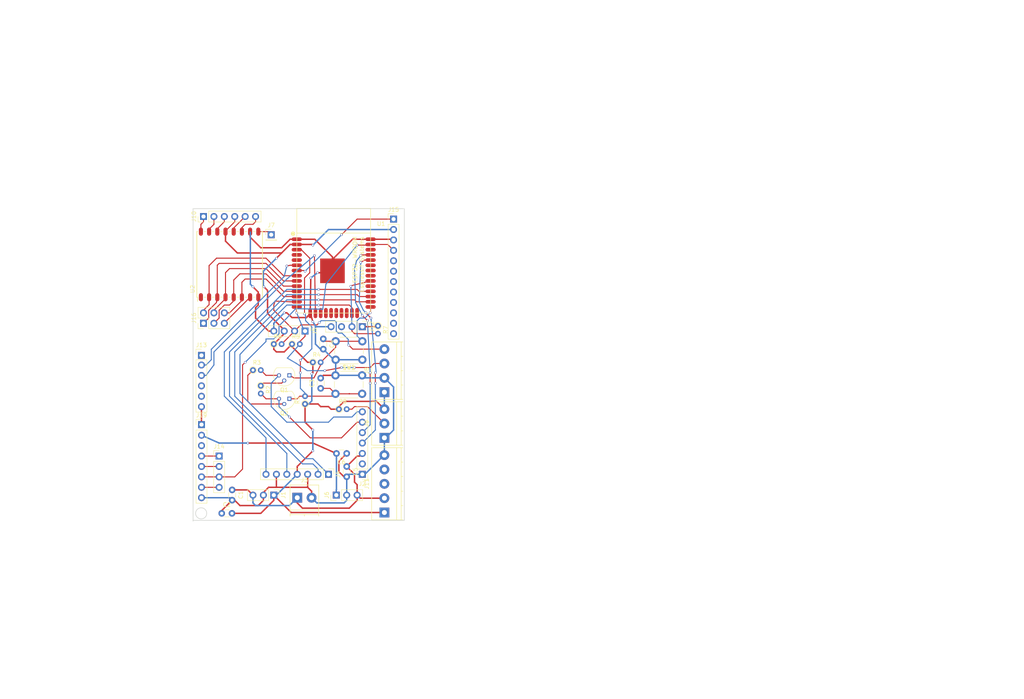
<source format=kicad_pcb>
(kicad_pcb (version 4) (host pcbnew 4.0.7-e2-6376~58~ubuntu16.04.1)

  (general
    (links 115)
    (no_connects 5)
    (area 72.949999 30.404999 124.610001 106.755001)
    (thickness 1.6)
    (drawings 48)
    (tracks 527)
    (zones 0)
    (modules 37)
    (nets 40)
  )

  (page A4)
  (layers
    (0 F.Cu signal)
    (31 B.Cu signal)
    (32 B.Adhes user)
    (33 F.Adhes user)
    (34 B.Paste user)
    (35 F.Paste user)
    (36 B.SilkS user)
    (37 F.SilkS user)
    (38 B.Mask user)
    (39 F.Mask user)
    (40 Dwgs.User user)
    (41 Cmts.User user)
    (42 Eco1.User user)
    (43 Eco2.User user)
    (44 Edge.Cuts user)
    (45 Margin user)
    (46 B.CrtYd user)
    (47 F.CrtYd user)
    (48 B.Fab user)
    (49 F.Fab user)
  )

  (setup
    (last_trace_width 0.25)
    (trace_clearance 0.2)
    (zone_clearance 0.508)
    (zone_45_only no)
    (trace_min 0.2)
    (segment_width 0.2)
    (edge_width 0.15)
    (via_size 0.6)
    (via_drill 0.4)
    (via_min_size 0.4)
    (via_min_drill 0.3)
    (uvia_size 0.3)
    (uvia_drill 0.1)
    (uvias_allowed no)
    (uvia_min_size 0.2)
    (uvia_min_drill 0.1)
    (pcb_text_width 0.3)
    (pcb_text_size 1.5 1.5)
    (mod_edge_width 0.15)
    (mod_text_size 1 1)
    (mod_text_width 0.15)
    (pad_size 1.524 1.524)
    (pad_drill 0.762)
    (pad_to_mask_clearance 0.2)
    (aux_axis_origin 0 0)
    (visible_elements FFFEFF7F)
    (pcbplotparams
      (layerselection 0x00030_80000001)
      (usegerberextensions false)
      (excludeedgelayer true)
      (linewidth 0.100000)
      (plotframeref false)
      (viasonmask false)
      (mode 1)
      (useauxorigin false)
      (hpglpennumber 1)
      (hpglpenspeed 20)
      (hpglpendiameter 15)
      (hpglpenoverlay 2)
      (psnegative false)
      (psa4output false)
      (plotreference true)
      (plotvalue true)
      (plotinvisibletext false)
      (padsonsilk false)
      (subtractmaskfromsilk false)
      (outputformat 1)
      (mirror false)
      (drillshape 1)
      (scaleselection 1)
      (outputdirectory ""))
  )

  (net 0 "")
  (net 1 VIN)
  (net 2 RESET)
  (net 3 GND)
  (net 4 0)
  (net 5 +5V)
  (net 6 RTS)
  (net 7 DTR)
  (net 8 "Net-(J7-Pad1)")
  (net 9 25)
  (net 10 SAT_RING_INDICATOR)
  (net 11 SAT_NETWORK_AVAIL)
  (net 12 SAT_LION)
  (net 13 26)
  (net 14 "Net-(Q1-Pad2)")
  (net 15 "Net-(Q2-Pad2)")
  (net 16 +3V3)
  (net 17 32)
  (net 18 33)
  (net 19 27)
  (net 20 "Net-(J9-Pad2)")
  (net 21 DIO2)
  (net 22 DIO1)
  (net 23 DIO0)
  (net 24 DIO4)
  (net 25 DIO3)
  (net 26 DIO5)
  (net 27 17)
  (net 28 16)
  (net 29 4)
  (net 30 15)
  (net 31 13)
  (net 32 34)
  (net 33 12/SDA)
  (net 34 14/SCL)
  (net 35 18)
  (net 36 35)
  (net 37 RX0)
  (net 38 TX0)
  (net 39 23/SAT_SLEEP)

  (net_class Default "This is the default net class."
    (clearance 0.2)
    (trace_width 0.25)
    (via_dia 0.6)
    (via_drill 0.4)
    (uvia_dia 0.3)
    (uvia_drill 0.1)
    (add_net 0)
    (add_net 12/SDA)
    (add_net 13)
    (add_net 14/SCL)
    (add_net 15)
    (add_net 16)
    (add_net 17)
    (add_net 18)
    (add_net 23/SAT_SLEEP)
    (add_net 25)
    (add_net 26)
    (add_net 27)
    (add_net 32)
    (add_net 33)
    (add_net 34)
    (add_net 35)
    (add_net 4)
    (add_net DIO0)
    (add_net DIO1)
    (add_net DIO2)
    (add_net DIO3)
    (add_net DIO4)
    (add_net DIO5)
    (add_net DTR)
    (add_net "Net-(J7-Pad1)")
    (add_net "Net-(J9-Pad2)")
    (add_net "Net-(Q1-Pad2)")
    (add_net "Net-(Q2-Pad2)")
    (add_net RESET)
    (add_net RTS)
    (add_net RX0)
    (add_net SAT_LION)
    (add_net SAT_NETWORK_AVAIL)
    (add_net SAT_RING_INDICATOR)
    (add_net TX0)
  )

  (net_class power ""
    (clearance 0.2)
    (trace_width 0.35)
    (via_dia 0.6)
    (via_drill 0.4)
    (uvia_dia 0.3)
    (uvia_drill 0.1)
    (add_net +3V3)
    (add_net +5V)
    (add_net GND)
    (add_net VIN)
  )

  (module Resistors_THT:R_Axial_DIN0204_L3.6mm_D1.6mm_P1.90mm_Vertical (layer F.Cu) (tedit 5874F706) (tstamp 5B8AEDC5)
    (at 118.11 59.055 270)
    (descr "Resistor, Axial_DIN0204 series, Axial, Vertical, pin pitch=1.9mm, 0.16666666666666666W = 1/6W, length*diameter=3.6*1.6mm^2, http://cdn-reichelt.de/documents/datenblatt/B400/1_4W%23YAG.pdf")
    (tags "Resistor Axial_DIN0204 series Axial Vertical pin pitch 1.9mm 0.16666666666666666W = 1/6W length 3.6mm diameter 1.6mm")
    (path /5B88F0C7)
    (fp_text reference R7 (at 0.95 -1.86 270) (layer F.SilkS)
      (effects (font (size 1 1) (thickness 0.15)))
    )
    (fp_text value R (at 0.95 1.86 270) (layer F.Fab)
      (effects (font (size 1 1) (thickness 0.15)))
    )
    (fp_circle (center 0 0) (end 0.8 0) (layer F.Fab) (width 0.1))
    (fp_circle (center 0 0) (end 0.86 0) (layer F.SilkS) (width 0.12))
    (fp_line (start 0 0) (end 1.9 0) (layer F.Fab) (width 0.1))
    (fp_line (start 0.86 0) (end 0.9 0) (layer F.SilkS) (width 0.12))
    (fp_line (start -1.15 -1.15) (end -1.15 1.15) (layer F.CrtYd) (width 0.05))
    (fp_line (start -1.15 1.15) (end 2.95 1.15) (layer F.CrtYd) (width 0.05))
    (fp_line (start 2.95 1.15) (end 2.95 -1.15) (layer F.CrtYd) (width 0.05))
    (fp_line (start 2.95 -1.15) (end -1.15 -1.15) (layer F.CrtYd) (width 0.05))
    (pad 1 thru_hole circle (at 0 0 270) (size 1.4 1.4) (drill 0.7) (layers *.Cu *.Mask)
      (net 16 +3V3))
    (pad 2 thru_hole oval (at 1.9 0 270) (size 1.4 1.4) (drill 0.7) (layers *.Cu *.Mask)
      (net 35 18))
    (model ${KISYS3DMOD}/Resistors_THT.3dshapes/R_Axial_DIN0204_L3.6mm_D1.6mm_P1.90mm_Vertical.wrl
      (at (xyz 0 0 0))
      (scale (xyz 0.393701 0.393701 0.393701))
      (rotate (xyz 0 0 0))
    )
  )

  (module zom:ESP32-WROOM placed (layer F.Cu) (tedit 57D08EA8) (tstamp 5B886E02)
    (at 107.315 43.18 180)
    (path /5B886D85)
    (fp_text reference U1 (at -11.557 9.017 180) (layer F.SilkS)
      (effects (font (size 1 1) (thickness 0.15)))
    )
    (fp_text value ESP32-WROOM (at 5.715 14.224 180) (layer F.Fab)
      (effects (font (size 1 1) (thickness 0.15)))
    )
    (fp_text user "Espressif Systems" (at -6.858 -0.889 270) (layer F.SilkS)
      (effects (font (size 1 1) (thickness 0.15)))
    )
    (fp_circle (center 9.906 6.604) (end 10.033 6.858) (layer F.SilkS) (width 0.5))
    (fp_text user ESP32-WROOM (at -5.207 0.254 270) (layer F.SilkS)
      (effects (font (size 1 1) (thickness 0.15)))
    )
    (fp_line (start -9 6.75) (end 9 6.75) (layer F.SilkS) (width 0.15))
    (fp_line (start 9 12.75) (end 9 -12.75) (layer F.SilkS) (width 0.15))
    (fp_line (start -9 12.75) (end -9 -12.75) (layer F.SilkS) (width 0.15))
    (fp_line (start -9 -12.75) (end 9 -12.75) (layer F.SilkS) (width 0.15))
    (fp_line (start -9 12.75) (end 9 12.75) (layer F.SilkS) (width 0.15))
    (pad 38 smd oval (at -9 5.25 180) (size 2.5 0.9) (layers F.Cu F.Paste F.Mask)
      (net 3 GND))
    (pad 37 smd oval (at -9 3.98 180) (size 2.5 0.9) (layers F.Cu F.Paste F.Mask)
      (net 39 23/SAT_SLEEP))
    (pad 36 smd oval (at -9 2.71 180) (size 2.5 0.9) (layers F.Cu F.Paste F.Mask))
    (pad 35 smd oval (at -9 1.44 180) (size 2.5 0.9) (layers F.Cu F.Paste F.Mask)
      (net 38 TX0))
    (pad 34 smd oval (at -9 0.17 180) (size 2.5 0.9) (layers F.Cu F.Paste F.Mask)
      (net 37 RX0))
    (pad 33 smd oval (at -9 -1.1 180) (size 2.5 0.9) (layers F.Cu F.Paste F.Mask))
    (pad 32 smd oval (at -9 -2.37 180) (size 2.5 0.9) (layers F.Cu F.Paste F.Mask))
    (pad 31 smd oval (at -9 -3.64 180) (size 2.5 0.9) (layers F.Cu F.Paste F.Mask))
    (pad 30 smd oval (at -9 -4.91 180) (size 2.5 0.9) (layers F.Cu F.Paste F.Mask)
      (net 35 18))
    (pad 29 smd oval (at -9 -6.18 180) (size 2.5 0.9) (layers F.Cu F.Paste F.Mask))
    (pad 28 smd oval (at -9 -7.45 180) (size 2.5 0.9) (layers F.Cu F.Paste F.Mask)
      (net 27 17))
    (pad 27 smd oval (at -9 -8.72 180) (size 2.5 0.9) (layers F.Cu F.Paste F.Mask)
      (net 28 16))
    (pad 26 smd oval (at -9 -9.99 180) (size 2.5 0.9) (layers F.Cu F.Paste F.Mask)
      (net 29 4))
    (pad 25 smd oval (at -9 -11.26 180) (size 2.5 0.9) (layers F.Cu F.Paste F.Mask)
      (net 4 0))
    (pad 24 smd oval (at -5.715 -12.75 180) (size 0.9 2.5) (layers F.Cu F.Paste F.Mask))
    (pad 23 smd oval (at -4.445 -12.75 180) (size 0.9 2.5) (layers F.Cu F.Paste F.Mask)
      (net 30 15))
    (pad 22 smd oval (at -3.175 -12.75 180) (size 0.9 2.5) (layers F.Cu F.Paste F.Mask))
    (pad 21 smd oval (at -1.905 -12.75 180) (size 0.9 2.5) (layers F.Cu F.Paste F.Mask))
    (pad 20 smd oval (at -0.635 -12.75 180) (size 0.9 2.5) (layers F.Cu F.Paste F.Mask))
    (pad 19 smd oval (at 0.635 -12.75 180) (size 0.9 2.5) (layers F.Cu F.Paste F.Mask))
    (pad 18 smd oval (at 1.905 -12.75 180) (size 0.9 2.5) (layers F.Cu F.Paste F.Mask))
    (pad 17 smd oval (at 3.175 -12.75 180) (size 0.9 2.5) (layers F.Cu F.Paste F.Mask))
    (pad 16 smd oval (at 4.445 -12.75 180) (size 0.9 2.5) (layers F.Cu F.Paste F.Mask)
      (net 31 13))
    (pad 15 smd oval (at 5.715 -12.75 180) (size 0.9 2.5) (layers F.Cu F.Paste F.Mask)
      (net 3 GND))
    (pad 14 smd oval (at 9 -11.26 180) (size 2.5 0.9) (layers F.Cu F.Paste F.Mask)
      (net 33 12/SDA))
    (pad 13 smd oval (at 9 -9.99 180) (size 2.5 0.9) (layers F.Cu F.Paste F.Mask)
      (net 34 14/SCL))
    (pad 12 smd oval (at 9 -8.72 180) (size 2.5 0.9) (layers F.Cu F.Paste F.Mask)
      (net 19 27))
    (pad 11 smd oval (at 9 -7.45 180) (size 2.5 0.9) (layers F.Cu F.Paste F.Mask)
      (net 13 26))
    (pad 10 smd oval (at 9 -6.18 180) (size 2.5 0.9) (layers F.Cu F.Paste F.Mask)
      (net 9 25))
    (pad 9 smd oval (at 9 -4.91 180) (size 2.5 0.9) (layers F.Cu F.Paste F.Mask)
      (net 18 33))
    (pad 8 smd oval (at 9 -3.64 180) (size 2.5 0.9) (layers F.Cu F.Paste F.Mask)
      (net 17 32))
    (pad 7 smd oval (at 9 -2.37 180) (size 2.5 0.9) (layers F.Cu F.Paste F.Mask)
      (net 36 35))
    (pad 6 smd oval (at 9 -1.1 180) (size 2.5 0.9) (layers F.Cu F.Paste F.Mask)
      (net 32 34))
    (pad 5 smd oval (at 9 0.17 180) (size 2.5 0.9) (layers F.Cu F.Paste F.Mask))
    (pad 4 smd oval (at 9 1.44 180) (size 2.5 0.9) (layers F.Cu F.Paste F.Mask))
    (pad 3 smd oval (at 9 2.71 180) (size 2.5 0.9) (layers F.Cu F.Paste F.Mask)
      (net 2 RESET))
    (pad 2 smd oval (at 9 3.98 180) (size 2.5 0.9) (layers F.Cu F.Paste F.Mask)
      (net 16 +3V3))
    (pad 1 smd oval (at 9 5.25 180) (size 2.5 0.9) (layers F.Cu F.Paste F.Mask)
      (net 3 GND))
    (pad 39 smd rect (at 0.3 -2.45 180) (size 6 6) (layers F.Cu F.Paste F.Mask)
      (net 3 GND))
  )

  (module zom:RFM95 placed (layer F.Cu) (tedit 585E5D4C) (tstamp 5B886E16)
    (at 74.93 52.07 90)
    (path /5B886D30)
    (fp_text reference U2 (at 2 -2 90) (layer F.SilkS)
      (effects (font (size 1 1) (thickness 0.15)))
    )
    (fp_text value RFM95HW (at 13.5 -1.8 90) (layer F.Fab)
      (effects (font (size 1 1) (thickness 0.15)))
    )
    (fp_line (start 0 15) (end 0 14.8) (layer F.SilkS) (width 0.2))
    (fp_line (start 16 15) (end 0 15) (layer F.SilkS) (width 0.2))
    (fp_line (start 16 14.8) (end 16 15) (layer F.SilkS) (width 0.2))
    (fp_line (start 16 12.8) (end 16 13.2) (layer F.SilkS) (width 0.2))
    (fp_line (start 16 10.8) (end 16 11.2) (layer F.SilkS) (width 0.2))
    (fp_line (start 16 8.8) (end 16 9.2) (layer F.SilkS) (width 0.2))
    (fp_line (start 16 6.8) (end 16 7.2) (layer F.SilkS) (width 0.2))
    (fp_line (start 16 4.8) (end 16 5.2) (layer F.SilkS) (width 0.2))
    (fp_line (start 16 2.8) (end 16 3.2) (layer F.SilkS) (width 0.2))
    (fp_line (start 16 0.8) (end 16 1.2) (layer F.SilkS) (width 0.2))
    (fp_line (start 16 -1) (end 16 -0.8) (layer F.SilkS) (width 0.2))
    (fp_line (start 0 12.8) (end 0 13.2) (layer F.SilkS) (width 0.2))
    (fp_line (start 0 -0.8) (end 0 -1) (layer F.SilkS) (width 0.2))
    (fp_line (start -1 -0.8) (end 0 -0.8) (layer F.SilkS) (width 0.2))
    (fp_line (start 0 1.2) (end 0 0.8) (layer F.SilkS) (width 0.2))
    (fp_line (start 0 3.2) (end 0 2.8) (layer F.SilkS) (width 0.2))
    (fp_line (start 0 4.8) (end 0 5.2) (layer F.SilkS) (width 0.2))
    (fp_line (start 0 6.8) (end 0 7.2) (layer F.SilkS) (width 0.2))
    (fp_line (start 0 8.8) (end 0 9.2) (layer F.SilkS) (width 0.2))
    (fp_line (start 0 10.8) (end 0 11.2) (layer F.SilkS) (width 0.2))
    (fp_line (start 0 -1) (end 16 -1) (layer F.SilkS) (width 0.2))
    (pad 1 smd oval (at 0 0 90) (size 2 1) (layers F.Cu F.Paste F.Mask)
      (net 3 GND))
    (pad 2 smd oval (at 0 2 90) (size 2 1) (layers F.Cu F.Paste F.Mask)
      (net 17 32))
    (pad 3 smd oval (at 0 4 90) (size 2 1) (layers F.Cu F.Paste F.Mask)
      (net 18 33))
    (pad 4 smd oval (at 0 6 90) (size 2 1) (layers F.Cu F.Paste F.Mask)
      (net 9 25))
    (pad 5 smd oval (at 0 8 90) (size 2 1) (layers F.Cu F.Paste F.Mask)
      (net 13 26))
    (pad 6 smd oval (at 0 10 90) (size 2 1) (layers F.Cu F.Paste F.Mask)
      (net 19 27))
    (pad 7 smd oval (at 0 12 90) (size 2 1) (layers F.Cu F.Paste F.Mask)
      (net 26 DIO5))
    (pad 8 smd oval (at 0 14 90) (size 2 1) (layers F.Cu F.Paste F.Mask)
      (net 3 GND))
    (pad 9 smd oval (at 16 14 90) (size 2 1) (layers F.Cu F.Paste F.Mask)
      (net 8 "Net-(J7-Pad1)"))
    (pad 10 smd oval (at 16 12 90) (size 2 1) (layers F.Cu F.Paste F.Mask)
      (net 3 GND))
    (pad 11 smd oval (at 16 10 90) (size 2 1) (layers F.Cu F.Paste F.Mask)
      (net 25 DIO3))
    (pad 12 smd oval (at 16 8 90) (size 2 1) (layers F.Cu F.Paste F.Mask)
      (net 24 DIO4))
    (pad 13 smd oval (at 16 6 90) (size 2 1) (layers F.Cu F.Paste F.Mask)
      (net 16 +3V3))
    (pad 14 smd oval (at 16 4 90) (size 2 1) (layers F.Cu F.Paste F.Mask)
      (net 23 DIO0))
    (pad 15 smd oval (at 16 2 90) (size 2 1) (layers F.Cu F.Paste F.Mask)
      (net 22 DIO1))
    (pad 16 smd oval (at 16 0 90) (size 2 1) (layers F.Cu F.Paste F.Mask)
      (net 21 DIO2))
  )

  (module Pin_Headers:Pin_Header_Straight_1x07_Pitch2.54mm placed (layer F.Cu) (tedit 59650532) (tstamp 5B8AE9E9)
    (at 114.3 95.25 180)
    (descr "Through hole straight pin header, 1x07, 2.54mm pitch, single row")
    (tags "Through hole pin header THT 1x07 2.54mm single row")
    (path /5B88969E)
    (fp_text reference J2 (at 0 -2.33 180) (layer F.SilkS)
      (effects (font (size 1 1) (thickness 0.15)))
    )
    (fp_text value prog (at 0 17.57 180) (layer F.Fab)
      (effects (font (size 1 1) (thickness 0.15)))
    )
    (fp_line (start -0.635 -1.27) (end 1.27 -1.27) (layer F.Fab) (width 0.1))
    (fp_line (start 1.27 -1.27) (end 1.27 16.51) (layer F.Fab) (width 0.1))
    (fp_line (start 1.27 16.51) (end -1.27 16.51) (layer F.Fab) (width 0.1))
    (fp_line (start -1.27 16.51) (end -1.27 -0.635) (layer F.Fab) (width 0.1))
    (fp_line (start -1.27 -0.635) (end -0.635 -1.27) (layer F.Fab) (width 0.1))
    (fp_line (start -1.33 16.57) (end 1.33 16.57) (layer F.SilkS) (width 0.12))
    (fp_line (start -1.33 1.27) (end -1.33 16.57) (layer F.SilkS) (width 0.12))
    (fp_line (start 1.33 1.27) (end 1.33 16.57) (layer F.SilkS) (width 0.12))
    (fp_line (start -1.33 1.27) (end 1.33 1.27) (layer F.SilkS) (width 0.12))
    (fp_line (start -1.33 0) (end -1.33 -1.33) (layer F.SilkS) (width 0.12))
    (fp_line (start -1.33 -1.33) (end 0 -1.33) (layer F.SilkS) (width 0.12))
    (fp_line (start -1.8 -1.8) (end -1.8 17.05) (layer F.CrtYd) (width 0.05))
    (fp_line (start -1.8 17.05) (end 1.8 17.05) (layer F.CrtYd) (width 0.05))
    (fp_line (start 1.8 17.05) (end 1.8 -1.8) (layer F.CrtYd) (width 0.05))
    (fp_line (start 1.8 -1.8) (end -1.8 -1.8) (layer F.CrtYd) (width 0.05))
    (fp_text user %R (at 0 7.62 270) (layer F.Fab)
      (effects (font (size 1 1) (thickness 0.15)))
    )
    (pad 1 thru_hole rect (at 0 0 180) (size 1.7 1.7) (drill 1) (layers *.Cu *.Mask)
      (net 3 GND))
    (pad 2 thru_hole oval (at 0 2.54 180) (size 1.7 1.7) (drill 1) (layers *.Cu *.Mask))
    (pad 3 thru_hole oval (at 0 5.08 180) (size 1.7 1.7) (drill 1) (layers *.Cu *.Mask)
      (net 1 VIN))
    (pad 4 thru_hole oval (at 0 7.62 180) (size 1.7 1.7) (drill 1) (layers *.Cu *.Mask)
      (net 37 RX0))
    (pad 5 thru_hole oval (at 0 10.16 180) (size 1.7 1.7) (drill 1) (layers *.Cu *.Mask)
      (net 38 TX0))
    (pad 6 thru_hole oval (at 0 12.7 180) (size 1.7 1.7) (drill 1) (layers *.Cu *.Mask)
      (net 6 RTS))
    (pad 7 thru_hole oval (at 0 15.24 180) (size 1.7 1.7) (drill 1) (layers *.Cu *.Mask)
      (net 7 DTR))
    (model ${KISYS3DMOD}/Pin_Headers.3dshapes/Pin_Header_Straight_1x07_Pitch2.54mm.wrl
      (at (xyz 0 0 0))
      (scale (xyz 1 1 1))
      (rotate (xyz 0 0 0))
    )
  )

  (module Pin_Headers:Pin_Header_Straight_1x07_Pitch2.54mm placed (layer F.Cu) (tedit 59650532) (tstamp 5B8AE9F9)
    (at 106.045 95.25 270)
    (descr "Through hole straight pin header, 1x07, 2.54mm pitch, single row")
    (tags "Through hole pin header THT 1x07 2.54mm single row")
    (path /5B88BD82)
    (fp_text reference J4 (at 0 -2.33 270) (layer F.SilkS)
      (effects (font (size 1 1) (thickness 0.15)))
    )
    (fp_text value sdcard (at 0 17.57 270) (layer F.Fab)
      (effects (font (size 1 1) (thickness 0.15)))
    )
    (fp_line (start -0.635 -1.27) (end 1.27 -1.27) (layer F.Fab) (width 0.1))
    (fp_line (start 1.27 -1.27) (end 1.27 16.51) (layer F.Fab) (width 0.1))
    (fp_line (start 1.27 16.51) (end -1.27 16.51) (layer F.Fab) (width 0.1))
    (fp_line (start -1.27 16.51) (end -1.27 -0.635) (layer F.Fab) (width 0.1))
    (fp_line (start -1.27 -0.635) (end -0.635 -1.27) (layer F.Fab) (width 0.1))
    (fp_line (start -1.33 16.57) (end 1.33 16.57) (layer F.SilkS) (width 0.12))
    (fp_line (start -1.33 1.27) (end -1.33 16.57) (layer F.SilkS) (width 0.12))
    (fp_line (start 1.33 1.27) (end 1.33 16.57) (layer F.SilkS) (width 0.12))
    (fp_line (start -1.33 1.27) (end 1.33 1.27) (layer F.SilkS) (width 0.12))
    (fp_line (start -1.33 0) (end -1.33 -1.33) (layer F.SilkS) (width 0.12))
    (fp_line (start -1.33 -1.33) (end 0 -1.33) (layer F.SilkS) (width 0.12))
    (fp_line (start -1.8 -1.8) (end -1.8 17.05) (layer F.CrtYd) (width 0.05))
    (fp_line (start -1.8 17.05) (end 1.8 17.05) (layer F.CrtYd) (width 0.05))
    (fp_line (start 1.8 17.05) (end 1.8 -1.8) (layer F.CrtYd) (width 0.05))
    (fp_line (start 1.8 -1.8) (end -1.8 -1.8) (layer F.CrtYd) (width 0.05))
    (fp_text user %R (at 0 7.62 360) (layer F.Fab)
      (effects (font (size 1 1) (thickness 0.15)))
    )
    (pad 1 thru_hole rect (at 0 0 270) (size 1.7 1.7) (drill 1) (layers *.Cu *.Mask)
      (net 30 15))
    (pad 2 thru_hole oval (at 0 2.54 270) (size 1.7 1.7) (drill 1) (layers *.Cu *.Mask)
      (net 29 4))
    (pad 3 thru_hole oval (at 0 5.08 270) (size 1.7 1.7) (drill 1) (layers *.Cu *.Mask)
      (net 3 GND))
    (pad 4 thru_hole oval (at 0 7.62 270) (size 1.7 1.7) (drill 1) (layers *.Cu *.Mask)
      (net 16 +3V3))
    (pad 5 thru_hole oval (at 0 10.16 270) (size 1.7 1.7) (drill 1) (layers *.Cu *.Mask)
      (net 28 16))
    (pad 6 thru_hole oval (at 0 12.7 270) (size 1.7 1.7) (drill 1) (layers *.Cu *.Mask)
      (net 3 GND))
    (pad 7 thru_hole oval (at 0 15.24 270) (size 1.7 1.7) (drill 1) (layers *.Cu *.Mask)
      (net 27 17))
    (model ${KISYS3DMOD}/Pin_Headers.3dshapes/Pin_Header_Straight_1x07_Pitch2.54mm.wrl
      (at (xyz 0 0 0))
      (scale (xyz 1 1 1))
      (rotate (xyz 0 0 0))
    )
  )

  (module Pin_Headers:Pin_Header_Straight_1x04_Pitch2.54mm placed (layer F.Cu) (tedit 59650532) (tstamp 5B8AEA01)
    (at 100.33 60.325 270)
    (descr "Through hole straight pin header, 1x04, 2.54mm pitch, single row")
    (tags "Through hole pin header THT 1x04 2.54mm single row")
    (path /5B88CA10)
    (fp_text reference J5 (at 0 -2.33 270) (layer F.SilkS)
      (effects (font (size 1 1) (thickness 0.15)))
    )
    (fp_text value i2c-a (at 0 9.95 270) (layer F.Fab)
      (effects (font (size 1 1) (thickness 0.15)))
    )
    (fp_line (start -0.635 -1.27) (end 1.27 -1.27) (layer F.Fab) (width 0.1))
    (fp_line (start 1.27 -1.27) (end 1.27 8.89) (layer F.Fab) (width 0.1))
    (fp_line (start 1.27 8.89) (end -1.27 8.89) (layer F.Fab) (width 0.1))
    (fp_line (start -1.27 8.89) (end -1.27 -0.635) (layer F.Fab) (width 0.1))
    (fp_line (start -1.27 -0.635) (end -0.635 -1.27) (layer F.Fab) (width 0.1))
    (fp_line (start -1.33 8.95) (end 1.33 8.95) (layer F.SilkS) (width 0.12))
    (fp_line (start -1.33 1.27) (end -1.33 8.95) (layer F.SilkS) (width 0.12))
    (fp_line (start 1.33 1.27) (end 1.33 8.95) (layer F.SilkS) (width 0.12))
    (fp_line (start -1.33 1.27) (end 1.33 1.27) (layer F.SilkS) (width 0.12))
    (fp_line (start -1.33 0) (end -1.33 -1.33) (layer F.SilkS) (width 0.12))
    (fp_line (start -1.33 -1.33) (end 0 -1.33) (layer F.SilkS) (width 0.12))
    (fp_line (start -1.8 -1.8) (end -1.8 9.4) (layer F.CrtYd) (width 0.05))
    (fp_line (start -1.8 9.4) (end 1.8 9.4) (layer F.CrtYd) (width 0.05))
    (fp_line (start 1.8 9.4) (end 1.8 -1.8) (layer F.CrtYd) (width 0.05))
    (fp_line (start 1.8 -1.8) (end -1.8 -1.8) (layer F.CrtYd) (width 0.05))
    (fp_text user %R (at 0 3.81 360) (layer F.Fab)
      (effects (font (size 1 1) (thickness 0.15)))
    )
    (pad 1 thru_hole rect (at 0 0 270) (size 1.7 1.7) (drill 1) (layers *.Cu *.Mask)
      (net 33 12/SDA))
    (pad 2 thru_hole oval (at 0 2.54 270) (size 1.7 1.7) (drill 1) (layers *.Cu *.Mask)
      (net 34 14/SCL))
    (pad 3 thru_hole oval (at 0 5.08 270) (size 1.7 1.7) (drill 1) (layers *.Cu *.Mask)
      (net 16 +3V3))
    (pad 4 thru_hole oval (at 0 7.62 270) (size 1.7 1.7) (drill 1) (layers *.Cu *.Mask)
      (net 3 GND))
    (model ${KISYS3DMOD}/Pin_Headers.3dshapes/Pin_Header_Straight_1x04_Pitch2.54mm.wrl
      (at (xyz 0 0 0))
      (scale (xyz 1 1 1))
      (rotate (xyz 0 0 0))
    )
  )

  (module Pin_Headers:Pin_Header_Straight_1x03_Pitch2.54mm placed (layer F.Cu) (tedit 59650532) (tstamp 5B8AEA08)
    (at 107.95 100.33 90)
    (descr "Through hole straight pin header, 1x03, 2.54mm pitch, single row")
    (tags "Through hole pin header THT 1x03 2.54mm single row")
    (path /5B895E52)
    (fp_text reference J6 (at 0 -2.33 90) (layer F.SilkS)
      (effects (font (size 1 1) (thickness 0.15)))
    )
    (fp_text value REG:5V (at 0 7.41 90) (layer F.Fab)
      (effects (font (size 1 1) (thickness 0.15)))
    )
    (fp_line (start -0.635 -1.27) (end 1.27 -1.27) (layer F.Fab) (width 0.1))
    (fp_line (start 1.27 -1.27) (end 1.27 6.35) (layer F.Fab) (width 0.1))
    (fp_line (start 1.27 6.35) (end -1.27 6.35) (layer F.Fab) (width 0.1))
    (fp_line (start -1.27 6.35) (end -1.27 -0.635) (layer F.Fab) (width 0.1))
    (fp_line (start -1.27 -0.635) (end -0.635 -1.27) (layer F.Fab) (width 0.1))
    (fp_line (start -1.33 6.41) (end 1.33 6.41) (layer F.SilkS) (width 0.12))
    (fp_line (start -1.33 1.27) (end -1.33 6.41) (layer F.SilkS) (width 0.12))
    (fp_line (start 1.33 1.27) (end 1.33 6.41) (layer F.SilkS) (width 0.12))
    (fp_line (start -1.33 1.27) (end 1.33 1.27) (layer F.SilkS) (width 0.12))
    (fp_line (start -1.33 0) (end -1.33 -1.33) (layer F.SilkS) (width 0.12))
    (fp_line (start -1.33 -1.33) (end 0 -1.33) (layer F.SilkS) (width 0.12))
    (fp_line (start -1.8 -1.8) (end -1.8 6.85) (layer F.CrtYd) (width 0.05))
    (fp_line (start -1.8 6.85) (end 1.8 6.85) (layer F.CrtYd) (width 0.05))
    (fp_line (start 1.8 6.85) (end 1.8 -1.8) (layer F.CrtYd) (width 0.05))
    (fp_line (start 1.8 -1.8) (end -1.8 -1.8) (layer F.CrtYd) (width 0.05))
    (fp_text user %R (at 0 2.54 180) (layer F.Fab)
      (effects (font (size 1 1) (thickness 0.15)))
    )
    (pad 1 thru_hole rect (at 0 0 90) (size 1.7 1.7) (drill 1) (layers *.Cu *.Mask)
      (net 5 +5V))
    (pad 2 thru_hole oval (at 0 2.54 90) (size 1.7 1.7) (drill 1) (layers *.Cu *.Mask)
      (net 3 GND))
    (pad 3 thru_hole oval (at 0 5.08 90) (size 1.7 1.7) (drill 1) (layers *.Cu *.Mask)
      (net 1 VIN))
    (model ${KISYS3DMOD}/Pin_Headers.3dshapes/Pin_Header_Straight_1x03_Pitch2.54mm.wrl
      (at (xyz 0 0 0))
      (scale (xyz 1 1 1))
      (rotate (xyz 0 0 0))
    )
  )

  (module Pin_Headers:Pin_Header_Straight_1x01_Pitch2.54mm placed (layer F.Cu) (tedit 59650532) (tstamp 5B8AEA0D)
    (at 92.075 36.83)
    (descr "Through hole straight pin header, 1x01, 2.54mm pitch, single row")
    (tags "Through hole pin header THT 1x01 2.54mm single row")
    (path /5B88DC11)
    (fp_text reference J7 (at 0 -2.33) (layer F.SilkS)
      (effects (font (size 1 1) (thickness 0.15)))
    )
    (fp_text value ANT (at 0 2.33) (layer F.Fab)
      (effects (font (size 1 1) (thickness 0.15)))
    )
    (fp_line (start -0.635 -1.27) (end 1.27 -1.27) (layer F.Fab) (width 0.1))
    (fp_line (start 1.27 -1.27) (end 1.27 1.27) (layer F.Fab) (width 0.1))
    (fp_line (start 1.27 1.27) (end -1.27 1.27) (layer F.Fab) (width 0.1))
    (fp_line (start -1.27 1.27) (end -1.27 -0.635) (layer F.Fab) (width 0.1))
    (fp_line (start -1.27 -0.635) (end -0.635 -1.27) (layer F.Fab) (width 0.1))
    (fp_line (start -1.33 1.33) (end 1.33 1.33) (layer F.SilkS) (width 0.12))
    (fp_line (start -1.33 1.27) (end -1.33 1.33) (layer F.SilkS) (width 0.12))
    (fp_line (start 1.33 1.27) (end 1.33 1.33) (layer F.SilkS) (width 0.12))
    (fp_line (start -1.33 1.27) (end 1.33 1.27) (layer F.SilkS) (width 0.12))
    (fp_line (start -1.33 0) (end -1.33 -1.33) (layer F.SilkS) (width 0.12))
    (fp_line (start -1.33 -1.33) (end 0 -1.33) (layer F.SilkS) (width 0.12))
    (fp_line (start -1.8 -1.8) (end -1.8 1.8) (layer F.CrtYd) (width 0.05))
    (fp_line (start -1.8 1.8) (end 1.8 1.8) (layer F.CrtYd) (width 0.05))
    (fp_line (start 1.8 1.8) (end 1.8 -1.8) (layer F.CrtYd) (width 0.05))
    (fp_line (start 1.8 -1.8) (end -1.8 -1.8) (layer F.CrtYd) (width 0.05))
    (fp_text user %R (at 0 0 90) (layer F.Fab)
      (effects (font (size 1 1) (thickness 0.15)))
    )
    (pad 1 thru_hole rect (at 0 0) (size 1.7 1.7) (drill 1) (layers *.Cu *.Mask)
      (net 8 "Net-(J7-Pad1)"))
    (model ${KISYS3DMOD}/Pin_Headers.3dshapes/Pin_Header_Straight_1x01_Pitch2.54mm.wrl
      (at (xyz 0 0 0))
      (scale (xyz 1 1 1))
      (rotate (xyz 0 0 0))
    )
  )

  (module Pin_Headers:Pin_Header_Straight_1x04_Pitch2.54mm placed (layer F.Cu) (tedit 59650532) (tstamp 5B8AEA36)
    (at 114.3 59.255 270)
    (descr "Through hole straight pin header, 1x04, 2.54mm pitch, single row")
    (tags "Through hole pin header THT 1x04 2.54mm single row")
    (path /5B88ED29)
    (fp_text reference J12 (at 0 -2.33 270) (layer F.SilkS)
      (effects (font (size 1 1) (thickness 0.15)))
    )
    (fp_text value dht22 (at 0 9.95 270) (layer F.Fab)
      (effects (font (size 1 1) (thickness 0.15)))
    )
    (fp_line (start -0.635 -1.27) (end 1.27 -1.27) (layer F.Fab) (width 0.1))
    (fp_line (start 1.27 -1.27) (end 1.27 8.89) (layer F.Fab) (width 0.1))
    (fp_line (start 1.27 8.89) (end -1.27 8.89) (layer F.Fab) (width 0.1))
    (fp_line (start -1.27 8.89) (end -1.27 -0.635) (layer F.Fab) (width 0.1))
    (fp_line (start -1.27 -0.635) (end -0.635 -1.27) (layer F.Fab) (width 0.1))
    (fp_line (start -1.33 8.95) (end 1.33 8.95) (layer F.SilkS) (width 0.12))
    (fp_line (start -1.33 1.27) (end -1.33 8.95) (layer F.SilkS) (width 0.12))
    (fp_line (start 1.33 1.27) (end 1.33 8.95) (layer F.SilkS) (width 0.12))
    (fp_line (start -1.33 1.27) (end 1.33 1.27) (layer F.SilkS) (width 0.12))
    (fp_line (start -1.33 0) (end -1.33 -1.33) (layer F.SilkS) (width 0.12))
    (fp_line (start -1.33 -1.33) (end 0 -1.33) (layer F.SilkS) (width 0.12))
    (fp_line (start -1.8 -1.8) (end -1.8 9.4) (layer F.CrtYd) (width 0.05))
    (fp_line (start -1.8 9.4) (end 1.8 9.4) (layer F.CrtYd) (width 0.05))
    (fp_line (start 1.8 9.4) (end 1.8 -1.8) (layer F.CrtYd) (width 0.05))
    (fp_line (start 1.8 -1.8) (end -1.8 -1.8) (layer F.CrtYd) (width 0.05))
    (fp_text user %R (at 0 3.81 360) (layer F.Fab)
      (effects (font (size 1 1) (thickness 0.15)))
    )
    (pad 1 thru_hole rect (at 0 0 270) (size 1.7 1.7) (drill 1) (layers *.Cu *.Mask)
      (net 16 +3V3))
    (pad 2 thru_hole oval (at 0 2.54 270) (size 1.7 1.7) (drill 1) (layers *.Cu *.Mask)
      (net 35 18))
    (pad 3 thru_hole oval (at 0 5.08 270) (size 1.7 1.7) (drill 1) (layers *.Cu *.Mask))
    (pad 4 thru_hole oval (at 0 7.62 270) (size 1.7 1.7) (drill 1) (layers *.Cu *.Mask)
      (net 3 GND))
    (model ${KISYS3DMOD}/Pin_Headers.3dshapes/Pin_Header_Straight_1x04_Pitch2.54mm.wrl
      (at (xyz 0 0 0))
      (scale (xyz 1 1 1))
      (rotate (xyz 0 0 0))
    )
  )

  (module Pin_Headers:Pin_Header_Straight_1x04_Pitch2.54mm placed (layer F.Cu) (tedit 59650532) (tstamp 5B8AEA51)
    (at 79.375 90.805)
    (descr "Through hole straight pin header, 1x04, 2.54mm pitch, single row")
    (tags "Through hole pin header THT 1x04 2.54mm single row")
    (path /5B8A0535)
    (fp_text reference J14 (at 0 -2.33) (layer F.SilkS)
      (effects (font (size 1 1) (thickness 0.15)))
    )
    (fp_text value satx (at 0 9.95) (layer F.Fab)
      (effects (font (size 1 1) (thickness 0.15)))
    )
    (fp_line (start -0.635 -1.27) (end 1.27 -1.27) (layer F.Fab) (width 0.1))
    (fp_line (start 1.27 -1.27) (end 1.27 8.89) (layer F.Fab) (width 0.1))
    (fp_line (start 1.27 8.89) (end -1.27 8.89) (layer F.Fab) (width 0.1))
    (fp_line (start -1.27 8.89) (end -1.27 -0.635) (layer F.Fab) (width 0.1))
    (fp_line (start -1.27 -0.635) (end -0.635 -1.27) (layer F.Fab) (width 0.1))
    (fp_line (start -1.33 8.95) (end 1.33 8.95) (layer F.SilkS) (width 0.12))
    (fp_line (start -1.33 1.27) (end -1.33 8.95) (layer F.SilkS) (width 0.12))
    (fp_line (start 1.33 1.27) (end 1.33 8.95) (layer F.SilkS) (width 0.12))
    (fp_line (start -1.33 1.27) (end 1.33 1.27) (layer F.SilkS) (width 0.12))
    (fp_line (start -1.33 0) (end -1.33 -1.33) (layer F.SilkS) (width 0.12))
    (fp_line (start -1.33 -1.33) (end 0 -1.33) (layer F.SilkS) (width 0.12))
    (fp_line (start -1.8 -1.8) (end -1.8 9.4) (layer F.CrtYd) (width 0.05))
    (fp_line (start -1.8 9.4) (end 1.8 9.4) (layer F.CrtYd) (width 0.05))
    (fp_line (start 1.8 9.4) (end 1.8 -1.8) (layer F.CrtYd) (width 0.05))
    (fp_line (start 1.8 -1.8) (end -1.8 -1.8) (layer F.CrtYd) (width 0.05))
    (fp_text user %R (at 0 3.81 90) (layer F.Fab)
      (effects (font (size 1 1) (thickness 0.15)))
    )
    (pad 1 thru_hole rect (at 0 0) (size 1.7 1.7) (drill 1) (layers *.Cu *.Mask)
      (net 10 SAT_RING_INDICATOR))
    (pad 2 thru_hole oval (at 0 2.54) (size 1.7 1.7) (drill 1) (layers *.Cu *.Mask)
      (net 11 SAT_NETWORK_AVAIL))
    (pad 3 thru_hole oval (at 0 5.08) (size 1.7 1.7) (drill 1) (layers *.Cu *.Mask)
      (net 39 23/SAT_SLEEP))
    (pad 4 thru_hole oval (at 0 7.62) (size 1.7 1.7) (drill 1) (layers *.Cu *.Mask)
      (net 12 SAT_LION))
    (model ${KISYS3DMOD}/Pin_Headers.3dshapes/Pin_Header_Straight_1x04_Pitch2.54mm.wrl
      (at (xyz 0 0 0))
      (scale (xyz 1 1 1))
      (rotate (xyz 0 0 0))
    )
  )

  (module TO_SOT_Packages_THT:TO-92_Molded_Narrow placed (layer F.Cu) (tedit 58CE52AF) (tstamp 5B8AEA64)
    (at 96.52 71.12 180)
    (descr "TO-92 leads molded, narrow, drill 0.6mm (see NXP sot054_po.pdf)")
    (tags "to-92 sc-43 sc-43a sot54 PA33 transistor")
    (path /5B8887FC)
    (fp_text reference Q1 (at 1.27 -3.56 180) (layer F.SilkS)
      (effects (font (size 1 1) (thickness 0.15)))
    )
    (fp_text value Q_NPN_CBE (at 1.27 2.79 180) (layer F.Fab)
      (effects (font (size 1 1) (thickness 0.15)))
    )
    (fp_text user %R (at 1.27 -3.56 180) (layer F.Fab)
      (effects (font (size 1 1) (thickness 0.15)))
    )
    (fp_line (start -0.53 1.85) (end 3.07 1.85) (layer F.SilkS) (width 0.12))
    (fp_line (start -0.5 1.75) (end 3 1.75) (layer F.Fab) (width 0.1))
    (fp_line (start -1.46 -2.73) (end 4 -2.73) (layer F.CrtYd) (width 0.05))
    (fp_line (start -1.46 -2.73) (end -1.46 2.01) (layer F.CrtYd) (width 0.05))
    (fp_line (start 4 2.01) (end 4 -2.73) (layer F.CrtYd) (width 0.05))
    (fp_line (start 4 2.01) (end -1.46 2.01) (layer F.CrtYd) (width 0.05))
    (fp_arc (start 1.27 0) (end 1.27 -2.48) (angle 135) (layer F.Fab) (width 0.1))
    (fp_arc (start 1.27 0) (end 1.27 -2.6) (angle -135) (layer F.SilkS) (width 0.12))
    (fp_arc (start 1.27 0) (end 1.27 -2.48) (angle -135) (layer F.Fab) (width 0.1))
    (fp_arc (start 1.27 0) (end 1.27 -2.6) (angle 135) (layer F.SilkS) (width 0.12))
    (pad 2 thru_hole circle (at 1.27 -1.27 270) (size 1 1) (drill 0.6) (layers *.Cu *.Mask)
      (net 14 "Net-(Q1-Pad2)"))
    (pad 3 thru_hole circle (at 2.54 0 270) (size 1 1) (drill 0.6) (layers *.Cu *.Mask)
      (net 7 DTR))
    (pad 1 thru_hole rect (at 0 0 270) (size 1 1) (drill 0.6) (layers *.Cu *.Mask)
      (net 4 0))
    (model ${KISYS3DMOD}/TO_SOT_Packages_THT.3dshapes/TO-92_Molded_Narrow.wrl
      (at (xyz 0.05 0 0))
      (scale (xyz 1 1 1))
      (rotate (xyz 0 0 -90))
    )
  )

  (module TO_SOT_Packages_THT:TO-92_Molded_Narrow placed (layer F.Cu) (tedit 58CE52AF) (tstamp 5B8AEA6B)
    (at 96.52 76.835 180)
    (descr "TO-92 leads molded, narrow, drill 0.6mm (see NXP sot054_po.pdf)")
    (tags "to-92 sc-43 sc-43a sot54 PA33 transistor")
    (path /5B888A61)
    (fp_text reference Q2 (at 1.27 -3.56 180) (layer F.SilkS)
      (effects (font (size 1 1) (thickness 0.15)))
    )
    (fp_text value Q_NPN_CBE (at 1.27 2.79 180) (layer F.Fab)
      (effects (font (size 1 1) (thickness 0.15)))
    )
    (fp_text user %R (at 1.27 -3.56 180) (layer F.Fab)
      (effects (font (size 1 1) (thickness 0.15)))
    )
    (fp_line (start -0.53 1.85) (end 3.07 1.85) (layer F.SilkS) (width 0.12))
    (fp_line (start -0.5 1.75) (end 3 1.75) (layer F.Fab) (width 0.1))
    (fp_line (start -1.46 -2.73) (end 4 -2.73) (layer F.CrtYd) (width 0.05))
    (fp_line (start -1.46 -2.73) (end -1.46 2.01) (layer F.CrtYd) (width 0.05))
    (fp_line (start 4 2.01) (end 4 -2.73) (layer F.CrtYd) (width 0.05))
    (fp_line (start 4 2.01) (end -1.46 2.01) (layer F.CrtYd) (width 0.05))
    (fp_arc (start 1.27 0) (end 1.27 -2.48) (angle 135) (layer F.Fab) (width 0.1))
    (fp_arc (start 1.27 0) (end 1.27 -2.6) (angle -135) (layer F.SilkS) (width 0.12))
    (fp_arc (start 1.27 0) (end 1.27 -2.48) (angle -135) (layer F.Fab) (width 0.1))
    (fp_arc (start 1.27 0) (end 1.27 -2.6) (angle 135) (layer F.SilkS) (width 0.12))
    (pad 2 thru_hole circle (at 1.27 -1.27 270) (size 1 1) (drill 0.6) (layers *.Cu *.Mask)
      (net 15 "Net-(Q2-Pad2)"))
    (pad 3 thru_hole circle (at 2.54 0 270) (size 1 1) (drill 0.6) (layers *.Cu *.Mask)
      (net 6 RTS))
    (pad 1 thru_hole rect (at 0 0 270) (size 1 1) (drill 0.6) (layers *.Cu *.Mask)
      (net 2 RESET))
    (model ${KISYS3DMOD}/TO_SOT_Packages_THT.3dshapes/TO-92_Molded_Narrow.wrl
      (at (xyz 0.05 0 0))
      (scale (xyz 1 1 1))
      (rotate (xyz 0 0 -90))
    )
  )

  (module Buttons_Switches_THT:SW_PUSH_6mm placed (layer F.Cu) (tedit 5923F252) (tstamp 5B8AEA9D)
    (at 107.75 71.12)
    (descr https://www.omron.com/ecb/products/pdf/en-b3f.pdf)
    (tags "tact sw push 6mm")
    (path /5B88A03B)
    (fp_text reference SW1 (at 3.25 -2) (layer F.SilkS)
      (effects (font (size 1 1) (thickness 0.15)))
    )
    (fp_text value SW_Push (at 3.75 6.7) (layer F.Fab)
      (effects (font (size 1 1) (thickness 0.15)))
    )
    (fp_text user %R (at 3.25 2.25) (layer F.Fab)
      (effects (font (size 1 1) (thickness 0.15)))
    )
    (fp_line (start 3.25 -0.75) (end 6.25 -0.75) (layer F.Fab) (width 0.1))
    (fp_line (start 6.25 -0.75) (end 6.25 5.25) (layer F.Fab) (width 0.1))
    (fp_line (start 6.25 5.25) (end 0.25 5.25) (layer F.Fab) (width 0.1))
    (fp_line (start 0.25 5.25) (end 0.25 -0.75) (layer F.Fab) (width 0.1))
    (fp_line (start 0.25 -0.75) (end 3.25 -0.75) (layer F.Fab) (width 0.1))
    (fp_line (start 7.75 6) (end 8 6) (layer F.CrtYd) (width 0.05))
    (fp_line (start 8 6) (end 8 5.75) (layer F.CrtYd) (width 0.05))
    (fp_line (start 7.75 -1.5) (end 8 -1.5) (layer F.CrtYd) (width 0.05))
    (fp_line (start 8 -1.5) (end 8 -1.25) (layer F.CrtYd) (width 0.05))
    (fp_line (start -1.5 -1.25) (end -1.5 -1.5) (layer F.CrtYd) (width 0.05))
    (fp_line (start -1.5 -1.5) (end -1.25 -1.5) (layer F.CrtYd) (width 0.05))
    (fp_line (start -1.5 5.75) (end -1.5 6) (layer F.CrtYd) (width 0.05))
    (fp_line (start -1.5 6) (end -1.25 6) (layer F.CrtYd) (width 0.05))
    (fp_line (start -1.25 -1.5) (end 7.75 -1.5) (layer F.CrtYd) (width 0.05))
    (fp_line (start -1.5 5.75) (end -1.5 -1.25) (layer F.CrtYd) (width 0.05))
    (fp_line (start 7.75 6) (end -1.25 6) (layer F.CrtYd) (width 0.05))
    (fp_line (start 8 -1.25) (end 8 5.75) (layer F.CrtYd) (width 0.05))
    (fp_line (start 1 5.5) (end 5.5 5.5) (layer F.SilkS) (width 0.12))
    (fp_line (start -0.25 1.5) (end -0.25 3) (layer F.SilkS) (width 0.12))
    (fp_line (start 5.5 -1) (end 1 -1) (layer F.SilkS) (width 0.12))
    (fp_line (start 6.75 3) (end 6.75 1.5) (layer F.SilkS) (width 0.12))
    (fp_circle (center 3.25 2.25) (end 1.25 2.5) (layer F.Fab) (width 0.1))
    (pad 2 thru_hole circle (at 0 4.5 90) (size 2 2) (drill 1.1) (layers *.Cu *.Mask)
      (net 2 RESET))
    (pad 1 thru_hole circle (at 0 0 90) (size 2 2) (drill 1.1) (layers *.Cu *.Mask)
      (net 3 GND))
    (pad 2 thru_hole circle (at 6.5 4.5 90) (size 2 2) (drill 1.1) (layers *.Cu *.Mask)
      (net 2 RESET))
    (pad 1 thru_hole circle (at 6.5 0 90) (size 2 2) (drill 1.1) (layers *.Cu *.Mask)
      (net 3 GND))
    (model ${KISYS3DMOD}/Buttons_Switches_THT.3dshapes/SW_PUSH_6mm.wrl
      (at (xyz 0.005 0 0))
      (scale (xyz 0.3937 0.3937 0.3937))
      (rotate (xyz 0 0 0))
    )
  )

  (module Buttons_Switches_THT:SW_PUSH_6mm placed (layer F.Cu) (tedit 5923F252) (tstamp 5B8AEAA5)
    (at 114.3 67.31 180)
    (descr https://www.omron.com/ecb/products/pdf/en-b3f.pdf)
    (tags "tact sw push 6mm")
    (path /5B88B2E6)
    (fp_text reference SW2 (at 3.25 -2 180) (layer F.SilkS)
      (effects (font (size 1 1) (thickness 0.15)))
    )
    (fp_text value SW_Push (at 3.75 6.7 180) (layer F.Fab)
      (effects (font (size 1 1) (thickness 0.15)))
    )
    (fp_text user %R (at 3.25 2.25 180) (layer F.Fab)
      (effects (font (size 1 1) (thickness 0.15)))
    )
    (fp_line (start 3.25 -0.75) (end 6.25 -0.75) (layer F.Fab) (width 0.1))
    (fp_line (start 6.25 -0.75) (end 6.25 5.25) (layer F.Fab) (width 0.1))
    (fp_line (start 6.25 5.25) (end 0.25 5.25) (layer F.Fab) (width 0.1))
    (fp_line (start 0.25 5.25) (end 0.25 -0.75) (layer F.Fab) (width 0.1))
    (fp_line (start 0.25 -0.75) (end 3.25 -0.75) (layer F.Fab) (width 0.1))
    (fp_line (start 7.75 6) (end 8 6) (layer F.CrtYd) (width 0.05))
    (fp_line (start 8 6) (end 8 5.75) (layer F.CrtYd) (width 0.05))
    (fp_line (start 7.75 -1.5) (end 8 -1.5) (layer F.CrtYd) (width 0.05))
    (fp_line (start 8 -1.5) (end 8 -1.25) (layer F.CrtYd) (width 0.05))
    (fp_line (start -1.5 -1.25) (end -1.5 -1.5) (layer F.CrtYd) (width 0.05))
    (fp_line (start -1.5 -1.5) (end -1.25 -1.5) (layer F.CrtYd) (width 0.05))
    (fp_line (start -1.5 5.75) (end -1.5 6) (layer F.CrtYd) (width 0.05))
    (fp_line (start -1.5 6) (end -1.25 6) (layer F.CrtYd) (width 0.05))
    (fp_line (start -1.25 -1.5) (end 7.75 -1.5) (layer F.CrtYd) (width 0.05))
    (fp_line (start -1.5 5.75) (end -1.5 -1.25) (layer F.CrtYd) (width 0.05))
    (fp_line (start 7.75 6) (end -1.25 6) (layer F.CrtYd) (width 0.05))
    (fp_line (start 8 -1.25) (end 8 5.75) (layer F.CrtYd) (width 0.05))
    (fp_line (start 1 5.5) (end 5.5 5.5) (layer F.SilkS) (width 0.12))
    (fp_line (start -0.25 1.5) (end -0.25 3) (layer F.SilkS) (width 0.12))
    (fp_line (start 5.5 -1) (end 1 -1) (layer F.SilkS) (width 0.12))
    (fp_line (start 6.75 3) (end 6.75 1.5) (layer F.SilkS) (width 0.12))
    (fp_circle (center 3.25 2.25) (end 1.25 2.5) (layer F.Fab) (width 0.1))
    (pad 2 thru_hole circle (at 0 4.5 270) (size 2 2) (drill 1.1) (layers *.Cu *.Mask)
      (net 4 0))
    (pad 1 thru_hole circle (at 0 0 270) (size 2 2) (drill 1.1) (layers *.Cu *.Mask)
      (net 3 GND))
    (pad 2 thru_hole circle (at 6.5 4.5 270) (size 2 2) (drill 1.1) (layers *.Cu *.Mask)
      (net 4 0))
    (pad 1 thru_hole circle (at 6.5 0 270) (size 2 2) (drill 1.1) (layers *.Cu *.Mask)
      (net 3 GND))
    (model ${KISYS3DMOD}/Buttons_Switches_THT.3dshapes/SW_PUSH_6mm.wrl
      (at (xyz 0.005 0 0))
      (scale (xyz 0.3937 0.3937 0.3937))
      (rotate (xyz 0 0 0))
    )
  )

  (module Capacitors_THT:C_Disc_D3.0mm_W1.6mm_P2.50mm (layer F.Cu) (tedit 597BC7C2) (tstamp 5B8AEBFA)
    (at 104.14 74.295 90)
    (descr "C, Disc series, Radial, pin pitch=2.50mm, , diameter*width=3.0*1.6mm^2, Capacitor, http://www.vishay.com/docs/45233/krseries.pdf")
    (tags "C Disc series Radial pin pitch 2.50mm  diameter 3.0mm width 1.6mm Capacitor")
    (path /5B88A9A8)
    (fp_text reference C3 (at 1.25 -2.11 90) (layer F.SilkS)
      (effects (font (size 1 1) (thickness 0.15)))
    )
    (fp_text value C (at 1.25 2.11 90) (layer F.Fab)
      (effects (font (size 1 1) (thickness 0.15)))
    )
    (fp_line (start -0.25 -0.8) (end -0.25 0.8) (layer F.Fab) (width 0.1))
    (fp_line (start -0.25 0.8) (end 2.75 0.8) (layer F.Fab) (width 0.1))
    (fp_line (start 2.75 0.8) (end 2.75 -0.8) (layer F.Fab) (width 0.1))
    (fp_line (start 2.75 -0.8) (end -0.25 -0.8) (layer F.Fab) (width 0.1))
    (fp_line (start 0.663 -0.861) (end 1.837 -0.861) (layer F.SilkS) (width 0.12))
    (fp_line (start 0.663 0.861) (end 1.837 0.861) (layer F.SilkS) (width 0.12))
    (fp_line (start -1.05 -1.15) (end -1.05 1.15) (layer F.CrtYd) (width 0.05))
    (fp_line (start -1.05 1.15) (end 3.55 1.15) (layer F.CrtYd) (width 0.05))
    (fp_line (start 3.55 1.15) (end 3.55 -1.15) (layer F.CrtYd) (width 0.05))
    (fp_line (start 3.55 -1.15) (end -1.05 -1.15) (layer F.CrtYd) (width 0.05))
    (fp_text user %R (at 1.25 0 90) (layer F.Fab)
      (effects (font (size 1 1) (thickness 0.15)))
    )
    (pad 1 thru_hole circle (at 0 0 90) (size 1.6 1.6) (drill 0.8) (layers *.Cu *.Mask)
      (net 2 RESET))
    (pad 2 thru_hole circle (at 2.5 0 90) (size 1.6 1.6) (drill 0.8) (layers *.Cu *.Mask)
      (net 3 GND))
    (model ${KISYS3DMOD}/Capacitors_THT.3dshapes/C_Disc_D3.0mm_W1.6mm_P2.50mm.wrl
      (at (xyz 0 0 0))
      (scale (xyz 1 1 1))
      (rotate (xyz 0 0 0))
    )
  )

  (module Capacitors_THT:C_Disc_D3.0mm_W1.6mm_P2.50mm (layer F.Cu) (tedit 597BC7C2) (tstamp 5B8AEBFF)
    (at 104.775 62.23 270)
    (descr "C, Disc series, Radial, pin pitch=2.50mm, , diameter*width=3.0*1.6mm^2, Capacitor, http://www.vishay.com/docs/45233/krseries.pdf")
    (tags "C Disc series Radial pin pitch 2.50mm  diameter 3.0mm width 1.6mm Capacitor")
    (path /5B88B303)
    (fp_text reference C4 (at 1.25 -2.11 270) (layer F.SilkS)
      (effects (font (size 1 1) (thickness 0.15)))
    )
    (fp_text value C (at 1.25 2.11 270) (layer F.Fab)
      (effects (font (size 1 1) (thickness 0.15)))
    )
    (fp_line (start -0.25 -0.8) (end -0.25 0.8) (layer F.Fab) (width 0.1))
    (fp_line (start -0.25 0.8) (end 2.75 0.8) (layer F.Fab) (width 0.1))
    (fp_line (start 2.75 0.8) (end 2.75 -0.8) (layer F.Fab) (width 0.1))
    (fp_line (start 2.75 -0.8) (end -0.25 -0.8) (layer F.Fab) (width 0.1))
    (fp_line (start 0.663 -0.861) (end 1.837 -0.861) (layer F.SilkS) (width 0.12))
    (fp_line (start 0.663 0.861) (end 1.837 0.861) (layer F.SilkS) (width 0.12))
    (fp_line (start -1.05 -1.15) (end -1.05 1.15) (layer F.CrtYd) (width 0.05))
    (fp_line (start -1.05 1.15) (end 3.55 1.15) (layer F.CrtYd) (width 0.05))
    (fp_line (start 3.55 1.15) (end 3.55 -1.15) (layer F.CrtYd) (width 0.05))
    (fp_line (start 3.55 -1.15) (end -1.05 -1.15) (layer F.CrtYd) (width 0.05))
    (fp_text user %R (at 1.25 0 270) (layer F.Fab)
      (effects (font (size 1 1) (thickness 0.15)))
    )
    (pad 1 thru_hole circle (at 0 0 270) (size 1.6 1.6) (drill 0.8) (layers *.Cu *.Mask)
      (net 4 0))
    (pad 2 thru_hole circle (at 2.5 0 270) (size 1.6 1.6) (drill 0.8) (layers *.Cu *.Mask)
      (net 3 GND))
    (model ${KISYS3DMOD}/Capacitors_THT.3dshapes/C_Disc_D3.0mm_W1.6mm_P2.50mm.wrl
      (at (xyz 0 0 0))
      (scale (xyz 1 1 1))
      (rotate (xyz 0 0 0))
    )
  )

  (module Capacitors_THT:C_Disc_D3.0mm_W1.6mm_P2.50mm (layer F.Cu) (tedit 597BC7C2) (tstamp 5B8AEC04)
    (at 110.49 93.345 270)
    (descr "C, Disc series, Radial, pin pitch=2.50mm, , diameter*width=3.0*1.6mm^2, Capacitor, http://www.vishay.com/docs/45233/krseries.pdf")
    (tags "C Disc series Radial pin pitch 2.50mm  diameter 3.0mm width 1.6mm Capacitor")
    (path /5B895E66)
    (fp_text reference C5 (at 1.25 -2.11 270) (layer F.SilkS)
      (effects (font (size 1 1) (thickness 0.15)))
    )
    (fp_text value "10 uF" (at 1.25 2.11 270) (layer F.Fab)
      (effects (font (size 1 1) (thickness 0.15)))
    )
    (fp_line (start -0.25 -0.8) (end -0.25 0.8) (layer F.Fab) (width 0.1))
    (fp_line (start -0.25 0.8) (end 2.75 0.8) (layer F.Fab) (width 0.1))
    (fp_line (start 2.75 0.8) (end 2.75 -0.8) (layer F.Fab) (width 0.1))
    (fp_line (start 2.75 -0.8) (end -0.25 -0.8) (layer F.Fab) (width 0.1))
    (fp_line (start 0.663 -0.861) (end 1.837 -0.861) (layer F.SilkS) (width 0.12))
    (fp_line (start 0.663 0.861) (end 1.837 0.861) (layer F.SilkS) (width 0.12))
    (fp_line (start -1.05 -1.15) (end -1.05 1.15) (layer F.CrtYd) (width 0.05))
    (fp_line (start -1.05 1.15) (end 3.55 1.15) (layer F.CrtYd) (width 0.05))
    (fp_line (start 3.55 1.15) (end 3.55 -1.15) (layer F.CrtYd) (width 0.05))
    (fp_line (start 3.55 -1.15) (end -1.05 -1.15) (layer F.CrtYd) (width 0.05))
    (fp_text user %R (at 1.25 0 270) (layer F.Fab)
      (effects (font (size 1 1) (thickness 0.15)))
    )
    (pad 1 thru_hole circle (at 0 0 270) (size 1.6 1.6) (drill 0.8) (layers *.Cu *.Mask)
      (net 1 VIN))
    (pad 2 thru_hole circle (at 2.5 0 270) (size 1.6 1.6) (drill 0.8) (layers *.Cu *.Mask)
      (net 3 GND))
    (model ${KISYS3DMOD}/Capacitors_THT.3dshapes/C_Disc_D3.0mm_W1.6mm_P2.50mm.wrl
      (at (xyz 0 0 0))
      (scale (xyz 1 1 1))
      (rotate (xyz 0 0 0))
    )
  )

  (module Capacitors_THT:C_Disc_D3.0mm_W1.6mm_P2.50mm (layer F.Cu) (tedit 597BC7C2) (tstamp 5B8AEC09)
    (at 110.49 90.17 180)
    (descr "C, Disc series, Radial, pin pitch=2.50mm, , diameter*width=3.0*1.6mm^2, Capacitor, http://www.vishay.com/docs/45233/krseries.pdf")
    (tags "C Disc series Radial pin pitch 2.50mm  diameter 3.0mm width 1.6mm Capacitor")
    (path /5B895E6C)
    (fp_text reference C6 (at 1.25 -2.11 180) (layer F.SilkS)
      (effects (font (size 1 1) (thickness 0.15)))
    )
    (fp_text value "22 uF" (at 1.25 2.11 180) (layer F.Fab)
      (effects (font (size 1 1) (thickness 0.15)))
    )
    (fp_line (start -0.25 -0.8) (end -0.25 0.8) (layer F.Fab) (width 0.1))
    (fp_line (start -0.25 0.8) (end 2.75 0.8) (layer F.Fab) (width 0.1))
    (fp_line (start 2.75 0.8) (end 2.75 -0.8) (layer F.Fab) (width 0.1))
    (fp_line (start 2.75 -0.8) (end -0.25 -0.8) (layer F.Fab) (width 0.1))
    (fp_line (start 0.663 -0.861) (end 1.837 -0.861) (layer F.SilkS) (width 0.12))
    (fp_line (start 0.663 0.861) (end 1.837 0.861) (layer F.SilkS) (width 0.12))
    (fp_line (start -1.05 -1.15) (end -1.05 1.15) (layer F.CrtYd) (width 0.05))
    (fp_line (start -1.05 1.15) (end 3.55 1.15) (layer F.CrtYd) (width 0.05))
    (fp_line (start 3.55 1.15) (end 3.55 -1.15) (layer F.CrtYd) (width 0.05))
    (fp_line (start 3.55 -1.15) (end -1.05 -1.15) (layer F.CrtYd) (width 0.05))
    (fp_text user %R (at 1.25 0 180) (layer F.Fab)
      (effects (font (size 1 1) (thickness 0.15)))
    )
    (pad 1 thru_hole circle (at 0 0 180) (size 1.6 1.6) (drill 0.8) (layers *.Cu *.Mask)
      (net 3 GND))
    (pad 2 thru_hole circle (at 2.5 0 180) (size 1.6 1.6) (drill 0.8) (layers *.Cu *.Mask)
      (net 5 +5V))
    (model ${KISYS3DMOD}/Capacitors_THT.3dshapes/C_Disc_D3.0mm_W1.6mm_P2.50mm.wrl
      (at (xyz 0 0 0))
      (scale (xyz 1 1 1))
      (rotate (xyz 0 0 0))
    )
  )

  (module Capacitors_THT:C_Disc_D3.0mm_W1.6mm_P2.50mm (layer F.Cu) (tedit 597BC7C2) (tstamp 5B8AEC64)
    (at 82.55 99.06 270)
    (descr "C, Disc series, Radial, pin pitch=2.50mm, , diameter*width=3.0*1.6mm^2, Capacitor, http://www.vishay.com/docs/45233/krseries.pdf")
    (tags "C Disc series Radial pin pitch 2.50mm  diameter 3.0mm width 1.6mm Capacitor")
    (path /5B8877C4)
    (fp_text reference C1 (at 1.25 -2.11 270) (layer F.SilkS)
      (effects (font (size 1 1) (thickness 0.15)))
    )
    (fp_text value "10 uF" (at 1.25 2.11 270) (layer F.Fab)
      (effects (font (size 1 1) (thickness 0.15)))
    )
    (fp_line (start -0.25 -0.8) (end -0.25 0.8) (layer F.Fab) (width 0.1))
    (fp_line (start -0.25 0.8) (end 2.75 0.8) (layer F.Fab) (width 0.1))
    (fp_line (start 2.75 0.8) (end 2.75 -0.8) (layer F.Fab) (width 0.1))
    (fp_line (start 2.75 -0.8) (end -0.25 -0.8) (layer F.Fab) (width 0.1))
    (fp_line (start 0.663 -0.861) (end 1.837 -0.861) (layer F.SilkS) (width 0.12))
    (fp_line (start 0.663 0.861) (end 1.837 0.861) (layer F.SilkS) (width 0.12))
    (fp_line (start -1.05 -1.15) (end -1.05 1.15) (layer F.CrtYd) (width 0.05))
    (fp_line (start -1.05 1.15) (end 3.55 1.15) (layer F.CrtYd) (width 0.05))
    (fp_line (start 3.55 1.15) (end 3.55 -1.15) (layer F.CrtYd) (width 0.05))
    (fp_line (start 3.55 -1.15) (end -1.05 -1.15) (layer F.CrtYd) (width 0.05))
    (fp_text user %R (at 1.25 0 270) (layer F.Fab)
      (effects (font (size 1 1) (thickness 0.15)))
    )
    (pad 1 thru_hole circle (at 0 0 270) (size 1.6 1.6) (drill 0.8) (layers *.Cu *.Mask)
      (net 1 VIN))
    (pad 2 thru_hole circle (at 2.5 0 270) (size 1.6 1.6) (drill 0.8) (layers *.Cu *.Mask)
      (net 3 GND))
    (model ${KISYS3DMOD}/Capacitors_THT.3dshapes/C_Disc_D3.0mm_W1.6mm_P2.50mm.wrl
      (at (xyz 0 0 0))
      (scale (xyz 1 1 1))
      (rotate (xyz 0 0 0))
    )
  )

  (module Capacitors_THT:C_Disc_D3.0mm_W1.6mm_P2.50mm (layer F.Cu) (tedit 597BC7C2) (tstamp 5B8AEC69)
    (at 80.01 104.775)
    (descr "C, Disc series, Radial, pin pitch=2.50mm, , diameter*width=3.0*1.6mm^2, Capacitor, http://www.vishay.com/docs/45233/krseries.pdf")
    (tags "C Disc series Radial pin pitch 2.50mm  diameter 3.0mm width 1.6mm Capacitor")
    (path /5B88787B)
    (fp_text reference C2 (at 1.25 -2.11) (layer F.SilkS)
      (effects (font (size 1 1) (thickness 0.15)))
    )
    (fp_text value "22 uF" (at 1.25 2.11) (layer F.Fab)
      (effects (font (size 1 1) (thickness 0.15)))
    )
    (fp_line (start -0.25 -0.8) (end -0.25 0.8) (layer F.Fab) (width 0.1))
    (fp_line (start -0.25 0.8) (end 2.75 0.8) (layer F.Fab) (width 0.1))
    (fp_line (start 2.75 0.8) (end 2.75 -0.8) (layer F.Fab) (width 0.1))
    (fp_line (start 2.75 -0.8) (end -0.25 -0.8) (layer F.Fab) (width 0.1))
    (fp_line (start 0.663 -0.861) (end 1.837 -0.861) (layer F.SilkS) (width 0.12))
    (fp_line (start 0.663 0.861) (end 1.837 0.861) (layer F.SilkS) (width 0.12))
    (fp_line (start -1.05 -1.15) (end -1.05 1.15) (layer F.CrtYd) (width 0.05))
    (fp_line (start -1.05 1.15) (end 3.55 1.15) (layer F.CrtYd) (width 0.05))
    (fp_line (start 3.55 1.15) (end 3.55 -1.15) (layer F.CrtYd) (width 0.05))
    (fp_line (start 3.55 -1.15) (end -1.05 -1.15) (layer F.CrtYd) (width 0.05))
    (fp_text user %R (at 1.25 0) (layer F.Fab)
      (effects (font (size 1 1) (thickness 0.15)))
    )
    (pad 1 thru_hole circle (at 0 0) (size 1.6 1.6) (drill 0.8) (layers *.Cu *.Mask)
      (net 3 GND))
    (pad 2 thru_hole circle (at 2.5 0) (size 1.6 1.6) (drill 0.8) (layers *.Cu *.Mask)
      (net 16 +3V3))
    (model ${KISYS3DMOD}/Capacitors_THT.3dshapes/C_Disc_D3.0mm_W1.6mm_P2.50mm.wrl
      (at (xyz 0 0 0))
      (scale (xyz 1 1 1))
      (rotate (xyz 0 0 0))
    )
  )

  (module Resistors_THT:R_Axial_DIN0204_L3.6mm_D1.6mm_P1.90mm_Vertical (layer F.Cu) (tedit 5874F706) (tstamp 5B8AEDA7)
    (at 100.33 78.105 90)
    (descr "Resistor, Axial_DIN0204 series, Axial, Vertical, pin pitch=1.9mm, 0.16666666666666666W = 1/6W, length*diameter=3.6*1.6mm^2, http://cdn-reichelt.de/documents/datenblatt/B400/1_4W%23YAG.pdf")
    (tags "Resistor Axial_DIN0204 series Axial Vertical pin pitch 1.9mm 0.16666666666666666W = 1/6W length 3.6mm diameter 1.6mm")
    (path /5B88A2DD)
    (fp_text reference R1 (at 0.95 -1.86 90) (layer F.SilkS)
      (effects (font (size 1 1) (thickness 0.15)))
    )
    (fp_text value 10K (at 0.95 1.86 90) (layer F.Fab)
      (effects (font (size 1 1) (thickness 0.15)))
    )
    (fp_circle (center 0 0) (end 0.8 0) (layer F.Fab) (width 0.1))
    (fp_circle (center 0 0) (end 0.86 0) (layer F.SilkS) (width 0.12))
    (fp_line (start 0 0) (end 1.9 0) (layer F.Fab) (width 0.1))
    (fp_line (start 0.86 0) (end 0.9 0) (layer F.SilkS) (width 0.12))
    (fp_line (start -1.15 -1.15) (end -1.15 1.15) (layer F.CrtYd) (width 0.05))
    (fp_line (start -1.15 1.15) (end 2.95 1.15) (layer F.CrtYd) (width 0.05))
    (fp_line (start 2.95 1.15) (end 2.95 -1.15) (layer F.CrtYd) (width 0.05))
    (fp_line (start 2.95 -1.15) (end -1.15 -1.15) (layer F.CrtYd) (width 0.05))
    (pad 1 thru_hole circle (at 0 0 90) (size 1.4 1.4) (drill 0.7) (layers *.Cu *.Mask)
      (net 16 +3V3))
    (pad 2 thru_hole oval (at 1.9 0 90) (size 1.4 1.4) (drill 0.7) (layers *.Cu *.Mask)
      (net 2 RESET))
    (model ${KISYS3DMOD}/Resistors_THT.3dshapes/R_Axial_DIN0204_L3.6mm_D1.6mm_P1.90mm_Vertical.wrl
      (at (xyz 0 0 0))
      (scale (xyz 0.393701 0.393701 0.393701))
      (rotate (xyz 0 0 0))
    )
  )

  (module Resistors_THT:R_Axial_DIN0204_L3.6mm_D1.6mm_P1.90mm_Vertical (layer F.Cu) (tedit 5874F706) (tstamp 5B8AEDAC)
    (at 89.535 73.66 270)
    (descr "Resistor, Axial_DIN0204 series, Axial, Vertical, pin pitch=1.9mm, 0.16666666666666666W = 1/6W, length*diameter=3.6*1.6mm^2, http://cdn-reichelt.de/documents/datenblatt/B400/1_4W%23YAG.pdf")
    (tags "Resistor Axial_DIN0204 series Axial Vertical pin pitch 1.9mm 0.16666666666666666W = 1/6W length 3.6mm diameter 1.6mm")
    (path /5B888A13)
    (fp_text reference R2 (at 0.95 -1.86 270) (layer F.SilkS)
      (effects (font (size 1 1) (thickness 0.15)))
    )
    (fp_text value R (at 0.95 1.86 270) (layer F.Fab)
      (effects (font (size 1 1) (thickness 0.15)))
    )
    (fp_circle (center 0 0) (end 0.8 0) (layer F.Fab) (width 0.1))
    (fp_circle (center 0 0) (end 0.86 0) (layer F.SilkS) (width 0.12))
    (fp_line (start 0 0) (end 1.9 0) (layer F.Fab) (width 0.1))
    (fp_line (start 0.86 0) (end 0.9 0) (layer F.SilkS) (width 0.12))
    (fp_line (start -1.15 -1.15) (end -1.15 1.15) (layer F.CrtYd) (width 0.05))
    (fp_line (start -1.15 1.15) (end 2.95 1.15) (layer F.CrtYd) (width 0.05))
    (fp_line (start 2.95 1.15) (end 2.95 -1.15) (layer F.CrtYd) (width 0.05))
    (fp_line (start 2.95 -1.15) (end -1.15 -1.15) (layer F.CrtYd) (width 0.05))
    (pad 1 thru_hole circle (at 0 0 270) (size 1.4 1.4) (drill 0.7) (layers *.Cu *.Mask)
      (net 14 "Net-(Q1-Pad2)"))
    (pad 2 thru_hole oval (at 1.9 0 270) (size 1.4 1.4) (drill 0.7) (layers *.Cu *.Mask)
      (net 6 RTS))
    (model ${KISYS3DMOD}/Resistors_THT.3dshapes/R_Axial_DIN0204_L3.6mm_D1.6mm_P1.90mm_Vertical.wrl
      (at (xyz 0 0 0))
      (scale (xyz 0.393701 0.393701 0.393701))
      (rotate (xyz 0 0 0))
    )
  )

  (module Resistors_THT:R_Axial_DIN0204_L3.6mm_D1.6mm_P1.90mm_Vertical (layer F.Cu) (tedit 5874F706) (tstamp 5B8AEDB1)
    (at 87.63 69.85)
    (descr "Resistor, Axial_DIN0204 series, Axial, Vertical, pin pitch=1.9mm, 0.16666666666666666W = 1/6W, length*diameter=3.6*1.6mm^2, http://cdn-reichelt.de/documents/datenblatt/B400/1_4W%23YAG.pdf")
    (tags "Resistor Axial_DIN0204 series Axial Vertical pin pitch 1.9mm 0.16666666666666666W = 1/6W length 3.6mm diameter 1.6mm")
    (path /5B888B07)
    (fp_text reference R3 (at 0.95 -1.86) (layer F.SilkS)
      (effects (font (size 1 1) (thickness 0.15)))
    )
    (fp_text value R (at 0.95 1.86) (layer F.Fab)
      (effects (font (size 1 1) (thickness 0.15)))
    )
    (fp_circle (center 0 0) (end 0.8 0) (layer F.Fab) (width 0.1))
    (fp_circle (center 0 0) (end 0.86 0) (layer F.SilkS) (width 0.12))
    (fp_line (start 0 0) (end 1.9 0) (layer F.Fab) (width 0.1))
    (fp_line (start 0.86 0) (end 0.9 0) (layer F.SilkS) (width 0.12))
    (fp_line (start -1.15 -1.15) (end -1.15 1.15) (layer F.CrtYd) (width 0.05))
    (fp_line (start -1.15 1.15) (end 2.95 1.15) (layer F.CrtYd) (width 0.05))
    (fp_line (start 2.95 1.15) (end 2.95 -1.15) (layer F.CrtYd) (width 0.05))
    (fp_line (start 2.95 -1.15) (end -1.15 -1.15) (layer F.CrtYd) (width 0.05))
    (pad 1 thru_hole circle (at 0 0) (size 1.4 1.4) (drill 0.7) (layers *.Cu *.Mask)
      (net 15 "Net-(Q2-Pad2)"))
    (pad 2 thru_hole oval (at 1.9 0) (size 1.4 1.4) (drill 0.7) (layers *.Cu *.Mask)
      (net 7 DTR))
    (model ${KISYS3DMOD}/Resistors_THT.3dshapes/R_Axial_DIN0204_L3.6mm_D1.6mm_P1.90mm_Vertical.wrl
      (at (xyz 0 0 0))
      (scale (xyz 0.393701 0.393701 0.393701))
      (rotate (xyz 0 0 0))
    )
  )

  (module Resistors_THT:R_Axial_DIN0204_L3.6mm_D1.6mm_P1.90mm_Vertical (layer F.Cu) (tedit 5874F706) (tstamp 5B8AEDB6)
    (at 102.235 67.945)
    (descr "Resistor, Axial_DIN0204 series, Axial, Vertical, pin pitch=1.9mm, 0.16666666666666666W = 1/6W, length*diameter=3.6*1.6mm^2, http://cdn-reichelt.de/documents/datenblatt/B400/1_4W%23YAG.pdf")
    (tags "Resistor Axial_DIN0204 series Axial Vertical pin pitch 1.9mm 0.16666666666666666W = 1/6W length 3.6mm diameter 1.6mm")
    (path /5B88B2F3)
    (fp_text reference R4 (at 0.95 -1.86) (layer F.SilkS)
      (effects (font (size 1 1) (thickness 0.15)))
    )
    (fp_text value 10K (at 0.95 1.86) (layer F.Fab)
      (effects (font (size 1 1) (thickness 0.15)))
    )
    (fp_circle (center 0 0) (end 0.8 0) (layer F.Fab) (width 0.1))
    (fp_circle (center 0 0) (end 0.86 0) (layer F.SilkS) (width 0.12))
    (fp_line (start 0 0) (end 1.9 0) (layer F.Fab) (width 0.1))
    (fp_line (start 0.86 0) (end 0.9 0) (layer F.SilkS) (width 0.12))
    (fp_line (start -1.15 -1.15) (end -1.15 1.15) (layer F.CrtYd) (width 0.05))
    (fp_line (start -1.15 1.15) (end 2.95 1.15) (layer F.CrtYd) (width 0.05))
    (fp_line (start 2.95 1.15) (end 2.95 -1.15) (layer F.CrtYd) (width 0.05))
    (fp_line (start 2.95 -1.15) (end -1.15 -1.15) (layer F.CrtYd) (width 0.05))
    (pad 1 thru_hole circle (at 0 0) (size 1.4 1.4) (drill 0.7) (layers *.Cu *.Mask)
      (net 16 +3V3))
    (pad 2 thru_hole oval (at 1.9 0) (size 1.4 1.4) (drill 0.7) (layers *.Cu *.Mask)
      (net 4 0))
    (model ${KISYS3DMOD}/Resistors_THT.3dshapes/R_Axial_DIN0204_L3.6mm_D1.6mm_P1.90mm_Vertical.wrl
      (at (xyz 0 0 0))
      (scale (xyz 0.393701 0.393701 0.393701))
      (rotate (xyz 0 0 0))
    )
  )

  (module Resistors_THT:R_Axial_DIN0204_L3.6mm_D1.6mm_P1.90mm_Vertical (layer F.Cu) (tedit 5874F706) (tstamp 5B8AEDBB)
    (at 97.155 63.5)
    (descr "Resistor, Axial_DIN0204 series, Axial, Vertical, pin pitch=1.9mm, 0.16666666666666666W = 1/6W, length*diameter=3.6*1.6mm^2, http://cdn-reichelt.de/documents/datenblatt/B400/1_4W%23YAG.pdf")
    (tags "Resistor Axial_DIN0204 series Axial Vertical pin pitch 1.9mm 0.16666666666666666W = 1/6W length 3.6mm diameter 1.6mm")
    (path /5B892D85)
    (fp_text reference R5 (at 0.95 -1.86) (layer F.SilkS)
      (effects (font (size 1 1) (thickness 0.15)))
    )
    (fp_text value R (at 0.95 1.86) (layer F.Fab)
      (effects (font (size 1 1) (thickness 0.15)))
    )
    (fp_circle (center 0 0) (end 0.8 0) (layer F.Fab) (width 0.1))
    (fp_circle (center 0 0) (end 0.86 0) (layer F.SilkS) (width 0.12))
    (fp_line (start 0 0) (end 1.9 0) (layer F.Fab) (width 0.1))
    (fp_line (start 0.86 0) (end 0.9 0) (layer F.SilkS) (width 0.12))
    (fp_line (start -1.15 -1.15) (end -1.15 1.15) (layer F.CrtYd) (width 0.05))
    (fp_line (start -1.15 1.15) (end 2.95 1.15) (layer F.CrtYd) (width 0.05))
    (fp_line (start 2.95 1.15) (end 2.95 -1.15) (layer F.CrtYd) (width 0.05))
    (fp_line (start 2.95 -1.15) (end -1.15 -1.15) (layer F.CrtYd) (width 0.05))
    (pad 1 thru_hole circle (at 0 0) (size 1.4 1.4) (drill 0.7) (layers *.Cu *.Mask)
      (net 16 +3V3))
    (pad 2 thru_hole oval (at 1.9 0) (size 1.4 1.4) (drill 0.7) (layers *.Cu *.Mask)
      (net 33 12/SDA))
    (model ${KISYS3DMOD}/Resistors_THT.3dshapes/R_Axial_DIN0204_L3.6mm_D1.6mm_P1.90mm_Vertical.wrl
      (at (xyz 0 0 0))
      (scale (xyz 0.393701 0.393701 0.393701))
      (rotate (xyz 0 0 0))
    )
  )

  (module Resistors_THT:R_Axial_DIN0204_L3.6mm_D1.6mm_P1.90mm_Vertical (layer F.Cu) (tedit 5874F706) (tstamp 5B8AEDC0)
    (at 92.71 63.5)
    (descr "Resistor, Axial_DIN0204 series, Axial, Vertical, pin pitch=1.9mm, 0.16666666666666666W = 1/6W, length*diameter=3.6*1.6mm^2, http://cdn-reichelt.de/documents/datenblatt/B400/1_4W%23YAG.pdf")
    (tags "Resistor Axial_DIN0204 series Axial Vertical pin pitch 1.9mm 0.16666666666666666W = 1/6W length 3.6mm diameter 1.6mm")
    (path /5B892F21)
    (fp_text reference R6 (at 0.95 -1.86) (layer F.SilkS)
      (effects (font (size 1 1) (thickness 0.15)))
    )
    (fp_text value R (at 0.95 1.86) (layer F.Fab)
      (effects (font (size 1 1) (thickness 0.15)))
    )
    (fp_circle (center 0 0) (end 0.8 0) (layer F.Fab) (width 0.1))
    (fp_circle (center 0 0) (end 0.86 0) (layer F.SilkS) (width 0.12))
    (fp_line (start 0 0) (end 1.9 0) (layer F.Fab) (width 0.1))
    (fp_line (start 0.86 0) (end 0.9 0) (layer F.SilkS) (width 0.12))
    (fp_line (start -1.15 -1.15) (end -1.15 1.15) (layer F.CrtYd) (width 0.05))
    (fp_line (start -1.15 1.15) (end 2.95 1.15) (layer F.CrtYd) (width 0.05))
    (fp_line (start 2.95 1.15) (end 2.95 -1.15) (layer F.CrtYd) (width 0.05))
    (fp_line (start 2.95 -1.15) (end -1.15 -1.15) (layer F.CrtYd) (width 0.05))
    (pad 1 thru_hole circle (at 0 0) (size 1.4 1.4) (drill 0.7) (layers *.Cu *.Mask)
      (net 16 +3V3))
    (pad 2 thru_hole oval (at 1.9 0) (size 1.4 1.4) (drill 0.7) (layers *.Cu *.Mask)
      (net 34 14/SCL))
    (model ${KISYS3DMOD}/Resistors_THT.3dshapes/R_Axial_DIN0204_L3.6mm_D1.6mm_P1.90mm_Vertical.wrl
      (at (xyz 0 0 0))
      (scale (xyz 0.393701 0.393701 0.393701))
      (rotate (xyz 0 0 0))
    )
  )

  (module Socket_Strips:Socket_Strip_Straight_1x03_Pitch2.54mm (layer F.Cu) (tedit 58CD5446) (tstamp 5B8AEE79)
    (at 92.71 100.33 270)
    (descr "Through hole straight socket strip, 1x03, 2.54mm pitch, single row")
    (tags "Through hole socket strip THT 1x03 2.54mm single row")
    (path /5B887399)
    (fp_text reference J1 (at 0 -2.33 270) (layer F.SilkS)
      (effects (font (size 1 1) (thickness 0.15)))
    )
    (fp_text value REG:3V3 (at 0 7.41 270) (layer F.Fab)
      (effects (font (size 1 1) (thickness 0.15)))
    )
    (fp_line (start -1.27 -1.27) (end -1.27 6.35) (layer F.Fab) (width 0.1))
    (fp_line (start -1.27 6.35) (end 1.27 6.35) (layer F.Fab) (width 0.1))
    (fp_line (start 1.27 6.35) (end 1.27 -1.27) (layer F.Fab) (width 0.1))
    (fp_line (start 1.27 -1.27) (end -1.27 -1.27) (layer F.Fab) (width 0.1))
    (fp_line (start -1.33 1.27) (end -1.33 6.41) (layer F.SilkS) (width 0.12))
    (fp_line (start -1.33 6.41) (end 1.33 6.41) (layer F.SilkS) (width 0.12))
    (fp_line (start 1.33 6.41) (end 1.33 1.27) (layer F.SilkS) (width 0.12))
    (fp_line (start 1.33 1.27) (end -1.33 1.27) (layer F.SilkS) (width 0.12))
    (fp_line (start -1.33 0) (end -1.33 -1.33) (layer F.SilkS) (width 0.12))
    (fp_line (start -1.33 -1.33) (end 0 -1.33) (layer F.SilkS) (width 0.12))
    (fp_line (start -1.8 -1.8) (end -1.8 6.85) (layer F.CrtYd) (width 0.05))
    (fp_line (start -1.8 6.85) (end 1.8 6.85) (layer F.CrtYd) (width 0.05))
    (fp_line (start 1.8 6.85) (end 1.8 -1.8) (layer F.CrtYd) (width 0.05))
    (fp_line (start 1.8 -1.8) (end -1.8 -1.8) (layer F.CrtYd) (width 0.05))
    (fp_text user %R (at 0 -2.33 270) (layer F.Fab)
      (effects (font (size 1 1) (thickness 0.15)))
    )
    (pad 1 thru_hole rect (at 0 0 270) (size 1.7 1.7) (drill 1) (layers *.Cu *.Mask)
      (net 16 +3V3))
    (pad 2 thru_hole oval (at 0 2.54 270) (size 1.7 1.7) (drill 1) (layers *.Cu *.Mask)
      (net 3 GND))
    (pad 3 thru_hole oval (at 0 5.08 270) (size 1.7 1.7) (drill 1) (layers *.Cu *.Mask)
      (net 1 VIN))
    (model ${KISYS3DMOD}/Socket_Strips.3dshapes/Socket_Strip_Straight_1x03_Pitch2.54mm.wrl
      (at (xyz 0 -0.1 0))
      (scale (xyz 1 1 1))
      (rotate (xyz 0 0 270))
    )
  )

  (module TerminalBlocks_Phoenix:TerminalBlock_Phoenix_PT-3.5mm_2pol (layer F.Cu) (tedit 59FF0756) (tstamp 5B8AF649)
    (at 98.425 100.965)
    (descr "2-way 3.5mm pitch terminal block, Phoenix PT series")
    (path /5B89258D)
    (fp_text reference J3 (at 1.75 -4.3) (layer F.SilkS)
      (effects (font (size 1 1) (thickness 0.15)))
    )
    (fp_text value VINS (at 1.75 6) (layer F.Fab)
      (effects (font (size 1 1) (thickness 0.15)))
    )
    (fp_text user %R (at 1.75 0) (layer F.Fab)
      (effects (font (size 1 1) (thickness 0.15)))
    )
    (fp_line (start -1.9 -3.3) (end 5.4 -3.3) (layer F.CrtYd) (width 0.05))
    (fp_line (start -1.9 4.7) (end -1.9 -3.3) (layer F.CrtYd) (width 0.05))
    (fp_line (start 5.4 4.7) (end -1.9 4.7) (layer F.CrtYd) (width 0.05))
    (fp_line (start 5.4 -3.3) (end 5.4 4.7) (layer F.CrtYd) (width 0.05))
    (fp_line (start 1.75 4.1) (end 1.75 4.5) (layer F.SilkS) (width 0.15))
    (fp_line (start -1.75 3) (end 5.25 3) (layer F.SilkS) (width 0.15))
    (fp_line (start -1.75 4.1) (end 5.25 4.1) (layer F.SilkS) (width 0.15))
    (fp_line (start -1.75 -3.1) (end -1.75 4.5) (layer F.SilkS) (width 0.15))
    (fp_line (start 5.25 4.5) (end 5.25 -3.1) (layer F.SilkS) (width 0.15))
    (fp_line (start 5.25 -3.1) (end -1.75 -3.1) (layer F.SilkS) (width 0.15))
    (pad 2 thru_hole circle (at 3.5 0) (size 2.4 2.4) (drill 1.2) (layers *.Cu *.Mask)
      (net 3 GND))
    (pad 1 thru_hole rect (at 0 0) (size 2.4 2.4) (drill 1.2) (layers *.Cu *.Mask)
      (net 1 VIN))
    (model ${KISYS3DMOD}/TerminalBlock_Phoenix.3dshapes/TerminalBlock_Phoenix_PT-3.5mm_2pol.wrl
      (at (xyz 0 0 0))
      (scale (xyz 1 1 1))
      (rotate (xyz 0 0 0))
    )
  )

  (module TerminalBlocks_Phoenix:TerminalBlock_Phoenix_PT-3.5mm_4pol (layer F.Cu) (tedit 59FF0756) (tstamp 5B8AF64E)
    (at 119.68 75.23 90)
    (descr "4-way 3.5mm pitch terminal block, Phoenix PT series")
    (path /5B88E011)
    (fp_text reference J8 (at 5.25 -4.3 90) (layer F.SilkS)
      (effects (font (size 1 1) (thickness 0.15)))
    )
    (fp_text value i2c-c (at 5.25 6 90) (layer F.Fab)
      (effects (font (size 1 1) (thickness 0.15)))
    )
    (fp_text user %R (at 5.25 0 90) (layer F.Fab)
      (effects (font (size 1 1) (thickness 0.15)))
    )
    (fp_line (start -1.9 -3.3) (end 12.4 -3.3) (layer F.CrtYd) (width 0.05))
    (fp_line (start -1.9 4.7) (end -1.9 -3.3) (layer F.CrtYd) (width 0.05))
    (fp_line (start 12.4 4.7) (end -1.9 4.7) (layer F.CrtYd) (width 0.05))
    (fp_line (start 12.4 -3.3) (end 12.4 4.7) (layer F.CrtYd) (width 0.05))
    (fp_line (start 1.75 4.1) (end 1.75 4.5) (layer F.SilkS) (width 0.15))
    (fp_line (start 5.25 4.1) (end 5.25 4.5) (layer F.SilkS) (width 0.15))
    (fp_line (start 8.75 4.1) (end 8.75 4.5) (layer F.SilkS) (width 0.15))
    (fp_line (start -1.75 3) (end 12.25 3) (layer F.SilkS) (width 0.15))
    (fp_line (start -1.75 4.1) (end 12.25 4.1) (layer F.SilkS) (width 0.15))
    (fp_line (start -1.75 -3.1) (end -1.75 4.5) (layer F.SilkS) (width 0.15))
    (fp_line (start 12.25 4.5) (end 12.25 -3.1) (layer F.SilkS) (width 0.15))
    (fp_line (start 12.25 -3.1) (end -1.75 -3.1) (layer F.SilkS) (width 0.15))
    (pad 3 thru_hole circle (at 7 0 90) (size 2.4 2.4) (drill 1.2) (layers *.Cu *.Mask)
      (net 33 12/SDA))
    (pad 4 thru_hole circle (at 10.5 0 90) (size 2.4 2.4) (drill 1.2) (layers *.Cu *.Mask)
      (net 34 14/SCL))
    (pad 2 thru_hole circle (at 3.5 0 90) (size 2.4 2.4) (drill 1.2) (layers *.Cu *.Mask)
      (net 3 GND))
    (pad 1 thru_hole rect (at 0 0 90) (size 2.4 2.4) (drill 1.2) (layers *.Cu *.Mask)
      (net 16 +3V3))
    (model ${KISYS3DMOD}/TerminalBlock_Phoenix.3dshapes/TerminalBlock_Phoenix_PT-3.5mm_4pol.wrl
      (at (xyz 0 0 0))
      (scale (xyz 1 1 1))
      (rotate (xyz 0 0 0))
    )
  )

  (module TerminalBlocks_Phoenix:TerminalBlock_Phoenix_PT-3.5mm_3pol (layer F.Cu) (tedit 59FF0756) (tstamp 5B8AF655)
    (at 119.68 86.36 90)
    (descr "3-way 3.5mm pitch terminal block, Phoenix PT series")
    (path /5B88E413)
    (fp_text reference J9 (at 3.5 -4.3 90) (layer F.SilkS)
      (effects (font (size 1 1) (thickness 0.15)))
    )
    (fp_text value 1wire (at 3.5 6 90) (layer F.Fab)
      (effects (font (size 1 1) (thickness 0.15)))
    )
    (fp_text user %R (at 3.5 0 90) (layer F.Fab)
      (effects (font (size 1 1) (thickness 0.15)))
    )
    (fp_line (start -2 -3.3) (end 9 -3.3) (layer F.CrtYd) (width 0.05))
    (fp_line (start -2 4.7) (end -2 -3.3) (layer F.CrtYd) (width 0.05))
    (fp_line (start 9 4.7) (end -2 4.7) (layer F.CrtYd) (width 0.05))
    (fp_line (start 9 -3.3) (end 9 4.7) (layer F.CrtYd) (width 0.05))
    (fp_line (start 1.7 4.1) (end 1.7 4.5) (layer F.SilkS) (width 0.15))
    (fp_line (start 5.3 4.1) (end 5.3 4.5) (layer F.SilkS) (width 0.15))
    (fp_line (start -1.8 3) (end 8.8 3) (layer F.SilkS) (width 0.15))
    (fp_line (start -1.8 4.1) (end 8.8 4.1) (layer F.SilkS) (width 0.15))
    (fp_line (start -1.8 -3.1) (end -1.8 4.5) (layer F.SilkS) (width 0.15))
    (fp_line (start 8.8 4.5) (end 8.8 -3.1) (layer F.SilkS) (width 0.15))
    (fp_line (start 8.8 -3.1) (end -1.8 -3.1) (layer F.SilkS) (width 0.15))
    (pad 2 thru_hole circle (at 3.5 0 90) (size 2.4 2.4) (drill 1.2) (layers *.Cu *.Mask)
      (net 20 "Net-(J9-Pad2)"))
    (pad 3 thru_hole circle (at 7 0 90) (size 2.4 2.4) (drill 1.2) (layers *.Cu *.Mask)
      (net 16 +3V3))
    (pad 1 thru_hole rect (at 0 0 90) (size 2.4 2.4) (drill 1.2) (layers *.Cu *.Mask)
      (net 3 GND))
    (model ${KISYS3DMOD}/TerminalBlock_Phoenix.3dshapes/TerminalBlock_Phoenix_PT-3.5mm_3pol.wrl
      (at (xyz 0 0 0))
      (scale (xyz 1 1 1))
      (rotate (xyz 0 0 0))
    )
  )

  (module TerminalBlocks_Phoenix:TerminalBlock_Phoenix_PT-3.5mm_5pol (layer F.Cu) (tedit 59FF0756) (tstamp 5B90082A)
    (at 119.68 104.575 90)
    (descr "5-way 3.5mm pitch terminal block, Phoenix PT series")
    (path /5B902931)
    (fp_text reference J11 (at 7 -4.3 90) (layer F.SilkS)
      (effects (font (size 1 1) (thickness 0.15)))
    )
    (fp_text value uart (at 7 6 90) (layer F.Fab)
      (effects (font (size 1 1) (thickness 0.15)))
    )
    (fp_text user %R (at 7 0 90) (layer F.Fab)
      (effects (font (size 1 1) (thickness 0.15)))
    )
    (fp_line (start -2 -3.3) (end 16 -3.3) (layer F.CrtYd) (width 0.05))
    (fp_line (start -2 4.7) (end -2 -3.3) (layer F.CrtYd) (width 0.05))
    (fp_line (start 16 4.7) (end -2 4.7) (layer F.CrtYd) (width 0.05))
    (fp_line (start 16 -3.3) (end 16 4.7) (layer F.CrtYd) (width 0.05))
    (fp_line (start 12.3 4.1) (end 12.3 4.5) (layer F.SilkS) (width 0.15))
    (fp_line (start 8.8 4.1) (end 8.8 4.5) (layer F.SilkS) (width 0.15))
    (fp_line (start 1.7 4.1) (end 1.7 4.5) (layer F.SilkS) (width 0.15))
    (fp_line (start 5.2 4.1) (end 5.2 4.5) (layer F.SilkS) (width 0.15))
    (fp_line (start -1.8 3) (end 15.8 3) (layer F.SilkS) (width 0.15))
    (fp_line (start -1.8 4.1) (end 15.8 4.1) (layer F.SilkS) (width 0.15))
    (fp_line (start -1.8 -3.1) (end -1.8 4.5) (layer F.SilkS) (width 0.15))
    (fp_line (start 15.8 4.5) (end 15.8 -3.1) (layer F.SilkS) (width 0.15))
    (fp_line (start 15.8 -3.1) (end -1.8 -3.1) (layer F.SilkS) (width 0.15))
    (pad 2 thru_hole circle (at 3.5 0 90) (size 2.4 2.4) (drill 1.2) (layers *.Cu *.Mask)
      (net 1 VIN))
    (pad 1 thru_hole rect (at 0 0 90) (size 2.4 2.4) (drill 1.2) (layers *.Cu *.Mask)
      (net 16 +3V3))
    (pad 3 thru_hole circle (at 7 0 90) (size 2.4 2.4) (drill 1.2) (layers *.Cu *.Mask))
    (pad 4 thru_hole circle (at 10.5 0 90) (size 2.4 2.4) (drill 1.2) (layers *.Cu *.Mask))
    (pad 5 thru_hole circle (at 14 0 90) (size 2.4 2.4) (drill 1.2) (layers *.Cu *.Mask)
      (net 3 GND))
    (model ${KISYS3DMOD}/TerminalBlock_Phoenix.3dshapes/TerminalBlock_Phoenix_PT-3.5mm_5pol.wrl
      (at (xyz 0 0 0))
      (scale (xyz 1 1 1))
      (rotate (xyz 0 0 0))
    )
  )

  (module Pin_Headers:Pin_Header_Straight_1x12_Pitch2.54mm (layer F.Cu) (tedit 59650532) (tstamp 5B90083A)
    (at 121.92 33.02)
    (descr "Through hole straight pin header, 1x12, 2.54mm pitch, single row")
    (tags "Through hole pin header THT 1x12 2.54mm single row")
    (path /5B90241E)
    (fp_text reference J15 (at 0 -2.33) (layer F.SilkS)
      (effects (font (size 1 1) (thickness 0.15)))
    )
    (fp_text value misc (at 0 30.27) (layer F.Fab)
      (effects (font (size 1 1) (thickness 0.15)))
    )
    (fp_line (start -0.635 -1.27) (end 1.27 -1.27) (layer F.Fab) (width 0.1))
    (fp_line (start 1.27 -1.27) (end 1.27 29.21) (layer F.Fab) (width 0.1))
    (fp_line (start 1.27 29.21) (end -1.27 29.21) (layer F.Fab) (width 0.1))
    (fp_line (start -1.27 29.21) (end -1.27 -0.635) (layer F.Fab) (width 0.1))
    (fp_line (start -1.27 -0.635) (end -0.635 -1.27) (layer F.Fab) (width 0.1))
    (fp_line (start -1.33 29.27) (end 1.33 29.27) (layer F.SilkS) (width 0.12))
    (fp_line (start -1.33 1.27) (end -1.33 29.27) (layer F.SilkS) (width 0.12))
    (fp_line (start 1.33 1.27) (end 1.33 29.27) (layer F.SilkS) (width 0.12))
    (fp_line (start -1.33 1.27) (end 1.33 1.27) (layer F.SilkS) (width 0.12))
    (fp_line (start -1.33 0) (end -1.33 -1.33) (layer F.SilkS) (width 0.12))
    (fp_line (start -1.33 -1.33) (end 0 -1.33) (layer F.SilkS) (width 0.12))
    (fp_line (start -1.8 -1.8) (end -1.8 29.75) (layer F.CrtYd) (width 0.05))
    (fp_line (start -1.8 29.75) (end 1.8 29.75) (layer F.CrtYd) (width 0.05))
    (fp_line (start 1.8 29.75) (end 1.8 -1.8) (layer F.CrtYd) (width 0.05))
    (fp_line (start 1.8 -1.8) (end -1.8 -1.8) (layer F.CrtYd) (width 0.05))
    (fp_text user %R (at 0 13.97 90) (layer F.Fab)
      (effects (font (size 1 1) (thickness 0.15)))
    )
    (pad 1 thru_hole rect (at 0 0) (size 1.7 1.7) (drill 1) (layers *.Cu *.Mask)
      (net 36 35))
    (pad 2 thru_hole oval (at 0 2.54) (size 1.7 1.7) (drill 1) (layers *.Cu *.Mask)
      (net 16 +3V3))
    (pad 3 thru_hole oval (at 0 5.08) (size 1.7 1.7) (drill 1) (layers *.Cu *.Mask)
      (net 3 GND))
    (pad 4 thru_hole oval (at 0 7.62) (size 1.7 1.7) (drill 1) (layers *.Cu *.Mask)
      (net 39 23/SAT_SLEEP))
    (pad 5 thru_hole oval (at 0 10.16) (size 1.7 1.7) (drill 1) (layers *.Cu *.Mask))
    (pad 6 thru_hole oval (at 0 12.7) (size 1.7 1.7) (drill 1) (layers *.Cu *.Mask))
    (pad 7 thru_hole oval (at 0 15.24) (size 1.7 1.7) (drill 1) (layers *.Cu *.Mask))
    (pad 8 thru_hole oval (at 0 17.78) (size 1.7 1.7) (drill 1) (layers *.Cu *.Mask))
    (pad 9 thru_hole oval (at 0 20.32) (size 1.7 1.7) (drill 1) (layers *.Cu *.Mask))
    (pad 10 thru_hole oval (at 0 22.86) (size 1.7 1.7) (drill 1) (layers *.Cu *.Mask))
    (pad 11 thru_hole oval (at 0 25.4) (size 1.7 1.7) (drill 1) (layers *.Cu *.Mask)
      (net 1 VIN))
    (pad 12 thru_hole oval (at 0 27.94) (size 1.7 1.7) (drill 1) (layers *.Cu *.Mask))
    (model ${KISYS3DMOD}/Pin_Headers.3dshapes/Pin_Header_Straight_1x12_Pitch2.54mm.wrl
      (at (xyz 0 0 0))
      (scale (xyz 1 1 1))
      (rotate (xyz 0 0 0))
    )
  )

  (module Pin_Headers:Pin_Header_Straight_1x06_Pitch2.54mm (layer F.Cu) (tedit 59650532) (tstamp 5B900C49)
    (at 75.065 66.06)
    (descr "Through hole straight pin header, 1x06, 2.54mm pitch, single row")
    (tags "Through hole pin header THT 1x06 2.54mm single row")
    (path /5B9046D0)
    (fp_text reference J13 (at 0 -2.33) (layer F.SilkS)
      (effects (font (size 1 1) (thickness 0.15)))
    )
    (fp_text value 9602-a (at 0 15.03) (layer F.Fab)
      (effects (font (size 1 1) (thickness 0.15)))
    )
    (fp_line (start -0.635 -1.27) (end 1.27 -1.27) (layer F.Fab) (width 0.1))
    (fp_line (start 1.27 -1.27) (end 1.27 13.97) (layer F.Fab) (width 0.1))
    (fp_line (start 1.27 13.97) (end -1.27 13.97) (layer F.Fab) (width 0.1))
    (fp_line (start -1.27 13.97) (end -1.27 -0.635) (layer F.Fab) (width 0.1))
    (fp_line (start -1.27 -0.635) (end -0.635 -1.27) (layer F.Fab) (width 0.1))
    (fp_line (start -1.33 14.03) (end 1.33 14.03) (layer F.SilkS) (width 0.12))
    (fp_line (start -1.33 1.27) (end -1.33 14.03) (layer F.SilkS) (width 0.12))
    (fp_line (start 1.33 1.27) (end 1.33 14.03) (layer F.SilkS) (width 0.12))
    (fp_line (start -1.33 1.27) (end 1.33 1.27) (layer F.SilkS) (width 0.12))
    (fp_line (start -1.33 0) (end -1.33 -1.33) (layer F.SilkS) (width 0.12))
    (fp_line (start -1.33 -1.33) (end 0 -1.33) (layer F.SilkS) (width 0.12))
    (fp_line (start -1.8 -1.8) (end -1.8 14.5) (layer F.CrtYd) (width 0.05))
    (fp_line (start -1.8 14.5) (end 1.8 14.5) (layer F.CrtYd) (width 0.05))
    (fp_line (start 1.8 14.5) (end 1.8 -1.8) (layer F.CrtYd) (width 0.05))
    (fp_line (start 1.8 -1.8) (end -1.8 -1.8) (layer F.CrtYd) (width 0.05))
    (fp_text user %R (at 0 6.35 90) (layer F.Fab)
      (effects (font (size 1 1) (thickness 0.15)))
    )
    (pad 1 thru_hole rect (at 0 0.19) (size 1.7 1.7) (drill 1) (layers *.Cu *.Mask))
    (pad 2 thru_hole oval (at 0 2.54) (size 1.7 1.7) (drill 1) (layers *.Cu *.Mask)
      (net 32 34))
    (pad 3 thru_hole oval (at 0 5.08) (size 1.7 1.7) (drill 1) (layers *.Cu *.Mask)
      (net 31 13))
    (pad 4 thru_hole oval (at 0 7.62) (size 1.7 1.7) (drill 1) (layers *.Cu *.Mask)
      (net 5 +5V))
    (pad 5 thru_hole oval (at 0 10.16) (size 1.7 1.7) (drill 1) (layers *.Cu *.Mask))
    (pad 6 thru_hole oval (at 0 12.7) (size 1.7 1.7) (drill 1) (layers *.Cu *.Mask)
      (net 3 GND))
    (model ${KISYS3DMOD}/Pin_Headers.3dshapes/Pin_Header_Straight_1x06_Pitch2.54mm.wrl
      (at (xyz 0 0 0))
      (scale (xyz 1 1 1))
      (rotate (xyz 0 0 0))
    )
  )

  (module Pin_Headers:Pin_Header_Straight_1x08_Pitch2.54mm (layer F.Cu) (tedit 59650532) (tstamp 5B900C55)
    (at 75.08 83.185)
    (descr "Through hole straight pin header, 1x08, 2.54mm pitch, single row")
    (tags "Through hole pin header THT 1x08 2.54mm single row")
    (path /5B90464D)
    (fp_text reference J19 (at 0 -2.33) (layer F.SilkS)
      (effects (font (size 1 1) (thickness 0.15)))
    )
    (fp_text value 9602-b (at 0 20.11) (layer F.Fab)
      (effects (font (size 1 1) (thickness 0.15)))
    )
    (fp_line (start -0.635 -1.27) (end 1.27 -1.27) (layer F.Fab) (width 0.1))
    (fp_line (start 1.27 -1.27) (end 1.27 19.05) (layer F.Fab) (width 0.1))
    (fp_line (start 1.27 19.05) (end -1.27 19.05) (layer F.Fab) (width 0.1))
    (fp_line (start -1.27 19.05) (end -1.27 -0.635) (layer F.Fab) (width 0.1))
    (fp_line (start -1.27 -0.635) (end -0.635 -1.27) (layer F.Fab) (width 0.1))
    (fp_line (start -1.33 19.11) (end 1.33 19.11) (layer F.SilkS) (width 0.12))
    (fp_line (start -1.33 1.27) (end -1.33 19.11) (layer F.SilkS) (width 0.12))
    (fp_line (start 1.33 1.27) (end 1.33 19.11) (layer F.SilkS) (width 0.12))
    (fp_line (start -1.33 1.27) (end 1.33 1.27) (layer F.SilkS) (width 0.12))
    (fp_line (start -1.33 0) (end -1.33 -1.33) (layer F.SilkS) (width 0.12))
    (fp_line (start -1.33 -1.33) (end 0 -1.33) (layer F.SilkS) (width 0.12))
    (fp_line (start -1.8 -1.8) (end -1.8 19.55) (layer F.CrtYd) (width 0.05))
    (fp_line (start -1.8 19.55) (end 1.8 19.55) (layer F.CrtYd) (width 0.05))
    (fp_line (start 1.8 19.55) (end 1.8 -1.8) (layer F.CrtYd) (width 0.05))
    (fp_line (start 1.8 -1.8) (end -1.8 -1.8) (layer F.CrtYd) (width 0.05))
    (fp_text user %R (at 0 8.89 90) (layer F.Fab)
      (effects (font (size 1 1) (thickness 0.15)))
    )
    (pad 1 thru_hole rect (at 0 -0.05) (size 1.7 1.7) (drill 1) (layers *.Cu *.Mask)
      (net 3 GND))
    (pad 2 thru_hole oval (at 0 2.54) (size 1.7 1.7) (drill 1) (layers *.Cu *.Mask)
      (net 5 +5V))
    (pad 3 thru_hole oval (at 0 5.08) (size 1.7 1.7) (drill 1) (layers *.Cu *.Mask))
    (pad 4 thru_hole oval (at 0 7.62) (size 1.7 1.7) (drill 1) (layers *.Cu *.Mask)
      (net 10 SAT_RING_INDICATOR))
    (pad 5 thru_hole oval (at 0 10.16) (size 1.7 1.7) (drill 1) (layers *.Cu *.Mask)
      (net 11 SAT_NETWORK_AVAIL))
    (pad 6 thru_hole oval (at 0 12.7) (size 1.7 1.7) (drill 1) (layers *.Cu *.Mask)
      (net 39 23/SAT_SLEEP))
    (pad 7 thru_hole oval (at 0 15.24) (size 1.7 1.7) (drill 1) (layers *.Cu *.Mask)
      (net 12 SAT_LION))
    (pad 8 thru_hole oval (at 0 17.78) (size 1.7 1.7) (drill 1) (layers *.Cu *.Mask)
      (net 3 GND))
    (model ${KISYS3DMOD}/Pin_Headers.3dshapes/Pin_Header_Straight_1x08_Pitch2.54mm.wrl
      (at (xyz 0 0 0))
      (scale (xyz 1 1 1))
      (rotate (xyz 0 0 0))
    )
  )

  (module Pin_Headers:Pin_Header_Straight_1x06_Pitch2.54mm (layer F.Cu) (tedit 59650532) (tstamp 5B9162A9)
    (at 75.565 32.385 90)
    (descr "Through hole straight pin header, 1x06, 2.54mm pitch, single row")
    (tags "Through hole pin header THT 1x06 2.54mm single row")
    (path /5B91954E)
    (fp_text reference J10 (at 0 -2.33 90) (layer F.SilkS)
      (effects (font (size 1 1) (thickness 0.15)))
    )
    (fp_text value LBD (at 0 15.03 90) (layer F.Fab)
      (effects (font (size 1 1) (thickness 0.15)))
    )
    (fp_line (start -0.635 -1.27) (end 1.27 -1.27) (layer F.Fab) (width 0.1))
    (fp_line (start 1.27 -1.27) (end 1.27 13.97) (layer F.Fab) (width 0.1))
    (fp_line (start 1.27 13.97) (end -1.27 13.97) (layer F.Fab) (width 0.1))
    (fp_line (start -1.27 13.97) (end -1.27 -0.635) (layer F.Fab) (width 0.1))
    (fp_line (start -1.27 -0.635) (end -0.635 -1.27) (layer F.Fab) (width 0.1))
    (fp_line (start -1.33 14.03) (end 1.33 14.03) (layer F.SilkS) (width 0.12))
    (fp_line (start -1.33 1.27) (end -1.33 14.03) (layer F.SilkS) (width 0.12))
    (fp_line (start 1.33 1.27) (end 1.33 14.03) (layer F.SilkS) (width 0.12))
    (fp_line (start -1.33 1.27) (end 1.33 1.27) (layer F.SilkS) (width 0.12))
    (fp_line (start -1.33 0) (end -1.33 -1.33) (layer F.SilkS) (width 0.12))
    (fp_line (start -1.33 -1.33) (end 0 -1.33) (layer F.SilkS) (width 0.12))
    (fp_line (start -1.8 -1.8) (end -1.8 14.5) (layer F.CrtYd) (width 0.05))
    (fp_line (start -1.8 14.5) (end 1.8 14.5) (layer F.CrtYd) (width 0.05))
    (fp_line (start 1.8 14.5) (end 1.8 -1.8) (layer F.CrtYd) (width 0.05))
    (fp_line (start 1.8 -1.8) (end -1.8 -1.8) (layer F.CrtYd) (width 0.05))
    (fp_text user %R (at 0 6.35 180) (layer F.Fab)
      (effects (font (size 1 1) (thickness 0.15)))
    )
    (pad 1 thru_hole rect (at 0 0 90) (size 1.7 1.7) (drill 1) (layers *.Cu *.Mask)
      (net 21 DIO2))
    (pad 2 thru_hole oval (at 0 2.54 90) (size 1.7 1.7) (drill 1) (layers *.Cu *.Mask)
      (net 22 DIO1))
    (pad 3 thru_hole oval (at 0 5.08 90) (size 1.7 1.7) (drill 1) (layers *.Cu *.Mask)
      (net 23 DIO0))
    (pad 4 thru_hole oval (at 0 7.62 90) (size 1.7 1.7) (drill 1) (layers *.Cu *.Mask)
      (net 16 +3V3))
    (pad 5 thru_hole oval (at 0 10.16 90) (size 1.7 1.7) (drill 1) (layers *.Cu *.Mask)
      (net 24 DIO4))
    (pad 6 thru_hole oval (at 0 12.7 90) (size 1.7 1.7) (drill 1) (layers *.Cu *.Mask)
      (net 25 DIO3))
    (model ${KISYS3DMOD}/Pin_Headers.3dshapes/Pin_Header_Straight_1x06_Pitch2.54mm.wrl
      (at (xyz 0 0 0))
      (scale (xyz 1 1 1))
      (rotate (xyz 0 0 0))
    )
  )

  (module Resistors_THT:R_Axial_DIN0204_L3.6mm_D1.6mm_P1.90mm_Vertical (layer F.Cu) (tedit 5874F706) (tstamp 5B9162BB)
    (at 108.585 79.375)
    (descr "Resistor, Axial_DIN0204 series, Axial, Vertical, pin pitch=1.9mm, 0.16666666666666666W = 1/6W, length*diameter=3.6*1.6mm^2, http://cdn-reichelt.de/documents/datenblatt/B400/1_4W%23YAG.pdf")
    (tags "Resistor Axial_DIN0204 series Axial Vertical pin pitch 1.9mm 0.16666666666666666W = 1/6W length 3.6mm diameter 1.6mm")
    (path /5B916E8E)
    (fp_text reference R8 (at 0.95 -1.86) (layer F.SilkS)
      (effects (font (size 1 1) (thickness 0.15)))
    )
    (fp_text value R (at 0.95 1.86) (layer F.Fab)
      (effects (font (size 1 1) (thickness 0.15)))
    )
    (fp_circle (center 0 0) (end 0.8 0) (layer F.Fab) (width 0.1))
    (fp_circle (center 0 0) (end 0.86 0) (layer F.SilkS) (width 0.12))
    (fp_line (start 0 0) (end 1.9 0) (layer F.Fab) (width 0.1))
    (fp_line (start 0.86 0) (end 0.9 0) (layer F.SilkS) (width 0.12))
    (fp_line (start -1.15 -1.15) (end -1.15 1.15) (layer F.CrtYd) (width 0.05))
    (fp_line (start -1.15 1.15) (end 2.95 1.15) (layer F.CrtYd) (width 0.05))
    (fp_line (start 2.95 1.15) (end 2.95 -1.15) (layer F.CrtYd) (width 0.05))
    (fp_line (start 2.95 -1.15) (end -1.15 -1.15) (layer F.CrtYd) (width 0.05))
    (pad 1 thru_hole circle (at 0 0) (size 1.4 1.4) (drill 0.7) (layers *.Cu *.Mask)
      (net 16 +3V3))
    (pad 2 thru_hole oval (at 1.9 0) (size 1.4 1.4) (drill 0.7) (layers *.Cu *.Mask)
      (net 20 "Net-(J9-Pad2)"))
    (model ${KISYS3DMOD}/Resistors_THT.3dshapes/R_Axial_DIN0204_L3.6mm_D1.6mm_P1.90mm_Vertical.wrl
      (at (xyz 0 0 0))
      (scale (xyz 0.393701 0.393701 0.393701))
      (rotate (xyz 0 0 0))
    )
  )

  (module Pin_Headers:Pin_Header_Straight_2x03_Pitch2.54mm (layer F.Cu) (tedit 59650532) (tstamp 5B916445)
    (at 75.565 58.42 90)
    (descr "Through hole straight pin header, 2x03, 2.54mm pitch, double rows")
    (tags "Through hole pin header THT 2x03 2.54mm double row")
    (path /5B91ABB9)
    (fp_text reference J16 (at 1.27 -2.33 90) (layer F.SilkS)
      (effects (font (size 1 1) (thickness 0.15)))
    )
    (fp_text value LBO (at 1.27 7.41 90) (layer F.Fab)
      (effects (font (size 1 1) (thickness 0.15)))
    )
    (fp_line (start 0 -1.27) (end 3.81 -1.27) (layer F.Fab) (width 0.1))
    (fp_line (start 3.81 -1.27) (end 3.81 6.35) (layer F.Fab) (width 0.1))
    (fp_line (start 3.81 6.35) (end -1.27 6.35) (layer F.Fab) (width 0.1))
    (fp_line (start -1.27 6.35) (end -1.27 0) (layer F.Fab) (width 0.1))
    (fp_line (start -1.27 0) (end 0 -1.27) (layer F.Fab) (width 0.1))
    (fp_line (start -1.33 6.41) (end 3.87 6.41) (layer F.SilkS) (width 0.12))
    (fp_line (start -1.33 1.27) (end -1.33 6.41) (layer F.SilkS) (width 0.12))
    (fp_line (start 3.87 -1.33) (end 3.87 6.41) (layer F.SilkS) (width 0.12))
    (fp_line (start -1.33 1.27) (end 1.27 1.27) (layer F.SilkS) (width 0.12))
    (fp_line (start 1.27 1.27) (end 1.27 -1.33) (layer F.SilkS) (width 0.12))
    (fp_line (start 1.27 -1.33) (end 3.87 -1.33) (layer F.SilkS) (width 0.12))
    (fp_line (start -1.33 0) (end -1.33 -1.33) (layer F.SilkS) (width 0.12))
    (fp_line (start -1.33 -1.33) (end 0 -1.33) (layer F.SilkS) (width 0.12))
    (fp_line (start -1.8 -1.8) (end -1.8 6.85) (layer F.CrtYd) (width 0.05))
    (fp_line (start -1.8 6.85) (end 4.35 6.85) (layer F.CrtYd) (width 0.05))
    (fp_line (start 4.35 6.85) (end 4.35 -1.8) (layer F.CrtYd) (width 0.05))
    (fp_line (start 4.35 -1.8) (end -1.8 -1.8) (layer F.CrtYd) (width 0.05))
    (fp_text user %R (at 1.27 2.54 180) (layer F.Fab)
      (effects (font (size 1 1) (thickness 0.15)))
    )
    (pad 1 thru_hole rect (at 0 0 90) (size 1.7 1.7) (drill 1) (layers *.Cu *.Mask)
      (net 18 33))
    (pad 2 thru_hole oval (at 2.54 0 90) (size 1.7 1.7) (drill 1) (layers *.Cu *.Mask)
      (net 17 32))
    (pad 3 thru_hole oval (at 0 2.54 90) (size 1.7 1.7) (drill 1) (layers *.Cu *.Mask)
      (net 13 26))
    (pad 4 thru_hole oval (at 2.54 2.54 90) (size 1.7 1.7) (drill 1) (layers *.Cu *.Mask)
      (net 9 25))
    (pad 5 thru_hole oval (at 0 5.08 90) (size 1.7 1.7) (drill 1) (layers *.Cu *.Mask)
      (net 26 DIO5))
    (pad 6 thru_hole oval (at 2.54 5.08 90) (size 1.7 1.7) (drill 1) (layers *.Cu *.Mask)
      (net 19 27))
    (model ${KISYS3DMOD}/Pin_Headers.3dshapes/Pin_Header_Straight_2x03_Pitch2.54mm.wrl
      (at (xyz 0 0 0))
      (scale (xyz 1 1 1))
      (rotate (xyz 0 0 0))
    )
  )

  (gr_line (start 76.2 81.915) (end 76.2 84.455) (angle 90) (layer Dwgs.User) (width 0.2))
  (gr_line (start 76.2 80.01) (end 76.2 81.915) (angle 90) (layer Dwgs.User) (width 0.2))
  (gr_line (start 75.07 66.04) (end 75.07 150) (angle 90) (layer Dwgs.User) (width 0.2))
  (gr_circle (center 75 104.775) (end 76.2 105.41) (layer Edge.Cuts) (width 0.15))
  (gr_line (start 73.025 106.68) (end 73.025 30.48) (angle 90) (layer Edge.Cuts) (width 0.15))
  (gr_line (start 124.535 106.48) (end 73.025 106.48) (angle 90) (layer Edge.Cuts) (width 0.15))
  (gr_line (start 124.535 30.48) (end 124.535 106.48) (angle 90) (layer Edge.Cuts) (width 0.15))
  (gr_line (start 73.025 30.48) (end 124.46 30.48) (angle 90) (layer Edge.Cuts) (width 0.15))
  (gr_line (start 73.025 29.845) (end 73.025 32.385) (angle 90) (layer Dwgs.User) (width 0.2))
  (gr_line (start 73.025 107.315) (end 73.025 104.14) (angle 90) (layer Dwgs.User) (width 0.2))
  (gr_line (start 142.24 143.51) (end 142.24 57.15) (angle 90) (layer Margin) (width 0.2))
  (gr_line (start 200.66 143.51) (end 142.24 143.51) (angle 90) (layer Margin) (width 0.2))
  (gr_line (start 200.66 57.15) (end 200.66 143.51) (angle 90) (layer Margin) (width 0.2))
  (gr_line (start 142.24 57.15) (end 200.66 57.15) (angle 90) (layer Margin) (width 0.2))
  (gr_line (start 76.2 83.1) (end 74.93 83.1) (angle 90) (layer Dwgs.User) (width 0.2))
  (gr_line (start 77.47 66.23) (end 72.39 66.23) (angle 90) (layer Dwgs.User) (width 0.2))
  (gr_line (start 26.035 106.68) (end 26.035 30.48) (angle 90) (layer Dwgs.User) (width 0.2))
  (gr_line (start 77.47 106.48) (end 26.035 106.48) (angle 90) (layer Dwgs.User) (width 0.2))
  (gr_line (start 77.47 30.48) (end 77.47 106.48) (angle 90) (layer Dwgs.User) (width 0.2))
  (gr_line (start 26.035 30.48) (end 77.47 30.48) (angle 90) (layer Dwgs.User) (width 0.2))
  (gr_line (start 196.85 40.64) (end 196.85 -20.32) (angle 90) (layer Dwgs.User) (width 0.2))
  (gr_line (start 224.155 40.64) (end 196.85 40.64) (angle 90) (layer Dwgs.User) (width 0.2))
  (gr_line (start 224.155 -20.32) (end 224.155 40.64) (angle 90) (layer Dwgs.User) (width 0.2))
  (gr_line (start 196.85 -20.32) (end 224.155 -20.32) (angle 90) (layer Dwgs.User) (width 0.2))
  (gr_line (start 206.375 97.155) (end 206.375 57.785) (angle 90) (layer Dwgs.User) (width 0.2))
  (gr_line (start 257.81 97.155) (end 206.375 97.155) (angle 90) (layer Dwgs.User) (width 0.2))
  (gr_line (start 257.81 57.785) (end 257.81 97.155) (angle 90) (layer Dwgs.User) (width 0.2))
  (gr_line (start 206.375 57.785) (end 257.81 57.785) (angle 90) (layer Dwgs.User) (width 0.2))
  (gr_line (start 104.775 105.41) (end 104.775 97.79) (angle 90) (layer Dwgs.User) (width 0.2))
  (gr_line (start 115.57 105.41) (end 104.775 105.41) (angle 90) (layer Dwgs.User) (width 0.2))
  (gr_line (start 115.57 97.79) (end 115.57 105.41) (angle 90) (layer Dwgs.User) (width 0.2))
  (gr_line (start 104.775 97.79) (end 115.57 97.79) (angle 90) (layer Dwgs.User) (width 0.2))
  (gr_line (start 84.455 106.045) (end 84.455 97.79) (angle 90) (layer Dwgs.User) (width 0.2))
  (gr_line (start 95.25 106.045) (end 84.455 106.045) (angle 90) (layer Dwgs.User) (width 0.2))
  (gr_line (start 95.25 97.79) (end 95.25 106.045) (angle 90) (layer Dwgs.User) (width 0.2))
  (gr_line (start 84.455 97.79) (end 95.25 97.79) (angle 90) (layer Dwgs.User) (width 0.2))
  (gr_text 9602 (at 53.34 74.93) (layer Dwgs.User)
    (effects (font (size 1.5 1.5) (thickness 0.3)))
  )
  (gr_text oled (at 225.425 107.315 180) (layer Dwgs.User)
    (effects (font (size 1.5 1.5) (thickness 0.3)))
  )
  (gr_line (start 244.475 100.965) (end 244.475 113.665) (angle 90) (layer Dwgs.User) (width 0.2))
  (gr_line (start 206.375 100.965) (end 244.475 100.965) (angle 90) (layer Dwgs.User) (width 0.2))
  (gr_line (start 206.375 113.665) (end 206.375 100.965) (angle 90) (layer Dwgs.User) (width 0.2))
  (gr_line (start 244.475 113.665) (end 206.375 113.665) (angle 90) (layer Dwgs.User) (width 0.2))
  (gr_text oled (at 261.62 109.855) (layer Dwgs.User)
    (effects (font (size 1.5 1.5) (thickness 0.3)))
  )
  (gr_line (start 275.59 100.965) (end 247.65 100.965) (angle 90) (layer Dwgs.User) (width 0.2))
  (gr_line (start 275.59 127.635) (end 275.59 100.965) (angle 90) (layer Dwgs.User) (width 0.2))
  (gr_line (start 247.65 127.635) (end 275.59 127.635) (angle 90) (layer Dwgs.User) (width 0.2))
  (gr_line (start 247.65 100.965) (end 247.65 127.635) (angle 90) (layer Dwgs.User) (width 0.2))
  (dimension 58.42 (width 0.3) (layer Dwgs.User)
    (gr_text "58.420 mm" (at 171.45 46.91) (layer Dwgs.User)
      (effects (font (size 1.5 1.5) (thickness 0.3)))
    )
    (feature1 (pts (xy 200.66 54.61) (xy 200.66 45.56)))
    (feature2 (pts (xy 142.24 54.61) (xy 142.24 45.56)))
    (crossbar (pts (xy 142.24 48.26) (xy 200.66 48.26)))
    (arrow1a (pts (xy 200.66 48.26) (xy 199.533496 48.846421)))
    (arrow1b (pts (xy 200.66 48.26) (xy 199.533496 47.673579)))
    (arrow2a (pts (xy 142.24 48.26) (xy 143.366504 48.846421)))
    (arrow2b (pts (xy 142.24 48.26) (xy 143.366504 47.673579)))
  )

  (segment (start 87.63 100.33) (end 87.63 102.235) (width 0.35) (layer B.Cu) (net 1))
  (segment (start 96.52 102.87) (end 98.425 100.965) (width 0.35) (layer B.Cu) (net 1) (tstamp 5B9179BB))
  (segment (start 88.265 102.87) (end 96.52 102.87) (width 0.35) (layer B.Cu) (net 1) (tstamp 5B9179BA))
  (segment (start 87.63 102.235) (end 88.265 102.87) (width 0.35) (layer B.Cu) (net 1) (tstamp 5B9179B7))
  (segment (start 110.49 93.345) (end 113.03 90.805) (width 0.35) (layer F.Cu) (net 1))
  (segment (start 113.665 90.805) (end 114.3 90.17) (width 0.35) (layer F.Cu) (net 1) (tstamp 5B917989))
  (segment (start 113.03 90.805) (end 113.665 90.805) (width 0.35) (layer F.Cu) (net 1) (tstamp 5B917986))
  (segment (start 113.03 100.33) (end 113.03 97.79) (width 0.35) (layer F.Cu) (net 1))
  (segment (start 112.395 95.25) (end 110.49 93.345) (width 0.35) (layer F.Cu) (net 1) (tstamp 5B917971))
  (segment (start 112.395 97.155) (end 112.395 95.25) (width 0.35) (layer F.Cu) (net 1) (tstamp 5B91796D))
  (segment (start 113.03 97.79) (end 112.395 97.155) (width 0.35) (layer F.Cu) (net 1) (tstamp 5B91796A))
  (segment (start 98.425 100.965) (end 98.425 102.235) (width 0.35) (layer F.Cu) (net 1))
  (segment (start 98.425 102.235) (end 99.695 103.505) (width 0.35) (layer F.Cu) (net 1) (tstamp 5B917916))
  (segment (start 99.695 103.505) (end 111.125 103.505) (width 0.35) (layer F.Cu) (net 1) (tstamp 5B917917))
  (segment (start 111.125 103.505) (end 113.03 101.6) (width 0.35) (layer F.Cu) (net 1) (tstamp 5B917919))
  (segment (start 113.03 101.6) (end 113.03 100.33) (width 0.35) (layer F.Cu) (net 1) (tstamp 5B91791C))
  (segment (start 82.55 99.06) (end 86.36 99.06) (width 0.35) (layer F.Cu) (net 1))
  (segment (start 86.36 99.06) (end 87.63 100.33) (width 0.35) (layer F.Cu) (net 1) (tstamp 5B9178FB))
  (segment (start 119.68 101.075) (end 113.775 101.075) (width 0.35) (layer F.Cu) (net 1))
  (segment (start 113.775 101.075) (end 113.03 100.33) (width 0.35) (layer F.Cu) (net 1) (tstamp 5B9178DD))
  (via (at 99.187 67.437) (size 0.6) (drill 0.4) (layers F.Cu B.Cu) (net 2))
  (segment (start 101.981 64.643) (end 99.314 67.31) (width 0.25) (layer B.Cu) (net 2) (tstamp 5B91933C))
  (segment (start 99.314 67.31) (end 99.187 67.437) (width 0.25) (layer B.Cu) (net 2) (tstamp 5B919348))
  (segment (start 100.203 55.499) (end 100.203 56.134) (width 0.25) (layer F.Cu) (net 2))
  (segment (start 101.473 42.545) (end 101.473 46.101) (width 0.25) (layer F.Cu) (net 2) (tstamp 5B919303))
  (segment (start 101.473 46.101) (end 100.203 47.371) (width 0.25) (layer F.Cu) (net 2) (tstamp 5B919305))
  (segment (start 100.203 47.371) (end 100.203 55.499) (width 0.25) (layer F.Cu) (net 2) (tstamp 5B919306))
  (segment (start 99.398 40.47) (end 101.473 42.545) (width 0.25) (layer F.Cu) (net 2) (tstamp 5B919300))
  (segment (start 100.457 57.785) (end 101.981 59.309) (width 0.25) (layer B.Cu) (net 2) (tstamp 5B919325))
  (segment (start 100.457 56.388) (end 100.457 57.785) (width 0.25) (layer B.Cu) (net 2) (tstamp 5B919324))
  (segment (start 100.203 56.134) (end 100.457 56.388) (width 0.25) (layer B.Cu) (net 2) (tstamp 5B919323))
  (via (at 100.203 56.134) (size 0.6) (drill 0.4) (layers F.Cu B.Cu) (net 2))
  (segment (start 101.981 59.309) (end 101.981 64.643) (width 0.25) (layer B.Cu) (net 2))
  (segment (start 100.33 75.438) (end 100.33 76.205) (width 0.25) (layer B.Cu) (net 2) (tstamp 5B919397) (status 800000))
  (segment (start 99.187 74.295) (end 100.33 75.438) (width 0.25) (layer B.Cu) (net 2) (tstamp 5B919392))
  (segment (start 99.187 70.485) (end 99.187 74.295) (width 0.25) (layer B.Cu) (net 2) (tstamp 5B919391))
  (via (at 99.187 70.485) (size 0.6) (drill 0.4) (layers F.Cu B.Cu) (net 2))
  (segment (start 99.187 67.437) (end 99.187 70.485) (width 0.25) (layer F.Cu) (net 2) (tstamp 5B91938D))
  (segment (start 98.315 40.47) (end 99.398 40.47) (width 0.25) (layer F.Cu) (net 2))
  (segment (start 111.125 75.62) (end 111.125 75.565) (width 0.25) (layer F.Cu) (net 2) (tstamp 5B9180BD))
  (segment (start 111.125 75.565) (end 111.125 75.62) (width 0.25) (layer F.Cu) (net 2) (tstamp 5B9180C2))
  (segment (start 107.75 75.62) (end 111.125 75.62) (width 0.25) (layer F.Cu) (net 2))
  (segment (start 111.125 75.62) (end 114.25 75.62) (width 0.25) (layer F.Cu) (net 2) (tstamp 5B9180C3))
  (segment (start 104.14 74.295) (end 106.425 74.295) (width 0.25) (layer F.Cu) (net 2))
  (segment (start 106.425 74.295) (end 107.75 75.62) (width 0.25) (layer F.Cu) (net 2) (tstamp 5B91743D))
  (segment (start 100.33 76.205) (end 107.165 76.205) (width 0.25) (layer F.Cu) (net 2))
  (segment (start 107.165 76.205) (end 107.75 75.62) (width 0.25) (layer F.Cu) (net 2) (tstamp 5B917418))
  (segment (start 96.52 76.835) (end 98.425 76.835) (width 0.25) (layer F.Cu) (net 2))
  (segment (start 98.425 76.835) (end 99.055 76.205) (width 0.25) (layer F.Cu) (net 2) (tstamp 5B917414))
  (segment (start 99.055 76.205) (end 100.33 76.205) (width 0.25) (layer F.Cu) (net 2) (tstamp 5B917415))
  (segment (start 75.08 100.965) (end 81.955 100.965) (width 0.35) (layer B.Cu) (net 3))
  (segment (start 81.955 100.965) (end 82.55 101.56) (width 0.35) (layer B.Cu) (net 3) (tstamp 5B918BE8))
  (segment (start 101.6 55.93) (end 100.711 57.023) (width 0.35) (layer F.Cu) (net 3))
  (segment (start 92.71 58.42) (end 92.71 60.325) (width 0.35) (layer B.Cu) (net 3) (tstamp 5B9186F6))
  (segment (start 95.25 55.88) (end 92.71 58.42) (width 0.35) (layer B.Cu) (net 3) (tstamp 5B9186F5))
  (via (at 95.25 55.88) (size 0.6) (drill 0.4) (layers F.Cu B.Cu) (net 3))
  (segment (start 95.885 55.88) (end 95.25 55.88) (width 0.35) (layer F.Cu) (net 3) (tstamp 5B9186F1))
  (segment (start 97.155 57.023) (end 95.885 55.88) (width 0.35) (layer F.Cu) (net 3) (tstamp 5B9186EA))
  (segment (start 98.933 57.023) (end 97.155 57.023) (width 0.35) (layer F.Cu) (net 3) (tstamp 5B9186E2))
  (segment (start 100.711 57.023) (end 98.933 57.023) (width 0.35) (layer F.Cu) (net 3) (tstamp 5B9186DE))
  (segment (start 88.93 52.07) (end 88.93 50.83) (width 0.35) (layer F.Cu) (net 3))
  (segment (start 86.995 48.895) (end 86.995 36.195) (width 0.35) (layer B.Cu) (net 3) (tstamp 5B91864D))
  (segment (start 87.63 49.53) (end 86.995 48.895) (width 0.35) (layer B.Cu) (net 3) (tstamp 5B91864C))
  (via (at 87.63 49.53) (size 0.6) (drill 0.4) (layers F.Cu B.Cu) (net 3))
  (segment (start 88.93 50.83) (end 87.63 49.53) (width 0.35) (layer F.Cu) (net 3) (tstamp 5B918648))
  (segment (start 106.68 59.255) (end 102.87 59.255) (width 0.35) (layer B.Cu) (net 3))
  (segment (start 102.87 59.255) (end 102.87 59.055) (width 0.35) (layer B.Cu) (net 3) (tstamp 5B918359))
  (via (at 102.235 58.039) (size 0.6) (drill 0.4) (layers F.Cu B.Cu) (net 3))
  (segment (start 102.87 63.5) (end 102.87 59.055) (width 0.35) (layer B.Cu) (net 3) (tstamp 5B917CB4))
  (segment (start 102.87 59.055) (end 102.235 58.039) (width 0.35) (layer B.Cu) (net 3) (tstamp 5B917CBB))
  (segment (start 104.1 64.73) (end 102.87 63.5) (width 0.35) (layer B.Cu) (net 3) (tstamp 5B917CB1))
  (segment (start 102.235 58.039) (end 101.6 55.93) (width 0.35) (layer F.Cu) (net 3) (tstamp 5B917D6F))
  (segment (start 104.775 64.73) (end 104.1 64.73) (width 0.35) (layer B.Cu) (net 3))
  (segment (start 107.8 67.31) (end 107.355 67.31) (width 0.35) (layer B.Cu) (net 3))
  (segment (start 107.355 67.31) (end 104.775 64.73) (width 0.35) (layer B.Cu) (net 3) (tstamp 5B917CAD))
  (segment (start 93.345 98.425) (end 93.345 95.25) (width 0.35) (layer F.Cu) (net 3))
  (segment (start 100.965 98.425) (end 100.965 95.25) (width 0.35) (layer F.Cu) (net 3))
  (segment (start 110.49 95.845) (end 109.815 95.845) (width 0.35) (layer F.Cu) (net 3))
  (segment (start 109.815 95.845) (end 108.585 94.615) (width 0.35) (layer F.Cu) (net 3) (tstamp 5B91797A))
  (segment (start 108.585 92.075) (end 110.49 90.17) (width 0.35) (layer F.Cu) (net 3) (tstamp 5B917981))
  (segment (start 108.585 94.615) (end 108.585 92.075) (width 0.35) (layer F.Cu) (net 3) (tstamp 5B91797D))
  (segment (start 114.3 95.25) (end 111.085 95.25) (width 0.35) (layer B.Cu) (net 3))
  (segment (start 111.085 95.25) (end 110.49 95.845) (width 0.35) (layer B.Cu) (net 3) (tstamp 5B917965))
  (segment (start 110.49 100.33) (end 110.49 95.845) (width 0.35) (layer B.Cu) (net 3))
  (segment (start 113.705 95.845) (end 114.3 95.25) (width 0.35) (layer F.Cu) (net 3) (tstamp 5B917951))
  (segment (start 90.17 100.33) (end 90.17 99.695) (width 0.35) (layer F.Cu) (net 3))
  (segment (start 90.17 99.695) (end 91.44 98.425) (width 0.35) (layer F.Cu) (net 3) (tstamp 5B91790A))
  (segment (start 101.925 99.385) (end 101.925 100.965) (width 0.35) (layer F.Cu) (net 3) (tstamp 5B917911))
  (segment (start 100.965 98.425) (end 101.925 99.385) (width 0.35) (layer F.Cu) (net 3) (tstamp 5B91790F))
  (segment (start 91.44 98.425) (end 93.345 98.425) (width 0.35) (layer F.Cu) (net 3) (tstamp 5B91790D))
  (segment (start 93.345 98.425) (end 100.965 98.425) (width 0.35) (layer F.Cu) (net 3) (tstamp 5B91799D))
  (segment (start 82.55 101.56) (end 83.145 101.56) (width 0.35) (layer F.Cu) (net 3))
  (segment (start 83.145 101.56) (end 84.455 102.87) (width 0.35) (layer F.Cu) (net 3) (tstamp 5B917903))
  (segment (start 90.17 101.6) (end 90.17 100.33) (width 0.35) (layer F.Cu) (net 3) (tstamp 5B917906))
  (segment (start 88.9 102.87) (end 90.17 101.6) (width 0.35) (layer F.Cu) (net 3) (tstamp 5B917905))
  (segment (start 84.455 102.87) (end 88.9 102.87) (width 0.35) (layer F.Cu) (net 3) (tstamp 5B917904))
  (segment (start 80.01 104.775) (end 80.01 104.1) (width 0.35) (layer F.Cu) (net 3))
  (segment (start 80.01 104.1) (end 82.55 101.56) (width 0.35) (layer F.Cu) (net 3) (tstamp 5B9178F8))
  (segment (start 110.49 100.33) (end 110.49 101.6) (width 0.35) (layer B.Cu) (net 3))
  (segment (start 110.49 101.6) (end 109.855 102.235) (width 0.35) (layer B.Cu) (net 3) (tstamp 5B91787C))
  (segment (start 109.855 102.235) (end 103.195 102.235) (width 0.35) (layer B.Cu) (net 3) (tstamp 5B91787E))
  (segment (start 103.195 102.235) (end 101.925 100.965) (width 0.35) (layer B.Cu) (net 3) (tstamp 5B91787F))
  (segment (start 114.3 95.25) (end 114.935 95.25) (width 0.35) (layer B.Cu) (net 3))
  (segment (start 114.935 95.25) (end 119.61 90.575) (width 0.35) (layer B.Cu) (net 3) (tstamp 5B917868))
  (segment (start 119.61 90.575) (end 119.68 90.575) (width 0.35) (layer B.Cu) (net 3) (tstamp 5B91786B))
  (segment (start 119.68 90.575) (end 119.68 86.36) (width 0.35) (layer B.Cu) (net 3))
  (segment (start 119.68 71.73) (end 114.86 71.73) (width 0.35) (layer B.Cu) (net 3))
  (segment (start 114.86 71.73) (end 114.25 71.12) (width 0.35) (layer B.Cu) (net 3) (tstamp 5B9176FD))
  (segment (start 119.68 86.36) (end 120.015 86.36) (width 0.35) (layer B.Cu) (net 3))
  (segment (start 120.015 86.36) (end 121.92 84.455) (width 0.35) (layer B.Cu) (net 3) (tstamp 5B9176EE))
  (segment (start 121.92 84.455) (end 121.92 73.97) (width 0.35) (layer B.Cu) (net 3) (tstamp 5B9176EF))
  (segment (start 121.92 73.97) (end 119.68 71.73) (width 0.35) (layer B.Cu) (net 3) (tstamp 5B9176F3))
  (segment (start 107.75 71.12) (end 104.815 71.12) (width 0.35) (layer F.Cu) (net 3))
  (segment (start 104.815 71.12) (end 104.14 71.795) (width 0.35) (layer F.Cu) (net 3) (tstamp 5B91743A))
  (segment (start 119.07 71.12) (end 119.68 71.73) (width 0.35) (layer B.Cu) (net 3) (tstamp 5B917354))
  (segment (start 107.75 71.12) (end 114.25 71.12) (width 0.35) (layer B.Cu) (net 3))
  (segment (start 107.8 67.31) (end 107.8 71.07) (width 0.35) (layer B.Cu) (net 3))
  (segment (start 107.8 71.07) (end 107.75 71.12) (width 0.35) (layer B.Cu) (net 3) (tstamp 5B91734E))
  (segment (start 107.8 67.31) (end 114.3 67.31) (width 0.35) (layer B.Cu) (net 3))
  (segment (start 92.71 60.325) (end 91.44 60.325) (width 0.35) (layer F.Cu) (net 3))
  (segment (start 88.93 53.945) (end 88.93 52.07) (width 0.35) (layer F.Cu) (net 3) (tstamp 5B917110))
  (segment (start 88.265 54.61) (end 88.93 53.945) (width 0.35) (layer F.Cu) (net 3) (tstamp 5B91710F))
  (segment (start 88.265 57.15) (end 88.265 54.61) (width 0.35) (layer F.Cu) (net 3) (tstamp 5B91710D))
  (segment (start 91.44 60.325) (end 88.265 57.15) (width 0.35) (layer F.Cu) (net 3) (tstamp 5B91710A))
  (segment (start 75.065 78.76) (end 75.065 83.12) (width 0.35) (layer F.Cu) (net 3))
  (segment (start 75.065 83.12) (end 75.08 83.135) (width 0.35) (layer F.Cu) (net 3) (tstamp 5B916D68))
  (segment (start 101.6 55.93) (end 101.727 47.371) (width 0.35) (layer F.Cu) (net 3))
  (segment (start 103.378 46.101) (end 107.015 46.02) (width 0.35) (layer F.Cu) (net 3) (tstamp 5B916D2D))
  (via (at 103.378 46.101) (size 0.6) (drill 0.4) (layers F.Cu B.Cu) (net 3))
  (segment (start 101.727 47.371) (end 103.378 46.101) (width 0.35) (layer B.Cu) (net 3) (tstamp 5B916D27))
  (via (at 101.727 47.371) (size 0.6) (drill 0.4) (layers F.Cu B.Cu) (net 3))
  (segment (start 107.015 46.02) (end 107.015 45.63) (width 0.35) (layer F.Cu) (net 3) (tstamp 5B916D2E))
  (segment (start 116.315 37.93) (end 121.75 37.93) (width 0.35) (layer F.Cu) (net 3))
  (segment (start 121.75 37.93) (end 121.92 38.1) (width 0.35) (layer F.Cu) (net 3) (tstamp 5B916CE6))
  (segment (start 116.315 37.93) (end 111.93 37.93) (width 0.35) (layer F.Cu) (net 3))
  (segment (start 111.93 37.93) (end 107.015 42.845) (width 0.35) (layer F.Cu) (net 3) (tstamp 5B916CE0))
  (segment (start 107.015 42.845) (end 107.015 45.63) (width 0.35) (layer F.Cu) (net 3) (tstamp 5B916CE2))
  (segment (start 98.315 37.93) (end 102.7 37.93) (width 0.35) (layer F.Cu) (net 3))
  (segment (start 107.015 42.245) (end 107.015 45.63) (width 0.35) (layer F.Cu) (net 3) (tstamp 5B916CDC))
  (segment (start 102.7 37.93) (end 107.015 42.245) (width 0.35) (layer F.Cu) (net 3) (tstamp 5B916CD9))
  (segment (start 98.315 37.93) (end 96.69 37.93) (width 0.35) (layer F.Cu) (net 3))
  (segment (start 86.93 37.4) (end 86.93 36.07) (width 0.35) (layer F.Cu) (net 3) (tstamp 5B916CCE))
  (segment (start 89.535 40.005) (end 86.93 37.4) (width 0.35) (layer F.Cu) (net 3) (tstamp 5B916CCC))
  (segment (start 94.615 40.005) (end 89.535 40.005) (width 0.35) (layer F.Cu) (net 3) (tstamp 5B916CC9))
  (segment (start 96.69 37.93) (end 94.615 40.005) (width 0.35) (layer F.Cu) (net 3) (tstamp 5B916CC4))
  (segment (start 107.015 45.63) (end 107.015 44.785) (width 0.25) (layer F.Cu) (net 3))
  (segment (start 105.5 45.63) (end 107.015 45.63) (width 0.25) (layer F.Cu) (net 3) (tstamp 5B916A8A))
  (segment (start 116.315 54.44) (end 116.315 55.77) (width 0.25) (layer F.Cu) (net 4))
  (segment (start 113.03 61.54) (end 114.3 62.81) (width 0.25) (layer B.Cu) (net 4) (tstamp 5B91836C))
  (segment (start 113.03 57.785) (end 113.03 61.54) (width 0.25) (layer B.Cu) (net 4) (tstamp 5B91836B))
  (segment (start 113.665 57.15) (end 113.03 57.785) (width 0.25) (layer B.Cu) (net 4) (tstamp 5B91836A))
  (segment (start 114.935 57.15) (end 113.665 57.15) (width 0.25) (layer B.Cu) (net 4) (tstamp 5B918368))
  (segment (start 116.205 55.88) (end 114.935 57.15) (width 0.25) (layer B.Cu) (net 4) (tstamp 5B918367))
  (via (at 116.205 55.88) (size 0.6) (drill 0.4) (layers F.Cu B.Cu) (net 4))
  (segment (start 116.315 55.77) (end 116.205 55.88) (width 0.25) (layer F.Cu) (net 4) (tstamp 5B918365))
  (segment (start 107.8 62.81) (end 105.355 62.81) (width 0.25) (layer F.Cu) (net 4))
  (segment (start 105.355 62.81) (end 104.775 62.23) (width 0.25) (layer F.Cu) (net 4) (tstamp 5B917CAA))
  (segment (start 104.135 67.945) (end 104.135 68.585) (width 0.25) (layer F.Cu) (net 4))
  (segment (start 104.135 68.585) (end 102.489 71.755) (width 0.25) (layer F.Cu) (net 4) (tstamp 5B917379))
  (segment (start 97.663 71.755) (end 96.52 71.12) (width 0.25) (layer F.Cu) (net 4) (tstamp 5B91737F) (status 800000))
  (segment (start 102.489 71.755) (end 97.663 71.755) (width 0.25) (layer F.Cu) (net 4) (tstamp 5B91737B))
  (segment (start 107.8 62.81) (end 114.3 62.81) (width 0.25) (layer F.Cu) (net 4))
  (segment (start 104.135 67.945) (end 104.14 67.945) (width 0.25) (layer F.Cu) (net 4))
  (segment (start 104.14 67.945) (end 107.8 64.285) (width 0.25) (layer F.Cu) (net 4) (tstamp 5B917359))
  (segment (start 107.8 64.285) (end 107.8 62.81) (width 0.25) (layer F.Cu) (net 4) (tstamp 5B91735B))
  (segment (start 107.99 90.17) (end 107.95 90.17) (width 0.35) (layer F.Cu) (net 5))
  (segment (start 107.95 90.17) (end 102.235 87.63) (width 0.35) (layer F.Cu) (net 5) (tstamp 5B918C34))
  (segment (start 79.375 87.63) (end 75.08 85.725) (width 0.35) (layer B.Cu) (net 5) (tstamp 5B918C44))
  (segment (start 86.36 87.63) (end 79.375 87.63) (width 0.35) (layer B.Cu) (net 5) (tstamp 5B918C43))
  (via (at 86.36 87.63) (size 0.6) (drill 0.4) (layers F.Cu B.Cu) (net 5))
  (segment (start 102.235 87.63) (end 86.36 87.63) (width 0.35) (layer F.Cu) (net 5) (tstamp 5B918C35))
  (segment (start 107.99 90.17) (end 107.99 91.44) (width 0.35) (layer B.Cu) (net 5))
  (segment (start 107.95 99.06) (end 107.99 99.02) (width 0.35) (layer B.Cu) (net 5) (tstamp 5B9177CE))
  (segment (start 107.99 99.02) (end 107.99 91.44) (width 0.35) (layer B.Cu) (net 5) (tstamp 5B9177D1))
  (segment (start 107.95 99.06) (end 107.95 100.33) (width 0.35) (layer B.Cu) (net 5))
  (segment (start 109.22 86.36) (end 101.6 86.36) (width 0.25) (layer F.Cu) (net 6))
  (segment (start 113.03 82.55) (end 111.76 83.82) (width 0.25) (layer F.Cu) (net 6) (tstamp 5B917494))
  (segment (start 111.76 83.82) (end 109.22 86.36) (width 0.25) (layer F.Cu) (net 6) (tstamp 5B917498))
  (segment (start 114.3 82.55) (end 113.03 82.55) (width 0.25) (layer F.Cu) (net 6))
  (segment (start 93.98 78.74) (end 93.98 76.835) (width 0.25) (layer B.Cu) (net 6) (tstamp 5B9174B3))
  (segment (start 94.615 79.375) (end 93.98 78.74) (width 0.25) (layer B.Cu) (net 6) (tstamp 5B9174AF))
  (segment (start 96.52 81.28) (end 94.615 79.375) (width 0.25) (layer B.Cu) (net 6) (tstamp 5B9174AE))
  (via (at 96.52 81.28) (size 0.6) (drill 0.4) (layers F.Cu B.Cu) (net 6))
  (segment (start 101.6 86.36) (end 96.52 81.28) (width 0.25) (layer F.Cu) (net 6) (tstamp 5B9174A0))
  (segment (start 93.98 76.835) (end 90.81 76.835) (width 0.25) (layer F.Cu) (net 6))
  (segment (start 90.81 76.835) (end 89.535 75.56) (width 0.25) (layer F.Cu) (net 6) (tstamp 5B9173D2))
  (segment (start 114.3 80.01) (end 113.03 80.01) (width 0.25) (layer B.Cu) (net 7))
  (segment (start 92.075 73.025) (end 93.98 71.12) (width 0.25) (layer B.Cu) (net 7) (tstamp 5B91747F))
  (segment (start 92.075 78.74) (end 92.075 73.025) (width 0.25) (layer B.Cu) (net 7) (tstamp 5B91747B))
  (segment (start 95.885 82.55) (end 92.075 78.74) (width 0.25) (layer B.Cu) (net 7) (tstamp 5B917474))
  (segment (start 106.045 82.55) (end 95.885 82.55) (width 0.25) (layer B.Cu) (net 7) (tstamp 5B917472))
  (segment (start 107.315 81.28) (end 106.045 82.55) (width 0.25) (layer B.Cu) (net 7) (tstamp 5B91746E))
  (segment (start 111.76 81.28) (end 107.315 81.28) (width 0.25) (layer B.Cu) (net 7) (tstamp 5B91746B))
  (segment (start 113.03 80.01) (end 111.76 81.28) (width 0.25) (layer B.Cu) (net 7) (tstamp 5B917467))
  (segment (start 93.98 71.12) (end 90.8 71.12) (width 0.25) (layer F.Cu) (net 7))
  (segment (start 90.8 71.12) (end 89.53 69.85) (width 0.25) (layer F.Cu) (net 7) (tstamp 5B9173DA))
  (segment (start 88.93 36.07) (end 91.315 36.07) (width 0.25) (layer F.Cu) (net 8))
  (segment (start 91.315 36.07) (end 92.075 36.83) (width 0.25) (layer F.Cu) (net 8) (tstamp 5B91646A))
  (segment (start 78.105 55.88) (end 78.105 55.245) (width 0.25) (layer F.Cu) (net 9))
  (segment (start 78.105 55.245) (end 80.93 52.42) (width 0.25) (layer F.Cu) (net 9) (tstamp 5B91649B))
  (segment (start 80.93 52.42) (end 80.93 52.07) (width 0.25) (layer F.Cu) (net 9) (tstamp 5B91649C))
  (segment (start 80.645 52.355) (end 80.93 52.07) (width 0.25) (layer F.Cu) (net 9) (tstamp 5B916495))
  (segment (start 98.315 49.36) (end 95.08 49.36) (width 0.25) (layer F.Cu) (net 9))
  (segment (start 80.93 46.07) (end 80.93 52.07) (width 0.25) (layer F.Cu) (net 9) (tstamp 5B9093B8))
  (segment (start 81.915 45.085) (end 80.93 46.07) (width 0.25) (layer F.Cu) (net 9) (tstamp 5B9093B6))
  (segment (start 90.805 45.085) (end 81.915 45.085) (width 0.25) (layer F.Cu) (net 9) (tstamp 5B9093B4))
  (segment (start 95.08 49.36) (end 90.805 45.085) (width 0.25) (layer F.Cu) (net 9) (tstamp 5B9093AD))
  (segment (start 79.375 90.805) (end 75.08 90.805) (width 0.25) (layer F.Cu) (net 10))
  (segment (start 79.375 93.345) (end 75.08 93.345) (width 0.25) (layer F.Cu) (net 11))
  (segment (start 79.375 98.425) (end 75.08 98.425) (width 0.25) (layer F.Cu) (net 12))
  (segment (start 78.105 58.42) (end 79.375 57.15) (width 0.25) (layer F.Cu) (net 13))
  (segment (start 81.915 53.975) (end 82.93 52.96) (width 0.25) (layer F.Cu) (net 13) (tstamp 5B9164A3))
  (segment (start 80.645 53.975) (end 81.915 53.975) (width 0.25) (layer F.Cu) (net 13) (tstamp 5B9164A1))
  (segment (start 79.375 55.245) (end 80.645 53.975) (width 0.25) (layer F.Cu) (net 13) (tstamp 5B9164A0))
  (segment (start 79.375 57.15) (end 79.375 55.245) (width 0.25) (layer F.Cu) (net 13) (tstamp 5B91649F))
  (segment (start 82.93 52.96) (end 82.93 52.07) (width 0.25) (layer F.Cu) (net 13) (tstamp 5B9164A4))
  (segment (start 98.315 50.63) (end 95.08 50.63) (width 0.25) (layer F.Cu) (net 13))
  (segment (start 82.93 47.88) (end 82.93 52.07) (width 0.25) (layer F.Cu) (net 13) (tstamp 5B9093C5))
  (segment (start 84.455 46.355) (end 82.93 47.88) (width 0.25) (layer F.Cu) (net 13) (tstamp 5B9093C3))
  (segment (start 90.805 46.355) (end 84.455 46.355) (width 0.25) (layer F.Cu) (net 13) (tstamp 5B9093C1))
  (segment (start 95.08 50.63) (end 90.805 46.355) (width 0.25) (layer F.Cu) (net 13) (tstamp 5B9093BB))
  (segment (start 95.25 72.39) (end 94.615 73.025) (width 0.25) (layer F.Cu) (net 14))
  (segment (start 90.17 73.025) (end 89.535 73.66) (width 0.25) (layer F.Cu) (net 14) (tstamp 5B9173D7))
  (segment (start 94.615 73.025) (end 90.17 73.025) (width 0.25) (layer F.Cu) (net 14) (tstamp 5B9173D6))
  (segment (start 87.63 69.85) (end 86.36 71.12) (width 0.25) (layer F.Cu) (net 15))
  (segment (start 86.995 78.105) (end 95.25 78.105) (width 0.25) (layer F.Cu) (net 15) (tstamp 5B9173E1))
  (segment (start 86.36 77.47) (end 86.995 78.105) (width 0.25) (layer F.Cu) (net 15) (tstamp 5B9173DF))
  (segment (start 86.36 71.12) (end 86.36 77.47) (width 0.25) (layer F.Cu) (net 15) (tstamp 5B9173DE))
  (segment (start 92.075 56.896) (end 91.186 56.007) (width 0.35) (layer F.Cu) (net 16))
  (segment (start 95.25 60.071) (end 92.075 56.896) (width 0.35) (layer F.Cu) (net 16) (tstamp 5B919445) (status 400000))
  (segment (start 93.345 42.545) (end 94.615 41.275) (width 0.35) (layer F.Cu) (net 16) (tstamp 5B919469))
  (via (at 93.345 42.545) (size 0.6) (drill 0.4) (layers F.Cu B.Cu) (net 16))
  (segment (start 90.17 45.72) (end 93.345 42.545) (width 0.35) (layer B.Cu) (net 16) (tstamp 5B91945E))
  (segment (start 90.17 49.403) (end 90.17 45.72) (width 0.35) (layer B.Cu) (net 16) (tstamp 5B91945D))
  (segment (start 90.297 49.53) (end 90.17 49.403) (width 0.35) (layer B.Cu) (net 16) (tstamp 5B91945C))
  (via (at 90.297 49.53) (size 0.6) (drill 0.4) (layers F.Cu B.Cu) (net 16))
  (segment (start 91.186 50.419) (end 90.297 49.53) (width 0.35) (layer F.Cu) (net 16) (tstamp 5B91944E))
  (segment (start 91.186 56.007) (end 91.186 50.419) (width 0.35) (layer F.Cu) (net 16) (tstamp 5B91944B))
  (segment (start 95.25 60.325) (end 95.25 60.071) (width 0.35) (layer F.Cu) (net 16) (status C00000))
  (segment (start 101.981 71.374) (end 101.981 70.739) (width 0.35) (layer B.Cu) (net 16))
  (segment (start 101.219 78.105) (end 101.981 77.343) (width 0.35) (layer B.Cu) (net 16) (tstamp 5B9193A2))
  (segment (start 101.981 77.343) (end 101.981 71.374) (width 0.35) (layer B.Cu) (net 16) (tstamp 5B9193A4))
  (segment (start 100.33 78.105) (end 101.219 78.105) (width 0.35) (layer B.Cu) (net 16) (status 400000))
  (segment (start 102.235 70.485) (end 102.235 67.945) (width 0.35) (layer F.Cu) (net 16) (tstamp 5B919412) (status 800000))
  (segment (start 101.981 70.739) (end 102.235 70.485) (width 0.35) (layer F.Cu) (net 16) (tstamp 5B919411))
  (via (at 101.981 70.739) (size 0.6) (drill 0.4) (layers F.Cu B.Cu) (net 16))
  (segment (start 98.425 95.25) (end 98.425 93.345) (width 0.35) (layer F.Cu) (net 16))
  (segment (start 100.33 82.55) (end 100.33 78.105) (width 0.35) (layer F.Cu) (net 16) (tstamp 5B918C94))
  (segment (start 102.235 84.455) (end 100.33 82.55) (width 0.35) (layer F.Cu) (net 16) (tstamp 5B918C93))
  (via (at 102.235 84.455) (size 0.6) (drill 0.4) (layers F.Cu B.Cu) (net 16))
  (segment (start 102.235 89.535) (end 102.235 84.455) (width 0.35) (layer B.Cu) (net 16) (tstamp 5B918C90))
  (via (at 102.235 89.535) (size 0.6) (drill 0.4) (layers F.Cu B.Cu) (net 16))
  (segment (start 98.425 93.345) (end 102.235 89.535) (width 0.35) (layer F.Cu) (net 16) (tstamp 5B918C89))
  (segment (start 108.585 79.375) (end 108.585 78.74) (width 0.35) (layer F.Cu) (net 16))
  (segment (start 108.585 78.74) (end 109.855 77.47) (width 0.35) (layer F.Cu) (net 16) (tstamp 5B918B64))
  (segment (start 117.79 77.47) (end 119.68 79.36) (width 0.35) (layer F.Cu) (net 16) (tstamp 5B918B67))
  (segment (start 109.855 77.47) (end 117.79 77.47) (width 0.35) (layer F.Cu) (net 16) (tstamp 5B918B65))
  (segment (start 104.14 78.74) (end 106.045 78.74) (width 0.35) (layer F.Cu) (net 16))
  (segment (start 106.045 78.74) (end 106.68 79.375) (width 0.35) (layer F.Cu) (net 16) (tstamp 5B918B5B))
  (segment (start 106.68 79.375) (end 108.585 79.375) (width 0.35) (layer F.Cu) (net 16) (tstamp 5B918B5D))
  (segment (start 100.33 78.105) (end 103.505 78.105) (width 0.35) (layer F.Cu) (net 16))
  (segment (start 103.505 78.105) (end 104.14 78.74) (width 0.35) (layer F.Cu) (net 16) (tstamp 5B91741B))
  (segment (start 114.3 59.255) (end 117.91 59.255) (width 0.35) (layer F.Cu) (net 16))
  (segment (start 117.91 59.255) (end 118.11 59.055) (width 0.35) (layer F.Cu) (net 16) (tstamp 5B918384))
  (segment (start 92.71 100.33) (end 93.345 100.33) (width 0.35) (layer B.Cu) (net 16))
  (segment (start 93.345 100.33) (end 98.425 95.25) (width 0.35) (layer B.Cu) (net 16) (tstamp 5B9179A4))
  (segment (start 82.51 104.775) (end 89.535 104.775) (width 0.35) (layer F.Cu) (net 16))
  (segment (start 92.71 101.6) (end 92.71 100.33) (width 0.35) (layer F.Cu) (net 16) (tstamp 5B9178F5))
  (segment (start 89.535 104.775) (end 92.71 101.6) (width 0.35) (layer F.Cu) (net 16) (tstamp 5B9178F3))
  (segment (start 119.68 104.575) (end 96.955 104.575) (width 0.35) (layer F.Cu) (net 16))
  (segment (start 96.955 104.575) (end 92.71 100.33) (width 0.35) (layer F.Cu) (net 16) (tstamp 5B9178E6))
  (segment (start 119.68 79.36) (end 119.68 75.23) (width 0.35) (layer B.Cu) (net 16))
  (segment (start 97.155 63.5) (end 97.155 64.135) (width 0.35) (layer F.Cu) (net 16))
  (segment (start 97.155 64.135) (end 100.965 67.945) (width 0.35) (layer F.Cu) (net 16) (tstamp 5B917372))
  (segment (start 100.965 67.945) (end 102.235 67.945) (width 0.35) (layer F.Cu) (net 16) (tstamp 5B917374))
  (segment (start 95.25 60.325) (end 95.25 59.69) (width 0.35) (layer F.Cu) (net 16))
  (segment (start 97.155 63.5) (end 95.25 65.405) (width 0.35) (layer F.Cu) (net 16))
  (segment (start 92.71 64.77) (end 92.71 63.5) (width 0.35) (layer F.Cu) (net 16) (tstamp 5B9170F5))
  (segment (start 93.345 65.405) (end 92.71 64.77) (width 0.35) (layer F.Cu) (net 16) (tstamp 5B9170F4))
  (segment (start 95.25 65.405) (end 93.345 65.405) (width 0.35) (layer F.Cu) (net 16) (tstamp 5B9170F3))
  (segment (start 95.25 60.325) (end 95.25 60.96) (width 0.35) (layer F.Cu) (net 16))
  (segment (start 95.25 60.96) (end 92.71 63.5) (width 0.35) (layer F.Cu) (net 16) (tstamp 5B9170ED))
  (segment (start 98.315 39.2) (end 102.065 39.2) (width 0.35) (layer F.Cu) (net 16))
  (segment (start 106.045 35.56) (end 121.92 35.56) (width 0.35) (layer B.Cu) (net 16) (tstamp 5B916D03))
  (segment (start 102.235 39.37) (end 106.045 35.56) (width 0.35) (layer B.Cu) (net 16) (tstamp 5B916D02))
  (via (at 102.235 39.37) (size 0.6) (drill 0.4) (layers F.Cu B.Cu) (net 16))
  (segment (start 102.065 39.2) (end 102.235 39.37) (width 0.35) (layer F.Cu) (net 16) (tstamp 5B916CFF))
  (segment (start 98.315 39.2) (end 96.69 39.2) (width 0.35) (layer F.Cu) (net 16))
  (segment (start 96.69 39.2) (end 94.615 41.275) (width 0.35) (layer F.Cu) (net 16) (tstamp 5B916CEF))
  (segment (start 80.93 38.385) (end 80.93 36.07) (width 0.35) (layer F.Cu) (net 16) (tstamp 5B916CF8))
  (segment (start 94.615 41.275) (end 83.82 41.275) (width 0.35) (layer F.Cu) (net 16) (tstamp 5B916CF3))
  (segment (start 83.82 41.275) (end 80.93 38.385) (width 0.35) (layer F.Cu) (net 16) (tstamp 5B916CF4))
  (segment (start 80.93 36.07) (end 80.93 35.91) (width 0.25) (layer F.Cu) (net 16))
  (segment (start 80.93 35.91) (end 83.185 33.655) (width 0.25) (layer F.Cu) (net 16) (tstamp 5B916476))
  (segment (start 83.185 33.655) (end 83.185 32.385) (width 0.25) (layer F.Cu) (net 16) (tstamp 5B916477))
  (segment (start 75.565 55.88) (end 75.565 55.245) (width 0.25) (layer F.Cu) (net 17))
  (segment (start 75.565 55.245) (end 76.93 53.88) (width 0.25) (layer F.Cu) (net 17) (tstamp 5B916489))
  (segment (start 76.93 53.88) (end 76.93 52.07) (width 0.25) (layer F.Cu) (net 17) (tstamp 5B91648A))
  (segment (start 98.315 46.82) (end 95.08 46.82) (width 0.25) (layer F.Cu) (net 17))
  (segment (start 76.93 44.355) (end 76.93 52.07) (width 0.25) (layer F.Cu) (net 17) (tstamp 5B909387))
  (segment (start 78.74 42.545) (end 76.93 44.355) (width 0.25) (layer F.Cu) (net 17) (tstamp 5B909381))
  (segment (start 90.805 42.545) (end 78.74 42.545) (width 0.25) (layer F.Cu) (net 17) (tstamp 5B90937F))
  (segment (start 95.08 46.82) (end 90.805 42.545) (width 0.25) (layer F.Cu) (net 17) (tstamp 5B90937D))
  (segment (start 75.565 58.42) (end 76.835 57.15) (width 0.25) (layer F.Cu) (net 18))
  (segment (start 78.74 53.34) (end 78.74 52.26) (width 0.25) (layer F.Cu) (net 18) (tstamp 5B916490))
  (segment (start 76.835 55.245) (end 78.74 53.34) (width 0.25) (layer F.Cu) (net 18) (tstamp 5B91648F))
  (segment (start 76.835 57.15) (end 76.835 55.245) (width 0.25) (layer F.Cu) (net 18) (tstamp 5B91648E))
  (segment (start 78.74 52.26) (end 78.93 52.07) (width 0.25) (layer F.Cu) (net 18) (tstamp 5B916491))
  (segment (start 98.315 48.09) (end 95.08 48.09) (width 0.25) (layer F.Cu) (net 18))
  (segment (start 78.93 44.26) (end 78.93 52.07) (width 0.25) (layer F.Cu) (net 18) (tstamp 5B9093A9))
  (segment (start 79.375 43.815) (end 78.93 44.26) (width 0.25) (layer F.Cu) (net 18) (tstamp 5B9093A8))
  (segment (start 90.805 43.815) (end 79.375 43.815) (width 0.25) (layer F.Cu) (net 18) (tstamp 5B9093A6))
  (segment (start 95.08 48.09) (end 90.805 43.815) (width 0.25) (layer F.Cu) (net 18) (tstamp 5B9093A0))
  (segment (start 80.645 55.88) (end 81.915 55.88) (width 0.25) (layer F.Cu) (net 19))
  (segment (start 81.915 55.88) (end 84.93 52.865) (width 0.25) (layer F.Cu) (net 19) (tstamp 5B9164A7))
  (segment (start 84.93 52.865) (end 84.93 52.07) (width 0.25) (layer F.Cu) (net 19) (tstamp 5B9164A9))
  (segment (start 98.315 51.9) (end 95.08 51.9) (width 0.25) (layer F.Cu) (net 19))
  (segment (start 84.93 48.42) (end 84.93 52.07) (width 0.25) (layer F.Cu) (net 19) (tstamp 5B9093D2))
  (segment (start 85.725 47.625) (end 84.93 48.42) (width 0.25) (layer F.Cu) (net 19) (tstamp 5B9093D1))
  (segment (start 90.805 47.625) (end 85.725 47.625) (width 0.25) (layer F.Cu) (net 19) (tstamp 5B9093CF))
  (segment (start 95.08 51.9) (end 90.805 47.625) (width 0.25) (layer F.Cu) (net 19) (tstamp 5B9093C9))
  (segment (start 110.485 79.375) (end 111.76 79.375) (width 0.25) (layer F.Cu) (net 20))
  (segment (start 115.56 78.74) (end 119.68 82.86) (width 0.25) (layer F.Cu) (net 20) (tstamp 5B918B72))
  (segment (start 112.395 78.74) (end 115.56 78.74) (width 0.25) (layer F.Cu) (net 20) (tstamp 5B918B70))
  (segment (start 111.76 79.375) (end 112.395 78.74) (width 0.25) (layer F.Cu) (net 20) (tstamp 5B918B6C))
  (segment (start 74.93 36.07) (end 74.93 34.29) (width 0.25) (layer F.Cu) (net 21))
  (segment (start 75.565 33.655) (end 75.565 32.385) (width 0.25) (layer F.Cu) (net 21) (tstamp 5B916486))
  (segment (start 74.93 34.29) (end 75.565 33.655) (width 0.25) (layer F.Cu) (net 21) (tstamp 5B916485))
  (segment (start 76.93 36.07) (end 76.93 35.465) (width 0.25) (layer F.Cu) (net 22))
  (segment (start 76.93 35.465) (end 78.105 34.29) (width 0.25) (layer F.Cu) (net 22) (tstamp 5B916480))
  (segment (start 78.105 34.29) (end 78.105 32.385) (width 0.25) (layer F.Cu) (net 22) (tstamp 5B916481))
  (segment (start 78.93 36.07) (end 78.93 35.37) (width 0.25) (layer F.Cu) (net 23))
  (segment (start 78.93 35.37) (end 80.645 33.655) (width 0.25) (layer F.Cu) (net 23) (tstamp 5B91647B))
  (segment (start 80.645 33.655) (end 80.645 32.385) (width 0.25) (layer F.Cu) (net 23) (tstamp 5B91647C))
  (segment (start 82.93 36.07) (end 82.93 35.18) (width 0.25) (layer F.Cu) (net 24))
  (segment (start 82.93 35.18) (end 85.725 32.385) (width 0.25) (layer F.Cu) (net 24) (tstamp 5B916473))
  (segment (start 84.93 36.07) (end 84.93 35.085) (width 0.25) (layer F.Cu) (net 25))
  (segment (start 84.93 35.085) (end 85.725 34.29) (width 0.25) (layer F.Cu) (net 25) (tstamp 5B91646D))
  (segment (start 85.725 34.29) (end 87.63 34.29) (width 0.25) (layer F.Cu) (net 25) (tstamp 5B91646E))
  (segment (start 87.63 34.29) (end 88.265 33.655) (width 0.25) (layer F.Cu) (net 25) (tstamp 5B91646F))
  (segment (start 88.265 33.655) (end 88.265 32.385) (width 0.25) (layer F.Cu) (net 25) (tstamp 5B916470))
  (segment (start 80.645 58.42) (end 80.645 58.355) (width 0.25) (layer F.Cu) (net 26))
  (segment (start 80.645 58.355) (end 86.93 52.07) (width 0.25) (layer F.Cu) (net 26) (tstamp 5B9164AC))
  (segment (start 116.315 50.63) (end 113.495 50.63) (width 0.25) (layer F.Cu) (net 27))
  (segment (start 90.805 86.36) (end 90.805 95.25) (width 0.25) (layer B.Cu) (net 27) (tstamp 5B917DC5))
  (segment (start 80.645 76.2) (end 90.805 86.36) (width 0.25) (layer B.Cu) (net 27) (tstamp 5B917DBB))
  (segment (start 80.645 65.405) (end 80.645 76.2) (width 0.25) (layer B.Cu) (net 27) (tstamp 5B917DB3))
  (segment (start 93.345 52.705) (end 80.645 65.405) (width 0.25) (layer B.Cu) (net 27) (tstamp 5B917DB0))
  (segment (start 95.885 50.165) (end 93.345 52.705) (width 0.25) (layer B.Cu) (net 27) (tstamp 5B917DAD))
  (segment (start 103.632 50.165) (end 95.885 50.165) (width 0.25) (layer B.Cu) (net 27) (tstamp 5B917DAC))
  (via (at 103.632 50.165) (size 0.6) (drill 0.4) (layers F.Cu B.Cu) (net 27))
  (segment (start 113.03 50.165) (end 103.632 50.165) (width 0.25) (layer F.Cu) (net 27) (tstamp 5B917DA6))
  (segment (start 113.495 50.63) (end 113.03 50.165) (width 0.25) (layer F.Cu) (net 27) (tstamp 5B917D9F))
  (segment (start 116.315 51.9) (end 113.495 51.9) (width 0.25) (layer F.Cu) (net 28))
  (segment (start 95.885 90.17) (end 95.885 95.25) (width 0.25) (layer B.Cu) (net 28) (tstamp 5B917E07))
  (segment (start 81.915 76.2) (end 95.885 90.17) (width 0.25) (layer B.Cu) (net 28) (tstamp 5B917E02))
  (segment (start 81.915 65.405) (end 81.915 76.2) (width 0.25) (layer B.Cu) (net 28) (tstamp 5B917E00))
  (segment (start 93.345 53.975) (end 81.915 65.405) (width 0.25) (layer B.Cu) (net 28) (tstamp 5B917DFA))
  (segment (start 95.885 51.435) (end 93.345 53.975) (width 0.25) (layer B.Cu) (net 28) (tstamp 5B917DE7))
  (segment (start 103.632 51.435) (end 95.885 51.435) (width 0.25) (layer B.Cu) (net 28) (tstamp 5B917DE6))
  (via (at 103.632 51.435) (size 0.6) (drill 0.4) (layers F.Cu B.Cu) (net 28))
  (segment (start 113.03 51.435) (end 103.632 51.435) (width 0.25) (layer F.Cu) (net 28) (tstamp 5B917DDF))
  (segment (start 113.495 51.9) (end 113.03 51.435) (width 0.25) (layer F.Cu) (net 28) (tstamp 5B917DDA))
  (segment (start 116.315 53.17) (end 112.86 53.17) (width 0.25) (layer F.Cu) (net 29))
  (segment (start 103.505 93.98) (end 103.505 95.25) (width 0.25) (layer B.Cu) (net 29) (tstamp 5B917E54))
  (segment (start 102.235 92.71) (end 103.505 93.98) (width 0.25) (layer B.Cu) (net 29) (tstamp 5B917E51))
  (segment (start 99.695 92.71) (end 102.235 92.71) (width 0.25) (layer B.Cu) (net 29) (tstamp 5B917E4E))
  (segment (start 83.185 76.2) (end 99.695 92.71) (width 0.25) (layer B.Cu) (net 29) (tstamp 5B917E45))
  (segment (start 83.185 65.405) (end 83.185 76.2) (width 0.25) (layer B.Cu) (net 29) (tstamp 5B917E38))
  (segment (start 93.98 54.61) (end 83.185 65.405) (width 0.25) (layer B.Cu) (net 29) (tstamp 5B917E33))
  (segment (start 95.885 52.705) (end 93.98 54.61) (width 0.25) (layer B.Cu) (net 29) (tstamp 5B917E31))
  (segment (start 103.632 52.705) (end 95.885 52.705) (width 0.25) (layer B.Cu) (net 29) (tstamp 5B917E30))
  (via (at 103.632 52.705) (size 0.6) (drill 0.4) (layers F.Cu B.Cu) (net 29))
  (segment (start 112.395 52.705) (end 103.632 52.705) (width 0.25) (layer F.Cu) (net 29) (tstamp 5B917E2C))
  (segment (start 112.86 53.17) (end 112.395 52.705) (width 0.25) (layer F.Cu) (net 29) (tstamp 5B917E29))
  (segment (start 93.345 56.515) (end 84.750629 65.723254) (width 0.25) (layer B.Cu) (net 30))
  (segment (start 111.76 54.61) (end 111.125 53.975) (width 0.25) (layer F.Cu) (net 30) (tstamp 5B917FAF))
  (segment (start 111.125 53.975) (end 103.632 53.975) (width 0.25) (layer F.Cu) (net 30) (tstamp 5B917FB4))
  (via (at 103.632 53.975) (size 0.6) (drill 0.4) (layers F.Cu B.Cu) (net 30))
  (segment (start 103.632 53.975) (end 96.52 53.975) (width 0.25) (layer B.Cu) (net 30) (tstamp 5B917FBB))
  (segment (start 96.52 53.975) (end 95.885 53.975) (width 0.25) (layer B.Cu) (net 30) (tstamp 5B917FBC))
  (segment (start 95.885 53.975) (end 93.345 56.515) (width 0.25) (layer B.Cu) (net 30) (tstamp 5B917FBF))
  (segment (start 111.76 55.93) (end 111.76 54.61) (width 0.25) (layer F.Cu) (net 30))
  (segment (start 102.235 91.44) (end 106.045 95.25) (width 0.25) (layer B.Cu) (net 30) (tstamp 5B917FF0))
  (segment (start 100.33 91.44) (end 102.235 91.44) (width 0.25) (layer B.Cu) (net 30) (tstamp 5B917FED))
  (segment (start 84.455 75.565) (end 100.33 91.44) (width 0.25) (layer B.Cu) (net 30) (tstamp 5B917FE6))
  (segment (start 84.455 66.04) (end 84.455 75.565) (width 0.25) (layer B.Cu) (net 30) (tstamp 5B917FDB))
  (segment (start 84.750629 65.723254) (end 84.455 66.04) (width 0.25) (layer B.Cu) (net 30) (tstamp 5B917FD3))
  (segment (start 102.87 55.93) (end 102.743 49.276) (width 0.25) (layer F.Cu) (net 31))
  (segment (start 76.18 71.14) (end 75.065 71.14) (width 0.25) (layer B.Cu) (net 31) (tstamp 5B916811))
  (segment (start 78.105 68.58) (end 76.18 71.14) (width 0.25) (layer B.Cu) (net 31) (tstamp 5B91680F))
  (segment (start 78.105 65.405) (end 78.105 68.58) (width 0.25) (layer B.Cu) (net 31) (tstamp 5B916805))
  (segment (start 95.885 47.625) (end 78.105 65.405) (width 0.25) (layer B.Cu) (net 31) (tstamp 5B916800))
  (segment (start 95.885 47.625) (end 95.885 47.625) (width 0.25) (layer B.Cu) (net 31) (tstamp 5B9167FF))
  (segment (start 102.616 41.91) (end 95.885 47.625) (width 0.25) (layer B.Cu) (net 31) (tstamp 5B9167FE))
  (via (at 102.616 41.91) (size 0.6) (drill 0.4) (layers F.Cu B.Cu) (net 31))
  (segment (start 102.743 49.276) (end 102.616 41.91) (width 0.25) (layer F.Cu) (net 31) (tstamp 5B9167EF))
  (segment (start 75.065 68.6) (end 76.18 68.6) (width 0.25) (layer B.Cu) (net 32))
  (segment (start 96.69 44.28) (end 98.315 44.28) (width 0.25) (layer F.Cu) (net 32) (tstamp 5B9180FB))
  (segment (start 95.885 44.45) (end 96.69 44.28) (width 0.25) (layer F.Cu) (net 32) (tstamp 5B9180FA))
  (via (at 95.885 44.45) (size 0.6) (drill 0.4) (layers F.Cu B.Cu) (net 32))
  (segment (start 95.25 46.99) (end 95.885 44.45) (width 0.25) (layer B.Cu) (net 32) (tstamp 5B9180E5))
  (segment (start 77.47 64.77) (end 95.25 46.99) (width 0.25) (layer B.Cu) (net 32) (tstamp 5B9180DF))
  (segment (start 77.47 67.31) (end 77.47 64.77) (width 0.25) (layer B.Cu) (net 32) (tstamp 5B9180DC))
  (segment (start 76.18 68.6) (end 77.47 67.31) (width 0.25) (layer B.Cu) (net 32) (tstamp 5B9180D9))
  (segment (start 119.68 68.23) (end 117.19 68.23) (width 0.25) (layer F.Cu) (net 33))
  (segment (start 96.012 66.929) (end 99.055 63.5) (width 0.25) (layer B.Cu) (net 33) (tstamp 5B91817A))
  (segment (start 98.1766 68.189383) (end 96.012 66.929) (width 0.25) (layer B.Cu) (net 33) (tstamp 5B918177))
  (segment (start 100.838 69.977) (end 98.1766 68.189383) (width 0.25) (layer B.Cu) (net 33) (tstamp 5B918175))
  (segment (start 105.156 69.977) (end 100.838 69.977) (width 0.25) (layer B.Cu) (net 33) (tstamp 5B918174))
  (via (at 105.156 69.977) (size 0.6) (drill 0.4) (layers F.Cu B.Cu) (net 33))
  (segment (start 109.22 69.215) (end 105.156 69.977) (width 0.25) (layer F.Cu) (net 33) (tstamp 5B91816D))
  (via (at 109.22 69.215) (size 0.6) (drill 0.4) (layers F.Cu B.Cu) (net 33))
  (segment (start 112.395 69.215) (end 109.22 69.215) (width 0.25) (layer B.Cu) (net 33) (tstamp 5B91816A))
  (via (at 112.395 69.215) (size 0.6) (drill 0.4) (layers F.Cu B.Cu) (net 33))
  (segment (start 116.205 69.215) (end 112.395 69.215) (width 0.25) (layer F.Cu) (net 33) (tstamp 5B918165))
  (segment (start 117.19 68.23) (end 116.205 69.215) (width 0.25) (layer F.Cu) (net 33) (tstamp 5B918161))
  (segment (start 100.33 60.325) (end 99.624029 59.148382) (width 0.25) (layer B.Cu) (net 33))
  (segment (start 98.188 55.77) (end 98.315 54.44) (width 0.25) (layer F.Cu) (net 33) (tstamp 5B917D49))
  (segment (start 98.298 55.88) (end 98.188 55.77) (width 0.25) (layer F.Cu) (net 33) (tstamp 5B917D48))
  (via (at 98.298 55.88) (size 0.6) (drill 0.4) (layers F.Cu B.Cu) (net 33))
  (segment (start 99.624029 59.148382) (end 98.298 55.88) (width 0.25) (layer B.Cu) (net 33) (tstamp 5B917D41))
  (segment (start 99.055 63.5) (end 99.055 62.87) (width 0.25) (layer F.Cu) (net 33))
  (segment (start 99.055 62.87) (end 100.33 61.595) (width 0.25) (layer F.Cu) (net 33) (tstamp 5B9170F8))
  (segment (start 100.33 61.595) (end 100.33 60.325) (width 0.25) (layer F.Cu) (net 33) (tstamp 5B9170F9))
  (segment (start 98.315 54.44) (end 98.315 54.72) (width 0.25) (layer F.Cu) (net 33))
  (segment (start 119.68 64.73) (end 111.974 64.73) (width 0.25) (layer F.Cu) (net 34))
  (segment (start 99.314 58.801) (end 97.79 60.325) (width 0.25) (layer F.Cu) (net 34) (tstamp 5B9191DA))
  (segment (start 103.251 58.801) (end 99.314 58.801) (width 0.25) (layer F.Cu) (net 34) (tstamp 5B9191D9))
  (segment (start 103.759 58.293) (end 103.251 58.801) (width 0.25) (layer F.Cu) (net 34) (tstamp 5B9191D8))
  (via (at 103.759 58.293) (size 0.6) (drill 0.4) (layers F.Cu B.Cu) (net 34))
  (segment (start 104.267 57.785) (end 103.759 58.293) (width 0.25) (layer B.Cu) (net 34) (tstamp 5B9191D4))
  (segment (start 107.569 57.785) (end 104.267 57.785) (width 0.25) (layer B.Cu) (net 34) (tstamp 5B9191CE))
  (segment (start 107.95 58.166) (end 107.569 57.785) (width 0.25) (layer B.Cu) (net 34) (tstamp 5B9191CC))
  (segment (start 107.95 60.325) (end 107.95 58.166) (width 0.25) (layer B.Cu) (net 34) (tstamp 5B9191C8))
  (segment (start 108.458 60.833) (end 107.95 60.325) (width 0.25) (layer B.Cu) (net 34) (tstamp 5B9191C6))
  (segment (start 109.347 60.833) (end 108.458 60.833) (width 0.25) (layer B.Cu) (net 34) (tstamp 5B9191C3))
  (segment (start 110.871 62.357) (end 109.347 60.833) (width 0.25) (layer B.Cu) (net 34) (tstamp 5B9191C0))
  (segment (start 110.871 63.627) (end 110.871 62.357) (width 0.25) (layer B.Cu) (net 34) (tstamp 5B9191BC))
  (segment (start 110.998 63.754) (end 110.871 63.627) (width 0.25) (layer B.Cu) (net 34) (tstamp 5B9191BB))
  (via (at 110.998 63.754) (size 0.6) (drill 0.4) (layers F.Cu B.Cu) (net 34))
  (segment (start 111.974 64.73) (end 110.998 63.754) (width 0.25) (layer F.Cu) (net 34) (tstamp 5B9191A7))
  (segment (start 119.68 64.73) (end 119.68 63.8) (width 0.25) (layer F.Cu) (net 34))
  (segment (start 97.79 59.69) (end 97.79 60.325) (width 0.25) (layer F.Cu) (net 34) (tstamp 5B9181E6))
  (segment (start 97.79 60.325) (end 97.79 59.69) (width 0.25) (layer F.Cu) (net 34))
  (segment (start 94.61 63.5) (end 94.615 63.5) (width 0.25) (layer F.Cu) (net 34))
  (segment (start 94.615 63.5) (end 97.79 60.325) (width 0.25) (layer F.Cu) (net 34) (tstamp 5B9170F0))
  (segment (start 98.315 53.17) (end 96.69 53.17) (width 0.25) (layer F.Cu) (net 34))
  (segment (start 96.69 53.17) (end 93.0275 53.0225) (width 0.25) (layer F.Cu) (net 34) (tstamp 5B916F59))
  (segment (start 93.0275 53.0225) (end 92.71 53.975) (width 0.25) (layer F.Cu) (net 34) (tstamp 5B916F5A))
  (segment (start 92.71 53.975) (end 92.71 55.245) (width 0.25) (layer F.Cu) (net 34) (tstamp 5B916F5B))
  (segment (start 92.71 55.245) (end 97.79 60.325) (width 0.25) (layer F.Cu) (net 34) (tstamp 5B916F5D))
  (segment (start 111.76 59.255) (end 111.506 49.403) (width 0.25) (layer B.Cu) (net 35))
  (segment (start 111.676 49.233) (end 116.315 48.09) (width 0.25) (layer F.Cu) (net 35) (tstamp 5B91895E))
  (segment (start 111.506 49.403) (end 111.676 49.233) (width 0.25) (layer F.Cu) (net 35) (tstamp 5B91895D))
  (via (at 111.506 49.403) (size 0.6) (drill 0.4) (layers F.Cu B.Cu) (net 35))
  (segment (start 111.506 49.403) (end 111.506 49.403) (width 0.25) (layer B.Cu) (net 35) (tstamp 5B91895B))
  (segment (start 111.506 49.403) (end 111.506 49.403) (width 0.25) (layer B.Cu) (net 35) (tstamp 5B918953))
  (segment (start 118.11 60.955) (end 112.4 60.955) (width 0.25) (layer F.Cu) (net 35))
  (segment (start 111.76 60.315) (end 111.76 59.255) (width 0.25) (layer F.Cu) (net 35) (tstamp 5B918381))
  (segment (start 112.4 60.955) (end 111.76 60.315) (width 0.25) (layer F.Cu) (net 35) (tstamp 5B918380))
  (segment (start 98.315 45.55) (end 100.16 45.55) (width 0.25) (layer F.Cu) (net 36))
  (segment (start 113.03 33.02) (end 121.92 33.02) (width 0.25) (layer F.Cu) (net 36) (tstamp 5B918879))
  (segment (start 109.22 36.83) (end 113.03 33.02) (width 0.25) (layer F.Cu) (net 36) (tstamp 5B918878))
  (via (at 109.22 36.83) (size 0.6) (drill 0.4) (layers F.Cu B.Cu) (net 36))
  (segment (start 100.33 45.72) (end 109.22 36.83) (width 0.25) (layer B.Cu) (net 36) (tstamp 5B918870))
  (via (at 100.33 45.72) (size 0.6) (drill 0.4) (layers F.Cu B.Cu) (net 36))
  (segment (start 100.16 45.55) (end 100.33 45.72) (width 0.25) (layer F.Cu) (net 36) (tstamp 5B91886C))
  (via (at 116.405 57.15) (size 0.6) (drill 0.4) (layers F.Cu B.Cu) (net 37))
  (via (at 117.475 70.485) (size 0.6) (drill 0.4) (layers F.Cu B.Cu) (net 37))
  (segment (start 117.675 70.485) (end 116.405 57.15) (width 0.25) (layer B.Cu) (net 37) (tstamp 5B918FAA))
  (segment (start 114.851 43.01) (end 116.315 43.01) (width 0.25) (layer F.Cu) (net 37) (tstamp 5B91910C))
  (segment (start 113.919 43.561) (end 114.851 43.01) (width 0.25) (layer F.Cu) (net 37) (tstamp 5B91910B))
  (via (at 113.919 43.561) (size 0.6) (drill 0.4) (layers F.Cu B.Cu) (net 37))
  (segment (start 113.538 53.17) (end 113.919 43.561) (width 0.25) (layer B.Cu) (net 37) (tstamp 5B9190F6))
  (segment (start 114.554 55.245) (end 113.538 53.17) (width 0.25) (layer B.Cu) (net 37) (tstamp 5B9190F1))
  (segment (start 115.189 55.88) (end 114.554 55.245) (width 0.25) (layer B.Cu) (net 37) (tstamp 5B9190F0))
  (via (at 115.189 55.88) (size 0.6) (drill 0.4) (layers F.Cu B.Cu) (net 37))
  (segment (start 115.189 55.934) (end 115.189 55.88) (width 0.25) (layer F.Cu) (net 37) (tstamp 5B9190E9))
  (segment (start 116.405 57.15) (end 115.189 55.934) (width 0.25) (layer F.Cu) (net 37) (tstamp 5B9190E8))
  (segment (start 114.3 87.63) (end 117.475 84.455) (width 0.25) (layer B.Cu) (net 37))
  (segment (start 117.475 73.025) (end 117.475 70.485) (width 0.25) (layer F.Cu) (net 37) (tstamp 5B918FA7))
  (via (at 117.475 73.025) (size 0.6) (drill 0.4) (layers F.Cu B.Cu) (net 37))
  (segment (start 117.475 84.455) (end 117.475 73.025) (width 0.25) (layer B.Cu) (net 37) (tstamp 5B918F9A))
  (segment (start 114.3 85.09) (end 116.205 83.185) (width 0.25) (layer B.Cu) (net 38))
  (segment (start 114.089 41.74) (end 116.315 41.74) (width 0.25) (layer F.Cu) (net 38) (tstamp 5B918F50))
  (segment (start 113.919 41.91) (end 114.089 41.74) (width 0.25) (layer F.Cu) (net 38) (tstamp 5B918F4F))
  (via (at 113.919 41.91) (size 0.6) (drill 0.4) (layers F.Cu B.Cu) (net 38))
  (segment (start 112.903 43.18) (end 113.919 41.91) (width 0.25) (layer B.Cu) (net 38) (tstamp 5B918F4B))
  (segment (start 112.395 45.085) (end 112.903 43.18) (width 0.25) (layer B.Cu) (net 38) (tstamp 5B918F49))
  (segment (start 112.649 53.34) (end 112.395 45.085) (width 0.25) (layer B.Cu) (net 38) (tstamp 5B918F40))
  (segment (start 112.649 53.34) (end 112.649 53.34) (width 0.25) (layer B.Cu) (net 38) (tstamp 5B918F37))
  (segment (start 114.3 56.515) (end 112.649 53.34) (width 0.25) (layer B.Cu) (net 38) (tstamp 5B918F36))
  (via (at 114.3 56.515) (size 0.6) (drill 0.4) (layers F.Cu B.Cu) (net 38))
  (segment (start 115.57 57.785) (end 114.3 56.515) (width 0.25) (layer F.Cu) (net 38) (tstamp 5B918F33))
  (via (at 115.57 57.785) (size 0.6) (drill 0.4) (layers F.Cu B.Cu) (net 38))
  (segment (start 115.57 58.42) (end 115.57 57.785) (width 0.25) (layer B.Cu) (net 38) (tstamp 5B918F18))
  (segment (start 116.205 70.485) (end 115.57 58.42) (width 0.25) (layer B.Cu) (net 38) (tstamp 5B918F17))
  (via (at 116.205 70.485) (size 0.6) (drill 0.4) (layers F.Cu B.Cu) (net 38))
  (segment (start 116.205 73.025) (end 116.205 70.485) (width 0.25) (layer F.Cu) (net 38) (tstamp 5B918F13))
  (via (at 116.205 73.025) (size 0.6) (drill 0.4) (layers F.Cu B.Cu) (net 38))
  (segment (start 116.205 75.565) (end 116.205 73.025) (width 0.25) (layer B.Cu) (net 38) (tstamp 5B918F08))
  (segment (start 116.205 83.185) (end 116.205 75.565) (width 0.25) (layer B.Cu) (net 38) (tstamp 5B918F06))
  (segment (start 116.315 39.2) (end 120.48 39.2) (width 0.25) (layer F.Cu) (net 39))
  (segment (start 120.48 39.2) (end 121.92 40.64) (width 0.25) (layer F.Cu) (net 39) (tstamp 5B918E4F))
  (segment (start 113.03 39.37) (end 116.145 39.37) (width 0.25) (layer F.Cu) (net 39))
  (segment (start 116.145 39.37) (end 116.315 39.2) (width 0.25) (layer F.Cu) (net 39) (tstamp 5B918E4B))
  (segment (start 90.805 62.23) (end 90.805 62.865) (width 0.25) (layer B.Cu) (net 39))
  (segment (start 90.805 62.865) (end 85.725 67.945) (width 0.25) (layer B.Cu) (net 39) (tstamp 5B918604))
  (via (at 85.725 67.945) (size 0.6) (drill 0.4) (layers F.Cu B.Cu) (net 39))
  (segment (start 85.725 67.945) (end 85.09 68.58) (width 0.25) (layer F.Cu) (net 39) (tstamp 5B91860A))
  (segment (start 85.09 68.58) (end 85.09 93.98) (width 0.25) (layer F.Cu) (net 39) (tstamp 5B91860B))
  (segment (start 85.09 93.98) (end 83.185 95.885) (width 0.25) (layer F.Cu) (net 39) (tstamp 5B918612))
  (segment (start 83.185 95.885) (end 79.375 95.885) (width 0.25) (layer F.Cu) (net 39) (tstamp 5B918615))
  (segment (start 95.885 57.15) (end 95.25 57.785) (width 0.25) (layer B.Cu) (net 39))
  (segment (start 113.2 39.2) (end 113.03 39.37) (width 0.25) (layer F.Cu) (net 39) (tstamp 5B9185A3))
  (via (at 113.03 39.37) (size 0.6) (drill 0.4) (layers F.Cu B.Cu) (net 39))
  (segment (start 113.03 39.37) (end 105.41 48.895) (width 0.25) (layer B.Cu) (net 39) (tstamp 5B9185B4))
  (segment (start 105.41 48.895) (end 104.648 54.991) (width 0.25) (layer B.Cu) (net 39) (tstamp 5B9185B5))
  (segment (start 104.648 54.991) (end 98.044 54.864) (width 0.25) (layer B.Cu) (net 39) (tstamp 5B9185B9))
  (segment (start 98.044 54.864) (end 98.044 54.864) (width 0.25) (layer B.Cu) (net 39) (tstamp 5B9185BB))
  (segment (start 98.044 54.864) (end 95.885 57.15) (width 0.25) (layer B.Cu) (net 39) (tstamp 5B9185CA))
  (segment (start 92.71 62.23) (end 90.805 62.23) (width 0.25) (layer B.Cu) (net 39) (tstamp 5B9185F0))
  (segment (start 93.98 60.96) (end 92.71 62.23) (width 0.25) (layer B.Cu) (net 39) (tstamp 5B9185ED))
  (segment (start 93.98 59.055) (end 93.98 60.96) (width 0.25) (layer B.Cu) (net 39) (tstamp 5B9185E5))
  (segment (start 95.25 57.785) (end 93.98 59.055) (width 0.25) (layer B.Cu) (net 39) (tstamp 5B9185E3))
  (segment (start 79.375 95.885) (end 75.08 95.885) (width 0.25) (layer F.Cu) (net 39))

)

</source>
